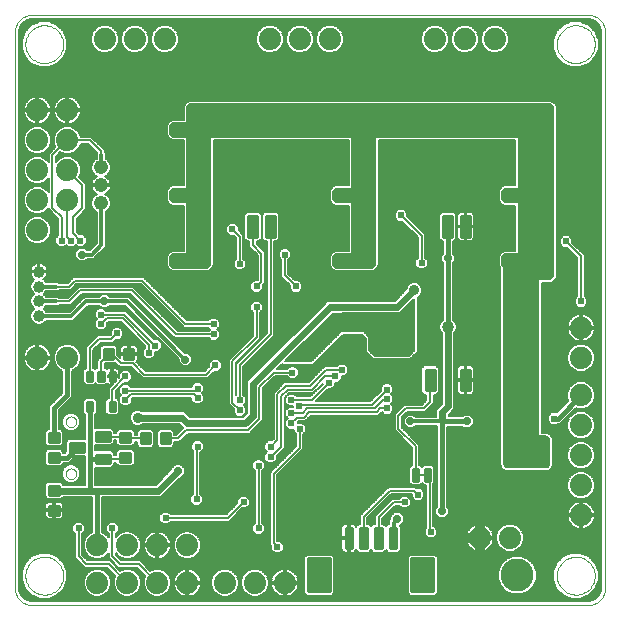
<source format=gbl>
G75*
%MOIN*%
%OFA0B0*%
%FSLAX24Y24*%
%IPPOS*%
%LPD*%
%AMOC8*
5,1,8,0,0,1.08239X$1,22.5*
%
%ADD10C,0.0000*%
%ADD11C,0.0740*%
%ADD12C,0.0397*%
%ADD13C,0.0098*%
%ADD14C,0.0101*%
%ADD15C,0.0124*%
%ADD16C,0.0101*%
%ADD17C,0.0476*%
%ADD18C,0.0100*%
%ADD19C,0.0080*%
%ADD20C,0.0060*%
%ADD21C,0.0277*%
%ADD22C,0.0240*%
%ADD23C,0.1102*%
%ADD24C,0.0320*%
%ADD25C,0.0356*%
%ADD26C,0.0500*%
%ADD27C,0.0400*%
%ADD28C,0.0120*%
%ADD29C,0.0070*%
%ADD30C,0.0160*%
%ADD31C,0.0317*%
%ADD32C,0.0400*%
%ADD33C,0.0240*%
D10*
X000588Y000721D02*
X000588Y019224D01*
X000587Y019224D02*
X000589Y019270D01*
X000594Y019316D01*
X000603Y019362D01*
X000616Y019407D01*
X000632Y019450D01*
X000651Y019492D01*
X000674Y019533D01*
X000700Y019571D01*
X000729Y019608D01*
X000760Y019642D01*
X000794Y019673D01*
X000831Y019702D01*
X000869Y019728D01*
X000910Y019751D01*
X000952Y019770D01*
X000995Y019786D01*
X001040Y019799D01*
X001086Y019808D01*
X001132Y019813D01*
X001178Y019815D01*
X019682Y019815D01*
X019728Y019813D01*
X019774Y019808D01*
X019820Y019799D01*
X019865Y019786D01*
X019908Y019770D01*
X019950Y019751D01*
X019991Y019728D01*
X020029Y019702D01*
X020066Y019673D01*
X020100Y019642D01*
X020131Y019608D01*
X020160Y019571D01*
X020186Y019533D01*
X020209Y019492D01*
X020228Y019450D01*
X020244Y019407D01*
X020257Y019362D01*
X020266Y019316D01*
X020271Y019270D01*
X020273Y019224D01*
X020273Y000721D01*
X020271Y000675D01*
X020266Y000629D01*
X020257Y000583D01*
X020244Y000538D01*
X020228Y000495D01*
X020209Y000453D01*
X020186Y000412D01*
X020160Y000374D01*
X020131Y000337D01*
X020100Y000303D01*
X020066Y000272D01*
X020029Y000243D01*
X019991Y000217D01*
X019950Y000194D01*
X019908Y000175D01*
X019865Y000159D01*
X019820Y000146D01*
X019774Y000137D01*
X019728Y000132D01*
X019682Y000130D01*
X001178Y000130D01*
X001132Y000132D01*
X001086Y000137D01*
X001040Y000146D01*
X000995Y000159D01*
X000952Y000175D01*
X000910Y000194D01*
X000869Y000217D01*
X000831Y000243D01*
X000794Y000272D01*
X000760Y000303D01*
X000729Y000337D01*
X000700Y000374D01*
X000674Y000412D01*
X000651Y000453D01*
X000632Y000495D01*
X000616Y000538D01*
X000603Y000583D01*
X000594Y000629D01*
X000589Y000675D01*
X000587Y000721D01*
X000942Y001114D02*
X000944Y001164D01*
X000950Y001214D01*
X000960Y001263D01*
X000974Y001311D01*
X000991Y001358D01*
X001012Y001403D01*
X001037Y001447D01*
X001065Y001488D01*
X001097Y001527D01*
X001131Y001564D01*
X001168Y001598D01*
X001208Y001628D01*
X001250Y001655D01*
X001294Y001679D01*
X001340Y001700D01*
X001387Y001716D01*
X001435Y001729D01*
X001485Y001738D01*
X001534Y001743D01*
X001585Y001744D01*
X001635Y001741D01*
X001684Y001734D01*
X001733Y001723D01*
X001781Y001708D01*
X001827Y001690D01*
X001872Y001668D01*
X001915Y001642D01*
X001956Y001613D01*
X001995Y001581D01*
X002031Y001546D01*
X002063Y001508D01*
X002093Y001468D01*
X002120Y001425D01*
X002143Y001381D01*
X002162Y001335D01*
X002178Y001287D01*
X002190Y001238D01*
X002198Y001189D01*
X002202Y001139D01*
X002202Y001089D01*
X002198Y001039D01*
X002190Y000990D01*
X002178Y000941D01*
X002162Y000893D01*
X002143Y000847D01*
X002120Y000803D01*
X002093Y000760D01*
X002063Y000720D01*
X002031Y000682D01*
X001995Y000647D01*
X001956Y000615D01*
X001915Y000586D01*
X001872Y000560D01*
X001827Y000538D01*
X001781Y000520D01*
X001733Y000505D01*
X001684Y000494D01*
X001635Y000487D01*
X001585Y000484D01*
X001534Y000485D01*
X001485Y000490D01*
X001435Y000499D01*
X001387Y000512D01*
X001340Y000528D01*
X001294Y000549D01*
X001250Y000573D01*
X001208Y000600D01*
X001168Y000630D01*
X001131Y000664D01*
X001097Y000701D01*
X001065Y000740D01*
X001037Y000781D01*
X001012Y000825D01*
X000991Y000870D01*
X000974Y000917D01*
X000960Y000965D01*
X000950Y001014D01*
X000944Y001064D01*
X000942Y001114D01*
X002286Y004514D02*
X002288Y004540D01*
X002294Y004566D01*
X002304Y004591D01*
X002317Y004614D01*
X002333Y004634D01*
X002353Y004652D01*
X002375Y004667D01*
X002398Y004679D01*
X002424Y004687D01*
X002450Y004691D01*
X002476Y004691D01*
X002502Y004687D01*
X002528Y004679D01*
X002552Y004667D01*
X002573Y004652D01*
X002593Y004634D01*
X002609Y004614D01*
X002622Y004591D01*
X002632Y004566D01*
X002638Y004540D01*
X002640Y004514D01*
X002638Y004488D01*
X002632Y004462D01*
X002622Y004437D01*
X002609Y004414D01*
X002593Y004394D01*
X002573Y004376D01*
X002551Y004361D01*
X002528Y004349D01*
X002502Y004341D01*
X002476Y004337D01*
X002450Y004337D01*
X002424Y004341D01*
X002398Y004349D01*
X002374Y004361D01*
X002353Y004376D01*
X002333Y004394D01*
X002317Y004414D01*
X002304Y004437D01*
X002294Y004462D01*
X002288Y004488D01*
X002286Y004514D01*
X002286Y006246D02*
X002288Y006272D01*
X002294Y006298D01*
X002304Y006323D01*
X002317Y006346D01*
X002333Y006366D01*
X002353Y006384D01*
X002375Y006399D01*
X002398Y006411D01*
X002424Y006419D01*
X002450Y006423D01*
X002476Y006423D01*
X002502Y006419D01*
X002528Y006411D01*
X002552Y006399D01*
X002573Y006384D01*
X002593Y006366D01*
X002609Y006346D01*
X002622Y006323D01*
X002632Y006298D01*
X002638Y006272D01*
X002640Y006246D01*
X002638Y006220D01*
X002632Y006194D01*
X002622Y006169D01*
X002609Y006146D01*
X002593Y006126D01*
X002573Y006108D01*
X002551Y006093D01*
X002528Y006081D01*
X002502Y006073D01*
X002476Y006069D01*
X002450Y006069D01*
X002424Y006073D01*
X002398Y006081D01*
X002374Y006093D01*
X002353Y006108D01*
X002333Y006126D01*
X002317Y006146D01*
X002304Y006169D01*
X002294Y006194D01*
X002288Y006220D01*
X002286Y006246D01*
X000942Y018831D02*
X000944Y018881D01*
X000950Y018931D01*
X000960Y018980D01*
X000974Y019028D01*
X000991Y019075D01*
X001012Y019120D01*
X001037Y019164D01*
X001065Y019205D01*
X001097Y019244D01*
X001131Y019281D01*
X001168Y019315D01*
X001208Y019345D01*
X001250Y019372D01*
X001294Y019396D01*
X001340Y019417D01*
X001387Y019433D01*
X001435Y019446D01*
X001485Y019455D01*
X001534Y019460D01*
X001585Y019461D01*
X001635Y019458D01*
X001684Y019451D01*
X001733Y019440D01*
X001781Y019425D01*
X001827Y019407D01*
X001872Y019385D01*
X001915Y019359D01*
X001956Y019330D01*
X001995Y019298D01*
X002031Y019263D01*
X002063Y019225D01*
X002093Y019185D01*
X002120Y019142D01*
X002143Y019098D01*
X002162Y019052D01*
X002178Y019004D01*
X002190Y018955D01*
X002198Y018906D01*
X002202Y018856D01*
X002202Y018806D01*
X002198Y018756D01*
X002190Y018707D01*
X002178Y018658D01*
X002162Y018610D01*
X002143Y018564D01*
X002120Y018520D01*
X002093Y018477D01*
X002063Y018437D01*
X002031Y018399D01*
X001995Y018364D01*
X001956Y018332D01*
X001915Y018303D01*
X001872Y018277D01*
X001827Y018255D01*
X001781Y018237D01*
X001733Y018222D01*
X001684Y018211D01*
X001635Y018204D01*
X001585Y018201D01*
X001534Y018202D01*
X001485Y018207D01*
X001435Y018216D01*
X001387Y018229D01*
X001340Y018245D01*
X001294Y018266D01*
X001250Y018290D01*
X001208Y018317D01*
X001168Y018347D01*
X001131Y018381D01*
X001097Y018418D01*
X001065Y018457D01*
X001037Y018498D01*
X001012Y018542D01*
X000991Y018587D01*
X000974Y018634D01*
X000960Y018682D01*
X000950Y018731D01*
X000944Y018781D01*
X000942Y018831D01*
X018659Y018831D02*
X018661Y018881D01*
X018667Y018931D01*
X018677Y018980D01*
X018691Y019028D01*
X018708Y019075D01*
X018729Y019120D01*
X018754Y019164D01*
X018782Y019205D01*
X018814Y019244D01*
X018848Y019281D01*
X018885Y019315D01*
X018925Y019345D01*
X018967Y019372D01*
X019011Y019396D01*
X019057Y019417D01*
X019104Y019433D01*
X019152Y019446D01*
X019202Y019455D01*
X019251Y019460D01*
X019302Y019461D01*
X019352Y019458D01*
X019401Y019451D01*
X019450Y019440D01*
X019498Y019425D01*
X019544Y019407D01*
X019589Y019385D01*
X019632Y019359D01*
X019673Y019330D01*
X019712Y019298D01*
X019748Y019263D01*
X019780Y019225D01*
X019810Y019185D01*
X019837Y019142D01*
X019860Y019098D01*
X019879Y019052D01*
X019895Y019004D01*
X019907Y018955D01*
X019915Y018906D01*
X019919Y018856D01*
X019919Y018806D01*
X019915Y018756D01*
X019907Y018707D01*
X019895Y018658D01*
X019879Y018610D01*
X019860Y018564D01*
X019837Y018520D01*
X019810Y018477D01*
X019780Y018437D01*
X019748Y018399D01*
X019712Y018364D01*
X019673Y018332D01*
X019632Y018303D01*
X019589Y018277D01*
X019544Y018255D01*
X019498Y018237D01*
X019450Y018222D01*
X019401Y018211D01*
X019352Y018204D01*
X019302Y018201D01*
X019251Y018202D01*
X019202Y018207D01*
X019152Y018216D01*
X019104Y018229D01*
X019057Y018245D01*
X019011Y018266D01*
X018967Y018290D01*
X018925Y018317D01*
X018885Y018347D01*
X018848Y018381D01*
X018814Y018418D01*
X018782Y018457D01*
X018754Y018498D01*
X018729Y018542D01*
X018708Y018587D01*
X018691Y018634D01*
X018677Y018682D01*
X018667Y018731D01*
X018661Y018781D01*
X018659Y018831D01*
X018659Y001114D02*
X018661Y001164D01*
X018667Y001214D01*
X018677Y001263D01*
X018691Y001311D01*
X018708Y001358D01*
X018729Y001403D01*
X018754Y001447D01*
X018782Y001488D01*
X018814Y001527D01*
X018848Y001564D01*
X018885Y001598D01*
X018925Y001628D01*
X018967Y001655D01*
X019011Y001679D01*
X019057Y001700D01*
X019104Y001716D01*
X019152Y001729D01*
X019202Y001738D01*
X019251Y001743D01*
X019302Y001744D01*
X019352Y001741D01*
X019401Y001734D01*
X019450Y001723D01*
X019498Y001708D01*
X019544Y001690D01*
X019589Y001668D01*
X019632Y001642D01*
X019673Y001613D01*
X019712Y001581D01*
X019748Y001546D01*
X019780Y001508D01*
X019810Y001468D01*
X019837Y001425D01*
X019860Y001381D01*
X019879Y001335D01*
X019895Y001287D01*
X019907Y001238D01*
X019915Y001189D01*
X019919Y001139D01*
X019919Y001089D01*
X019915Y001039D01*
X019907Y000990D01*
X019895Y000941D01*
X019879Y000893D01*
X019860Y000847D01*
X019837Y000803D01*
X019810Y000760D01*
X019780Y000720D01*
X019748Y000682D01*
X019712Y000647D01*
X019673Y000615D01*
X019632Y000586D01*
X019589Y000560D01*
X019544Y000538D01*
X019498Y000520D01*
X019450Y000505D01*
X019401Y000494D01*
X019352Y000487D01*
X019302Y000484D01*
X019251Y000485D01*
X019202Y000490D01*
X019152Y000499D01*
X019104Y000512D01*
X019057Y000528D01*
X019011Y000549D01*
X018967Y000573D01*
X018925Y000600D01*
X018885Y000630D01*
X018848Y000664D01*
X018814Y000701D01*
X018782Y000740D01*
X018754Y000781D01*
X018729Y000825D01*
X018708Y000870D01*
X018691Y000917D01*
X018677Y000965D01*
X018667Y001014D01*
X018661Y001064D01*
X018659Y001114D01*
D11*
X017088Y002380D03*
X016088Y002380D03*
X019463Y003130D03*
X019463Y004130D03*
X019463Y005130D03*
X019463Y006130D03*
X019463Y007130D03*
X019463Y008380D03*
X019463Y009380D03*
X016588Y019005D03*
X015588Y019005D03*
X014588Y019005D03*
X011088Y019005D03*
X010088Y019005D03*
X009088Y019005D03*
X005588Y019005D03*
X004588Y019005D03*
X003588Y019005D03*
X002338Y016630D03*
X002338Y015630D03*
X002338Y014630D03*
X002338Y013630D03*
X001338Y013630D03*
X001338Y012630D03*
X001338Y014630D03*
X001338Y015630D03*
X001338Y016630D03*
X001338Y008380D03*
X002338Y008380D03*
X003338Y002130D03*
X004338Y002130D03*
X005338Y002130D03*
X006338Y002130D03*
X006338Y000880D03*
X005338Y000880D03*
X004338Y000880D03*
X003338Y000880D03*
X007588Y000880D03*
X008588Y000880D03*
X009588Y000880D03*
D12*
X001390Y009767D03*
X001390Y010259D03*
X001390Y010751D03*
X001390Y011243D03*
D13*
X003574Y008672D02*
X003870Y008672D01*
X003870Y008338D01*
X003574Y008338D01*
X003574Y008672D01*
X003574Y008435D02*
X003870Y008435D01*
X003870Y008532D02*
X003574Y008532D01*
X003574Y008629D02*
X003870Y008629D01*
X004243Y008672D02*
X004539Y008672D01*
X004539Y008338D01*
X004243Y008338D01*
X004243Y008672D01*
X004243Y008435D02*
X004539Y008435D01*
X004539Y008532D02*
X004243Y008532D01*
X004243Y008629D02*
X004539Y008629D01*
X004108Y005863D02*
X004108Y005567D01*
X004108Y005863D02*
X004442Y005863D01*
X004442Y005567D01*
X004108Y005567D01*
X004108Y005664D02*
X004442Y005664D01*
X004442Y005761D02*
X004108Y005761D01*
X004108Y005858D02*
X004442Y005858D01*
X004793Y005860D02*
X005089Y005860D01*
X005089Y005526D01*
X004793Y005526D01*
X004793Y005860D01*
X004793Y005623D02*
X005089Y005623D01*
X005089Y005720D02*
X004793Y005720D01*
X004793Y005817D02*
X005089Y005817D01*
X005462Y005860D02*
X005758Y005860D01*
X005758Y005526D01*
X005462Y005526D01*
X005462Y005860D01*
X005462Y005623D02*
X005758Y005623D01*
X005758Y005720D02*
X005462Y005720D01*
X005462Y005817D02*
X005758Y005817D01*
X004108Y005193D02*
X004108Y004897D01*
X004108Y005193D02*
X004442Y005193D01*
X004442Y004897D01*
X004108Y004897D01*
X004108Y004994D02*
X004442Y004994D01*
X004442Y005091D02*
X004108Y005091D01*
X004108Y005188D02*
X004442Y005188D01*
X003295Y005154D02*
X003295Y004858D01*
X003295Y005154D02*
X003747Y005154D01*
X003747Y004858D01*
X003295Y004858D01*
X003295Y004955D02*
X003747Y004955D01*
X003747Y005052D02*
X003295Y005052D01*
X003295Y005149D02*
X003747Y005149D01*
X003295Y005606D02*
X003295Y005902D01*
X003747Y005902D01*
X003747Y005606D01*
X003295Y005606D01*
X003295Y005703D02*
X003747Y005703D01*
X003747Y005800D02*
X003295Y005800D01*
X003295Y005897D02*
X003747Y005897D01*
X002429Y005528D02*
X002429Y005232D01*
X002429Y005528D02*
X002881Y005528D01*
X002881Y005232D01*
X002429Y005232D01*
X002429Y005329D02*
X002881Y005329D01*
X002881Y005426D02*
X002429Y005426D01*
X002429Y005523D02*
X002881Y005523D01*
X002067Y005567D02*
X002067Y005863D01*
X002067Y005567D02*
X001733Y005567D01*
X001733Y005863D01*
X002067Y005863D01*
X002067Y005664D02*
X001733Y005664D01*
X001733Y005761D02*
X002067Y005761D01*
X002067Y005858D02*
X001733Y005858D01*
X002067Y005193D02*
X002067Y004897D01*
X001733Y004897D01*
X001733Y005193D01*
X002067Y005193D01*
X002067Y004994D02*
X001733Y004994D01*
X001733Y005091D02*
X002067Y005091D01*
X002067Y005188D02*
X001733Y005188D01*
X001733Y004113D02*
X002067Y004113D01*
X002067Y003817D01*
X001733Y003817D01*
X001733Y004113D01*
X001733Y003914D02*
X002067Y003914D01*
X002067Y004011D02*
X001733Y004011D01*
X001733Y004108D02*
X002067Y004108D01*
X002067Y003443D02*
X001733Y003443D01*
X002067Y003443D02*
X002067Y003147D01*
X001733Y003147D01*
X001733Y003443D01*
X001733Y003244D02*
X002067Y003244D01*
X002067Y003341D02*
X001733Y003341D01*
X001733Y003438D02*
X002067Y003438D01*
X008377Y012411D02*
X008377Y013099D01*
X008673Y013099D01*
X008673Y012411D01*
X008377Y012411D01*
X008377Y012508D02*
X008673Y012508D01*
X008673Y012605D02*
X008377Y012605D01*
X008377Y012702D02*
X008673Y012702D01*
X008673Y012799D02*
X008377Y012799D01*
X008377Y012896D02*
X008673Y012896D01*
X008673Y012993D02*
X008377Y012993D01*
X008377Y013090D02*
X008673Y013090D01*
X008968Y013099D02*
X008968Y012411D01*
X008968Y013099D02*
X009264Y013099D01*
X009264Y012411D01*
X008968Y012411D01*
X008968Y012508D02*
X009264Y012508D01*
X009264Y012605D02*
X008968Y012605D01*
X008968Y012702D02*
X009264Y012702D01*
X009264Y012799D02*
X008968Y012799D01*
X008968Y012896D02*
X009264Y012896D01*
X009264Y012993D02*
X008968Y012993D01*
X008968Y013090D02*
X009264Y013090D01*
X014283Y007981D02*
X014283Y007293D01*
X014283Y007981D02*
X014579Y007981D01*
X014579Y007293D01*
X014283Y007293D01*
X014283Y007390D02*
X014579Y007390D01*
X014579Y007487D02*
X014283Y007487D01*
X014283Y007584D02*
X014579Y007584D01*
X014579Y007681D02*
X014283Y007681D01*
X014283Y007778D02*
X014579Y007778D01*
X014579Y007875D02*
X014283Y007875D01*
X014283Y007972D02*
X014579Y007972D01*
X015464Y007981D02*
X015464Y007293D01*
X015464Y007981D02*
X015760Y007981D01*
X015760Y007293D01*
X015464Y007293D01*
X015464Y007390D02*
X015760Y007390D01*
X015760Y007487D02*
X015464Y007487D01*
X015464Y007584D02*
X015760Y007584D01*
X015760Y007681D02*
X015464Y007681D01*
X015464Y007778D02*
X015760Y007778D01*
X015760Y007875D02*
X015464Y007875D01*
X015464Y007972D02*
X015760Y007972D01*
X015464Y012411D02*
X015464Y013099D01*
X015760Y013099D01*
X015760Y012411D01*
X015464Y012411D01*
X015464Y012508D02*
X015760Y012508D01*
X015760Y012605D02*
X015464Y012605D01*
X015464Y012702D02*
X015760Y012702D01*
X015760Y012799D02*
X015464Y012799D01*
X015464Y012896D02*
X015760Y012896D01*
X015760Y012993D02*
X015464Y012993D01*
X015464Y013090D02*
X015760Y013090D01*
X014873Y013099D02*
X014873Y012411D01*
X014873Y013099D02*
X015169Y013099D01*
X015169Y012411D01*
X014873Y012411D01*
X014873Y012508D02*
X015169Y012508D01*
X015169Y012605D02*
X014873Y012605D01*
X014873Y012702D02*
X015169Y012702D01*
X015169Y012799D02*
X014873Y012799D01*
X014873Y012896D02*
X015169Y012896D01*
X015169Y012993D02*
X014873Y012993D01*
X014873Y013090D02*
X015169Y013090D01*
D14*
X013308Y002021D02*
X013094Y002021D01*
X013094Y002707D01*
X013308Y002707D01*
X013308Y002021D01*
X013308Y002121D02*
X013094Y002121D01*
X013094Y002221D02*
X013308Y002221D01*
X013308Y002321D02*
X013094Y002321D01*
X013094Y002421D02*
X013308Y002421D01*
X013308Y002521D02*
X013094Y002521D01*
X013094Y002621D02*
X013308Y002621D01*
X012816Y002021D02*
X012602Y002021D01*
X012602Y002707D01*
X012816Y002707D01*
X012816Y002021D01*
X012816Y002121D02*
X012602Y002121D01*
X012602Y002221D02*
X012816Y002221D01*
X012816Y002321D02*
X012602Y002321D01*
X012602Y002421D02*
X012816Y002421D01*
X012816Y002521D02*
X012602Y002521D01*
X012602Y002621D02*
X012816Y002621D01*
X012324Y002021D02*
X012110Y002021D01*
X012110Y002707D01*
X012324Y002707D01*
X012324Y002021D01*
X012324Y002121D02*
X012110Y002121D01*
X012110Y002221D02*
X012324Y002221D01*
X012324Y002321D02*
X012110Y002321D01*
X012110Y002421D02*
X012324Y002421D01*
X012324Y002521D02*
X012110Y002521D01*
X012110Y002621D02*
X012324Y002621D01*
X011832Y002021D02*
X011618Y002021D01*
X011618Y002707D01*
X011832Y002707D01*
X011832Y002021D01*
X011832Y002121D02*
X011618Y002121D01*
X011618Y002221D02*
X011832Y002221D01*
X011832Y002321D02*
X011618Y002321D01*
X011618Y002421D02*
X011832Y002421D01*
X011832Y002521D02*
X011618Y002521D01*
X011618Y002621D02*
X011832Y002621D01*
D15*
X011091Y000606D02*
X010389Y000606D01*
X010389Y001662D01*
X011091Y001662D01*
X011091Y000606D01*
X011091Y000729D02*
X010389Y000729D01*
X010389Y000852D02*
X011091Y000852D01*
X011091Y000975D02*
X010389Y000975D01*
X010389Y001098D02*
X011091Y001098D01*
X011091Y001221D02*
X010389Y001221D01*
X010389Y001344D02*
X011091Y001344D01*
X011091Y001467D02*
X010389Y001467D01*
X010389Y001590D02*
X011091Y001590D01*
X013834Y000606D02*
X014536Y000606D01*
X013834Y000606D02*
X013834Y001662D01*
X014536Y001662D01*
X014536Y000606D01*
X014536Y000729D02*
X013834Y000729D01*
X013834Y000852D02*
X014536Y000852D01*
X014536Y000975D02*
X013834Y000975D01*
X013834Y001098D02*
X014536Y001098D01*
X014536Y001221D02*
X013834Y001221D01*
X013834Y001344D02*
X014536Y001344D01*
X014536Y001467D02*
X013834Y001467D01*
X013834Y001590D02*
X014536Y001590D01*
D16*
X003923Y006598D02*
X003751Y006598D01*
X003751Y006888D01*
X003923Y006888D01*
X003923Y006598D01*
X003923Y006698D02*
X003751Y006698D01*
X003751Y006798D02*
X003923Y006798D01*
X003175Y006598D02*
X003003Y006598D01*
X003003Y006888D01*
X003175Y006888D01*
X003175Y006598D01*
X003175Y006698D02*
X003003Y006698D01*
X003003Y006798D02*
X003175Y006798D01*
X003175Y007618D02*
X003003Y007618D01*
X003003Y007908D01*
X003175Y007908D01*
X003175Y007618D01*
X003175Y007718D02*
X003003Y007718D01*
X003003Y007818D02*
X003175Y007818D01*
X003377Y007618D02*
X003549Y007618D01*
X003377Y007618D02*
X003377Y007908D01*
X003549Y007908D01*
X003549Y007618D01*
X003549Y007718D02*
X003377Y007718D01*
X003377Y007818D02*
X003549Y007818D01*
X003751Y007618D02*
X003923Y007618D01*
X003751Y007618D02*
X003751Y007908D01*
X003923Y007908D01*
X003923Y007618D01*
X003923Y007718D02*
X003751Y007718D01*
X003751Y007818D02*
X003923Y007818D01*
D17*
X003463Y013539D03*
X003463Y014130D03*
X003463Y014721D03*
D18*
X013875Y004274D02*
X014025Y004274D01*
X013875Y004274D02*
X013875Y004674D01*
X014025Y004674D01*
X014025Y004274D01*
X014025Y004373D02*
X013875Y004373D01*
X013875Y004472D02*
X014025Y004472D01*
X014025Y004571D02*
X013875Y004571D01*
X013875Y004670D02*
X014025Y004670D01*
X014275Y004274D02*
X014425Y004274D01*
X014275Y004274D02*
X014275Y004674D01*
X014425Y004674D01*
X014425Y004274D01*
X014425Y004373D02*
X014275Y004373D01*
X014275Y004472D02*
X014425Y004472D01*
X014425Y004571D02*
X014275Y004571D01*
X014275Y004670D02*
X014425Y004670D01*
D19*
X014310Y004474D02*
X013990Y004474D01*
D20*
X000795Y000465D02*
X000727Y000631D01*
X000718Y000721D01*
X000718Y019224D01*
X000727Y019314D01*
X000795Y019480D01*
X000923Y019607D01*
X001089Y019676D01*
X001178Y019685D01*
X019682Y019685D01*
X019772Y019676D01*
X019938Y019607D01*
X020065Y019480D01*
X020134Y019314D01*
X020143Y019224D01*
X020143Y000721D01*
X020134Y000631D01*
X020065Y000465D01*
X019938Y000338D01*
X019772Y000269D01*
X019682Y000260D01*
X001178Y000260D01*
X001089Y000269D01*
X000923Y000338D01*
X000795Y000465D01*
X000789Y000481D02*
X001131Y000481D01*
X001142Y000470D02*
X001421Y000354D01*
X001723Y000354D01*
X002003Y000470D01*
X002216Y000684D01*
X002332Y000963D01*
X002332Y001265D01*
X002216Y001545D01*
X002003Y001758D01*
X001723Y001874D01*
X001421Y001874D01*
X001142Y001758D01*
X000928Y001545D01*
X000812Y001265D01*
X000812Y000963D01*
X000928Y000684D01*
X001142Y000470D01*
X001072Y000540D02*
X000764Y000540D01*
X000740Y000598D02*
X001014Y000598D01*
X000955Y000657D02*
X000724Y000657D01*
X000718Y000715D02*
X000915Y000715D01*
X000891Y000774D02*
X000718Y000774D01*
X000718Y000832D02*
X000866Y000832D01*
X000842Y000891D02*
X000718Y000891D01*
X000718Y000949D02*
X000818Y000949D01*
X000812Y001008D02*
X000718Y001008D01*
X000718Y001066D02*
X000812Y001066D01*
X000812Y001125D02*
X000718Y001125D01*
X000718Y001183D02*
X000812Y001183D01*
X000812Y001242D02*
X000718Y001242D01*
X000718Y001300D02*
X000826Y001300D01*
X000851Y001359D02*
X000718Y001359D01*
X000718Y001417D02*
X000875Y001417D01*
X000899Y001476D02*
X000718Y001476D01*
X000718Y001534D02*
X000923Y001534D01*
X000976Y001593D02*
X000718Y001593D01*
X000718Y001651D02*
X001034Y001651D01*
X001093Y001710D02*
X000718Y001710D01*
X000718Y001768D02*
X001165Y001768D01*
X001306Y001827D02*
X000718Y001827D01*
X000718Y001885D02*
X002593Y001885D01*
X002593Y001827D02*
X001838Y001827D01*
X001980Y001768D02*
X002593Y001768D01*
X002593Y001710D02*
X002052Y001710D01*
X002110Y001651D02*
X002647Y001651D01*
X002663Y001635D02*
X002593Y001705D01*
X002593Y002516D01*
X002503Y002606D01*
X002503Y002779D01*
X002626Y002902D01*
X002800Y002902D01*
X002923Y002779D01*
X002923Y002606D01*
X002833Y002516D01*
X002833Y001805D01*
X003013Y001625D01*
X003763Y001625D01*
X003833Y001555D01*
X004106Y001282D01*
X004246Y001340D01*
X004429Y001340D01*
X004598Y001270D01*
X004728Y001141D01*
X004798Y000971D01*
X004798Y000788D01*
X004728Y000619D01*
X004598Y000490D01*
X004429Y000420D01*
X004246Y000420D01*
X004077Y000490D01*
X003948Y000619D01*
X003878Y000788D01*
X003878Y000971D01*
X003936Y001112D01*
X003663Y001385D01*
X002913Y001385D01*
X002663Y001635D01*
X002706Y001593D02*
X002169Y001593D01*
X002221Y001534D02*
X002764Y001534D01*
X002823Y001476D02*
X002245Y001476D01*
X002269Y001417D02*
X002881Y001417D01*
X002963Y001505D02*
X002713Y001755D01*
X002713Y002693D01*
X002923Y002704D02*
X003168Y002704D01*
X003168Y002646D02*
X002923Y002646D01*
X002904Y002587D02*
X003168Y002587D01*
X003168Y002557D02*
X003077Y002520D01*
X002948Y002391D01*
X002878Y002221D01*
X002878Y002038D01*
X002948Y001869D01*
X003077Y001740D01*
X003246Y001670D01*
X003429Y001670D01*
X003598Y001740D01*
X003718Y001859D01*
X003718Y001705D01*
X003788Y001635D01*
X004038Y001385D01*
X004663Y001385D01*
X004936Y001112D01*
X004878Y000971D01*
X004878Y000788D01*
X004948Y000619D01*
X005077Y000490D01*
X005246Y000420D01*
X005429Y000420D01*
X005598Y000490D01*
X005728Y000619D01*
X005798Y000788D01*
X005798Y000971D01*
X005728Y001141D01*
X005598Y001270D01*
X005429Y001340D01*
X005246Y001340D01*
X005106Y001282D01*
X004833Y001555D01*
X004763Y001625D01*
X004138Y001625D01*
X003958Y001805D01*
X003958Y001859D01*
X004077Y001740D01*
X004246Y001670D01*
X004429Y001670D01*
X004598Y001740D01*
X004728Y001869D01*
X004798Y002038D01*
X004798Y002221D01*
X004728Y002391D01*
X004598Y002520D01*
X004429Y002590D01*
X004246Y002590D01*
X004077Y002520D01*
X003958Y002401D01*
X003958Y002516D01*
X004048Y002606D01*
X004048Y002779D01*
X003925Y002902D01*
X003751Y002902D01*
X003628Y002779D01*
X003628Y002606D01*
X003718Y002516D01*
X003718Y002401D01*
X003598Y002520D01*
X003508Y002557D01*
X003508Y003733D01*
X005456Y003733D01*
X006094Y004370D01*
X006120Y004370D01*
X006254Y004504D01*
X006254Y004693D01*
X006530Y004693D01*
X006530Y004635D02*
X006254Y004635D01*
X006254Y004693D02*
X006120Y004827D01*
X005931Y004827D01*
X005797Y004693D01*
X003259Y004693D01*
X003259Y004719D02*
X003805Y004719D01*
X003886Y004801D01*
X003886Y004886D01*
X003969Y004886D01*
X003969Y004840D01*
X004050Y004759D01*
X004500Y004759D01*
X004582Y004840D01*
X004582Y005251D01*
X004500Y005332D01*
X004050Y005332D01*
X003969Y005251D01*
X003969Y005126D01*
X003886Y005126D01*
X003886Y005211D01*
X003805Y005293D01*
X003259Y005293D01*
X003259Y005467D01*
X003805Y005467D01*
X003886Y005549D01*
X003886Y005634D01*
X003969Y005634D01*
X003969Y005509D01*
X004050Y005428D01*
X004500Y005428D01*
X004582Y005509D01*
X004582Y005573D01*
X004654Y005573D01*
X004654Y005468D01*
X004735Y005386D01*
X005146Y005386D01*
X005228Y005468D01*
X005228Y005917D01*
X005146Y005999D01*
X004735Y005999D01*
X004654Y005917D01*
X004654Y005812D01*
X004582Y005812D01*
X004582Y005920D01*
X004500Y006001D01*
X004050Y006001D01*
X003969Y005920D01*
X003969Y005874D01*
X003886Y005874D01*
X003886Y005959D01*
X003805Y006041D01*
X003259Y006041D01*
X003259Y006485D01*
X003315Y006540D01*
X003315Y006946D01*
X003232Y007028D01*
X002945Y007028D01*
X002863Y006946D01*
X002863Y006540D01*
X002919Y006485D01*
X002919Y005667D01*
X002371Y005667D01*
X002289Y005585D01*
X002289Y005255D01*
X002250Y005215D01*
X002207Y005215D01*
X002207Y005251D01*
X002125Y005332D01*
X001675Y005332D01*
X001594Y005251D01*
X001594Y004840D01*
X001675Y004759D01*
X002125Y004759D01*
X002207Y004840D01*
X002207Y004875D01*
X002391Y004875D01*
X002608Y005093D01*
X002919Y005093D01*
X002919Y004152D01*
X002207Y004152D01*
X002207Y004170D01*
X002125Y004251D01*
X001675Y004251D01*
X001594Y004170D01*
X001594Y003759D01*
X001675Y003678D01*
X002125Y003678D01*
X002179Y003732D01*
X003002Y003732D01*
X003003Y003731D01*
X003089Y003732D01*
X003168Y003732D01*
X003168Y002557D01*
X003098Y002529D02*
X002846Y002529D01*
X002833Y002470D02*
X003027Y002470D01*
X002969Y002412D02*
X002833Y002412D01*
X002833Y002353D02*
X002932Y002353D01*
X002908Y002295D02*
X002833Y002295D01*
X002833Y002236D02*
X002884Y002236D01*
X002878Y002178D02*
X002833Y002178D01*
X002833Y002119D02*
X002878Y002119D01*
X002878Y002061D02*
X002833Y002061D01*
X002833Y002002D02*
X002893Y002002D01*
X002917Y001944D02*
X002833Y001944D01*
X002833Y001885D02*
X002941Y001885D01*
X002991Y001827D02*
X002833Y001827D01*
X002870Y001768D02*
X003049Y001768D01*
X003151Y001710D02*
X002928Y001710D01*
X002987Y001651D02*
X003772Y001651D01*
X003795Y001593D02*
X003831Y001593D01*
X003854Y001534D02*
X003889Y001534D01*
X003912Y001476D02*
X003948Y001476D01*
X003971Y001417D02*
X004006Y001417D01*
X004029Y001359D02*
X004690Y001359D01*
X004748Y001300D02*
X004526Y001300D01*
X004627Y001242D02*
X004807Y001242D01*
X004865Y001183D02*
X004685Y001183D01*
X004734Y001125D02*
X004924Y001125D01*
X004917Y001066D02*
X004759Y001066D01*
X004783Y001008D02*
X004893Y001008D01*
X004878Y000949D02*
X004798Y000949D01*
X004798Y000891D02*
X004878Y000891D01*
X004878Y000832D02*
X004798Y000832D01*
X004792Y000774D02*
X004884Y000774D01*
X004908Y000715D02*
X004767Y000715D01*
X004743Y000657D02*
X004933Y000657D01*
X004969Y000598D02*
X004706Y000598D01*
X004648Y000540D02*
X005028Y000540D01*
X005099Y000481D02*
X004577Y000481D01*
X004435Y000423D02*
X005240Y000423D01*
X005435Y000423D02*
X006286Y000423D01*
X006302Y000420D02*
X006230Y000431D01*
X006161Y000454D01*
X006097Y000487D01*
X006038Y000529D01*
X005987Y000580D01*
X005944Y000639D01*
X005912Y000703D01*
X005889Y000772D01*
X005878Y000844D01*
X005878Y000850D01*
X006308Y000850D01*
X006368Y000850D01*
X006368Y000910D01*
X006798Y000910D01*
X006798Y000916D01*
X006787Y000988D01*
X006764Y001057D01*
X006731Y001121D01*
X006689Y001180D01*
X006638Y001231D01*
X006579Y001273D01*
X006514Y001306D01*
X006446Y001329D01*
X006374Y001340D01*
X006368Y001340D01*
X006368Y000910D01*
X006308Y000910D01*
X006308Y001340D01*
X006302Y001340D01*
X006230Y001329D01*
X006161Y001306D01*
X006097Y001273D01*
X006038Y001231D01*
X005987Y001180D01*
X005944Y001121D01*
X005912Y001057D01*
X005889Y000988D01*
X005878Y000916D01*
X005878Y000910D01*
X006308Y000910D01*
X006308Y000850D01*
X006308Y000420D01*
X006302Y000420D01*
X006308Y000423D02*
X006368Y000423D01*
X006368Y000420D02*
X006374Y000420D01*
X006446Y000431D01*
X006514Y000454D01*
X006579Y000487D01*
X006638Y000529D01*
X006689Y000580D01*
X006731Y000639D01*
X006764Y000703D01*
X006787Y000772D01*
X006798Y000844D01*
X006798Y000850D01*
X006368Y000850D01*
X006368Y000420D01*
X006390Y000423D02*
X007490Y000423D01*
X007496Y000420D02*
X007679Y000420D01*
X007848Y000490D01*
X007978Y000619D01*
X008048Y000788D01*
X008048Y000971D01*
X007978Y001141D01*
X007848Y001270D01*
X007679Y001340D01*
X007496Y001340D01*
X007327Y001270D01*
X007198Y001141D01*
X007128Y000971D01*
X007128Y000788D01*
X007198Y000619D01*
X007327Y000490D01*
X007496Y000420D01*
X007349Y000481D02*
X006568Y000481D01*
X006648Y000540D02*
X007278Y000540D01*
X007219Y000598D02*
X006702Y000598D01*
X006740Y000657D02*
X007183Y000657D01*
X007158Y000715D02*
X006768Y000715D01*
X006787Y000774D02*
X007134Y000774D01*
X007128Y000832D02*
X006796Y000832D01*
X006793Y000949D02*
X007128Y000949D01*
X007128Y000891D02*
X006368Y000891D01*
X006368Y000949D02*
X006308Y000949D01*
X006308Y000891D02*
X005798Y000891D01*
X005798Y000949D02*
X005883Y000949D01*
X005896Y001008D02*
X005783Y001008D01*
X005759Y001066D02*
X005916Y001066D01*
X005947Y001125D02*
X005734Y001125D01*
X005685Y001183D02*
X005990Y001183D01*
X006053Y001242D02*
X005627Y001242D01*
X005526Y001300D02*
X006149Y001300D01*
X006308Y001300D02*
X006368Y001300D01*
X006368Y001242D02*
X006308Y001242D01*
X006308Y001183D02*
X006368Y001183D01*
X006368Y001125D02*
X006308Y001125D01*
X006308Y001066D02*
X006368Y001066D01*
X006368Y001008D02*
X006308Y001008D01*
X006308Y000832D02*
X006368Y000832D01*
X006368Y000774D02*
X006308Y000774D01*
X006308Y000715D02*
X006368Y000715D01*
X006368Y000657D02*
X006308Y000657D01*
X006308Y000598D02*
X006368Y000598D01*
X006368Y000540D02*
X006308Y000540D01*
X006308Y000481D02*
X006368Y000481D01*
X006108Y000481D02*
X005577Y000481D01*
X005648Y000540D02*
X006028Y000540D01*
X005974Y000598D02*
X005706Y000598D01*
X005743Y000657D02*
X005935Y000657D01*
X005908Y000715D02*
X005767Y000715D01*
X005792Y000774D02*
X005889Y000774D01*
X005880Y000832D02*
X005798Y000832D01*
X005338Y000880D02*
X004713Y001505D01*
X004088Y001505D01*
X003838Y001755D01*
X003838Y002693D01*
X004048Y002704D02*
X008505Y002704D01*
X008505Y002646D02*
X004048Y002646D01*
X004029Y002587D02*
X004239Y002587D01*
X004098Y002529D02*
X003971Y002529D01*
X003958Y002470D02*
X004027Y002470D01*
X003969Y002412D02*
X003958Y002412D01*
X003718Y002412D02*
X003707Y002412D01*
X003718Y002470D02*
X003648Y002470D01*
X003705Y002529D02*
X003578Y002529D01*
X003646Y002587D02*
X003508Y002587D01*
X003508Y002646D02*
X003628Y002646D01*
X003628Y002704D02*
X003508Y002704D01*
X003508Y002763D02*
X003628Y002763D01*
X003669Y002821D02*
X003508Y002821D01*
X003508Y002880D02*
X003728Y002880D01*
X003948Y002880D02*
X005479Y002880D01*
X005532Y002826D02*
X005409Y002949D01*
X005409Y003123D01*
X005532Y003246D01*
X005706Y003246D01*
X005796Y003156D01*
X007632Y003156D01*
X008003Y003527D01*
X008003Y003654D01*
X008126Y003777D01*
X008300Y003777D01*
X008423Y003654D01*
X008423Y003481D01*
X008300Y003358D01*
X008173Y003358D01*
X007731Y002916D01*
X005796Y002916D01*
X005706Y002826D01*
X005532Y002826D01*
X005420Y002938D02*
X003508Y002938D01*
X003508Y002997D02*
X005409Y002997D01*
X005409Y003055D02*
X003508Y003055D01*
X003508Y003114D02*
X005409Y003114D01*
X005458Y003172D02*
X003508Y003172D01*
X003508Y003231D02*
X005516Y003231D01*
X005722Y003231D02*
X007706Y003231D01*
X007765Y003289D02*
X003508Y003289D01*
X003508Y003348D02*
X007823Y003348D01*
X007882Y003406D02*
X003508Y003406D01*
X003508Y003465D02*
X006550Y003465D01*
X006563Y003451D02*
X006737Y003451D01*
X006860Y003574D01*
X006860Y003748D01*
X006770Y003838D01*
X006770Y005203D01*
X006892Y005324D01*
X006892Y005498D01*
X006769Y005621D01*
X006595Y005621D01*
X006472Y005498D01*
X006472Y005324D01*
X006530Y005266D01*
X006530Y003838D01*
X006440Y003748D01*
X006440Y003574D01*
X006563Y003451D01*
X006492Y003523D02*
X003508Y003523D01*
X003508Y003582D02*
X006440Y003582D01*
X006440Y003640D02*
X003508Y003640D01*
X003508Y003699D02*
X006440Y003699D01*
X006449Y003757D02*
X005481Y003757D01*
X005539Y003816D02*
X006508Y003816D01*
X006530Y003874D02*
X005598Y003874D01*
X005656Y003933D02*
X006530Y003933D01*
X006530Y003991D02*
X005715Y003991D01*
X005773Y004050D02*
X006530Y004050D01*
X006530Y004108D02*
X005832Y004108D01*
X005890Y004167D02*
X006530Y004167D01*
X006530Y004225D02*
X005949Y004225D01*
X006007Y004284D02*
X006530Y004284D01*
X006530Y004342D02*
X006066Y004342D01*
X006151Y004401D02*
X006530Y004401D01*
X006530Y004459D02*
X006209Y004459D01*
X006254Y004518D02*
X006530Y004518D01*
X006530Y004576D02*
X006254Y004576D01*
X006196Y004752D02*
X006530Y004752D01*
X006530Y004810D02*
X006138Y004810D01*
X006530Y004869D02*
X004582Y004869D01*
X004582Y004927D02*
X006530Y004927D01*
X006530Y004986D02*
X004582Y004986D01*
X004582Y005044D02*
X006530Y005044D01*
X006530Y005103D02*
X004582Y005103D01*
X004582Y005161D02*
X006530Y005161D01*
X006530Y005220D02*
X004582Y005220D01*
X004555Y005278D02*
X006518Y005278D01*
X006472Y005337D02*
X003259Y005337D01*
X003259Y005395D02*
X004726Y005395D01*
X004668Y005454D02*
X004526Y005454D01*
X004582Y005512D02*
X004654Y005512D01*
X004654Y005571D02*
X004582Y005571D01*
X004297Y005693D02*
X004275Y005715D01*
X004236Y005754D01*
X003521Y005754D01*
X003850Y005512D02*
X003969Y005512D01*
X003969Y005571D02*
X003886Y005571D01*
X003886Y005629D02*
X003969Y005629D01*
X004025Y005454D02*
X003259Y005454D01*
X002919Y005688D02*
X002207Y005688D01*
X002207Y005746D02*
X002919Y005746D01*
X002919Y005805D02*
X002207Y005805D01*
X002207Y005863D02*
X002919Y005863D01*
X002919Y005922D02*
X002205Y005922D01*
X002207Y005920D02*
X002125Y006001D01*
X002070Y006001D01*
X002070Y006622D01*
X002408Y006960D01*
X002508Y007060D01*
X002508Y007953D01*
X002598Y007990D01*
X002728Y008119D01*
X002798Y008288D01*
X002798Y008471D01*
X002728Y008641D01*
X002598Y008770D01*
X002429Y008840D01*
X002246Y008840D01*
X002077Y008770D01*
X001948Y008641D01*
X001878Y008471D01*
X001878Y008288D01*
X001948Y008119D01*
X002077Y007990D01*
X002168Y007953D01*
X002168Y007200D01*
X001730Y006763D01*
X001730Y006001D01*
X001675Y006001D01*
X001594Y005920D01*
X001594Y005509D01*
X001675Y005428D01*
X002125Y005428D01*
X002207Y005509D01*
X002207Y005920D01*
X002147Y005980D02*
X002303Y005980D01*
X002289Y005986D02*
X002402Y005939D01*
X002524Y005939D01*
X002637Y005986D01*
X002723Y006072D01*
X002770Y006185D01*
X002770Y006307D01*
X002723Y006420D01*
X002637Y006507D01*
X002524Y006553D01*
X002402Y006553D01*
X002289Y006507D01*
X002202Y006420D01*
X002156Y006307D01*
X002156Y006185D01*
X002202Y006072D01*
X002289Y005986D01*
X002236Y006039D02*
X002070Y006039D01*
X002070Y006097D02*
X002192Y006097D01*
X002168Y006156D02*
X002070Y006156D01*
X002070Y006214D02*
X002156Y006214D01*
X002156Y006273D02*
X002070Y006273D01*
X002070Y006331D02*
X002166Y006331D01*
X002190Y006390D02*
X002070Y006390D01*
X002070Y006448D02*
X002230Y006448D01*
X002289Y006507D02*
X002070Y006507D01*
X002070Y006565D02*
X002863Y006565D01*
X002863Y006624D02*
X002072Y006624D01*
X002130Y006682D02*
X002863Y006682D01*
X002863Y006741D02*
X002189Y006741D01*
X002247Y006799D02*
X002863Y006799D01*
X002863Y006858D02*
X002306Y006858D01*
X002364Y006916D02*
X002863Y006916D01*
X002892Y006975D02*
X002423Y006975D01*
X002481Y007033D02*
X003717Y007033D01*
X003717Y007028D02*
X003693Y007028D01*
X003611Y006946D01*
X003611Y006540D01*
X003693Y006458D01*
X003981Y006458D01*
X004063Y006540D01*
X004063Y006946D01*
X003981Y007028D01*
X003957Y007028D01*
X003957Y007267D01*
X004065Y007267D01*
X004065Y007209D02*
X003957Y007209D01*
X003957Y007267D02*
X004235Y007545D01*
X004362Y007545D01*
X004485Y007668D01*
X004485Y007842D01*
X004362Y007965D01*
X004188Y007965D01*
X004065Y007842D01*
X004065Y007715D01*
X004063Y007712D01*
X004063Y007733D01*
X003867Y007733D01*
X003867Y007793D01*
X004063Y007793D01*
X004063Y007926D01*
X004053Y007962D01*
X004035Y007994D01*
X004009Y008020D01*
X003977Y008038D01*
X003941Y008048D01*
X003867Y008048D01*
X003867Y007793D01*
X003807Y007793D01*
X003807Y008048D01*
X003733Y008048D01*
X003697Y008038D01*
X003665Y008020D01*
X003650Y008004D01*
X003607Y008048D01*
X003583Y008048D01*
X003583Y008196D01*
X003585Y008198D01*
X003927Y008198D01*
X003940Y008211D01*
X004078Y008073D01*
X004476Y008073D01*
X004851Y007698D01*
X007013Y007698D01*
X007083Y007768D01*
X007235Y007920D01*
X007362Y007920D01*
X007485Y008043D01*
X007485Y008217D01*
X007362Y008340D01*
X007188Y008340D01*
X007065Y008217D01*
X007065Y008090D01*
X006913Y007937D01*
X004950Y007937D01*
X004645Y008242D01*
X004643Y008245D01*
X004650Y008252D01*
X004669Y008284D01*
X004678Y008319D01*
X004678Y008475D01*
X004421Y008475D01*
X004421Y008535D01*
X004361Y008535D01*
X004361Y008475D01*
X004104Y008475D01*
X004104Y008386D01*
X004009Y008482D01*
X004009Y008730D01*
X003927Y008812D01*
X003517Y008812D01*
X003435Y008730D01*
X003435Y008388D01*
X003343Y008296D01*
X003343Y008048D01*
X003319Y008048D01*
X003276Y008004D01*
X003232Y008048D01*
X003209Y008048D01*
X003209Y008644D01*
X003450Y008885D01*
X003856Y008885D01*
X003954Y008983D01*
X004081Y008983D01*
X004204Y009106D01*
X004204Y009279D01*
X004081Y009402D01*
X003907Y009402D01*
X003784Y009279D01*
X003784Y009152D01*
X003757Y009125D01*
X003351Y009125D01*
X003280Y009055D01*
X002969Y008743D01*
X002969Y008048D01*
X002945Y008048D01*
X002863Y007966D01*
X002863Y007560D01*
X002945Y007478D01*
X003232Y007478D01*
X003276Y007521D01*
X003319Y007478D01*
X003607Y007478D01*
X003650Y007521D01*
X003665Y007506D01*
X003697Y007488D01*
X003733Y007478D01*
X003807Y007478D01*
X003807Y007733D01*
X003867Y007733D01*
X003867Y007516D01*
X003717Y007366D01*
X003717Y007028D01*
X003717Y007092D02*
X002508Y007092D01*
X002508Y007150D02*
X003717Y007150D01*
X003717Y007209D02*
X002508Y007209D01*
X002508Y007267D02*
X003717Y007267D01*
X003717Y007326D02*
X002508Y007326D01*
X002508Y007384D02*
X003735Y007384D01*
X003793Y007443D02*
X002508Y007443D01*
X002508Y007501D02*
X002922Y007501D01*
X002864Y007560D02*
X002508Y007560D01*
X002508Y007618D02*
X002863Y007618D01*
X002863Y007677D02*
X002508Y007677D01*
X002508Y007735D02*
X002863Y007735D01*
X002863Y007794D02*
X002508Y007794D01*
X002508Y007852D02*
X002863Y007852D01*
X002863Y007911D02*
X002508Y007911D01*
X002548Y007969D02*
X002866Y007969D01*
X002925Y008028D02*
X002636Y008028D01*
X002694Y008086D02*
X002969Y008086D01*
X002969Y008145D02*
X002738Y008145D01*
X002762Y008203D02*
X002969Y008203D01*
X002969Y008262D02*
X002787Y008262D01*
X002798Y008320D02*
X002969Y008320D01*
X002969Y008379D02*
X002798Y008379D01*
X002798Y008437D02*
X002969Y008437D01*
X002969Y008496D02*
X002788Y008496D01*
X002764Y008554D02*
X002969Y008554D01*
X002969Y008613D02*
X002739Y008613D01*
X002697Y008671D02*
X002969Y008671D01*
X002969Y008730D02*
X002639Y008730D01*
X002555Y008788D02*
X003014Y008788D01*
X003072Y008847D02*
X000718Y008847D01*
X000718Y008905D02*
X003131Y008905D01*
X003189Y008964D02*
X000718Y008964D01*
X000718Y009022D02*
X003248Y009022D01*
X003306Y009081D02*
X000718Y009081D01*
X000718Y009139D02*
X003771Y009139D01*
X003784Y009198D02*
X000718Y009198D01*
X000718Y009256D02*
X003784Y009256D01*
X003819Y009315D02*
X003569Y009315D01*
X003550Y009295D02*
X003673Y009418D01*
X003673Y009545D01*
X003700Y009573D01*
X004132Y009573D01*
X004937Y008768D01*
X004937Y008713D01*
X004847Y008623D01*
X004847Y008449D01*
X004970Y008326D01*
X005144Y008326D01*
X005267Y008449D01*
X005267Y008576D01*
X005362Y008576D01*
X005485Y008699D01*
X005485Y008873D01*
X005362Y008996D01*
X005235Y008996D01*
X004294Y009937D01*
X003640Y009937D01*
X003550Y010027D01*
X003376Y010027D01*
X003253Y009904D01*
X003253Y009731D01*
X003322Y009661D01*
X003253Y009592D01*
X003253Y009418D01*
X003376Y009295D01*
X003550Y009295D01*
X003628Y009373D02*
X003878Y009373D01*
X003673Y009432D02*
X004273Y009432D01*
X004214Y009490D02*
X003673Y009490D01*
X003676Y009549D02*
X004156Y009549D01*
X004182Y009693D02*
X003650Y009693D01*
X003463Y009505D01*
X003253Y009490D02*
X001476Y009490D01*
X001447Y009478D02*
X001553Y009522D01*
X001635Y009603D01*
X001640Y009617D01*
X002537Y009617D01*
X003037Y010117D01*
X003399Y010117D01*
X003478Y010038D01*
X003667Y010038D01*
X003746Y010117D01*
X004264Y010117D01*
X006047Y008334D01*
X006047Y008223D01*
X006181Y008089D01*
X006370Y008089D01*
X006504Y008223D01*
X006504Y008412D01*
X006370Y008546D01*
X006259Y008546D01*
X004476Y010329D01*
X004388Y010417D01*
X003746Y010417D01*
X003667Y010496D01*
X003478Y010496D01*
X003399Y010417D01*
X002913Y010417D01*
X002825Y010329D01*
X002413Y009917D01*
X001640Y009917D01*
X001635Y009930D01*
X001553Y010011D01*
X001550Y010013D01*
X001553Y010014D01*
X001635Y010096D01*
X001640Y010109D01*
X002025Y010109D01*
X002055Y010139D01*
X002454Y010139D01*
X002524Y010209D01*
X002825Y010510D01*
X004444Y010510D01*
X005843Y009112D01*
X005913Y009041D01*
X007047Y009041D01*
X007137Y008951D01*
X007311Y008951D01*
X007434Y009074D01*
X007434Y009248D01*
X007343Y009339D01*
X007423Y009418D01*
X007423Y009592D01*
X007300Y009715D01*
X007126Y009715D01*
X007036Y009625D01*
X006325Y009625D01*
X004888Y011062D01*
X002538Y011062D01*
X002468Y010992D01*
X002347Y010871D01*
X002055Y010871D01*
X002025Y010901D01*
X001640Y010901D01*
X001635Y010914D01*
X001553Y010996D01*
X001544Y010999D01*
X001574Y011019D01*
X001614Y011059D01*
X001646Y011107D01*
X001667Y011159D01*
X001678Y011215D01*
X001678Y011224D01*
X001409Y011224D01*
X001409Y011262D01*
X001678Y011262D01*
X001678Y011272D01*
X001667Y011327D01*
X001646Y011380D01*
X001614Y011427D01*
X001574Y011467D01*
X001527Y011499D01*
X001474Y011521D01*
X001418Y011532D01*
X001409Y011532D01*
X001409Y011262D01*
X001371Y011262D01*
X001371Y011224D01*
X001102Y011224D01*
X001102Y011215D01*
X001113Y011159D01*
X001134Y011107D01*
X001166Y011059D01*
X001206Y011019D01*
X001236Y010999D01*
X001227Y010996D01*
X001145Y010914D01*
X001102Y010808D01*
X001102Y010694D01*
X001145Y010588D01*
X001227Y010507D01*
X001230Y010505D01*
X001227Y010503D01*
X001145Y010422D01*
X001102Y010316D01*
X001102Y010202D01*
X001145Y010096D01*
X001227Y010014D01*
X001230Y010013D01*
X001227Y010011D01*
X001145Y009930D01*
X001102Y009824D01*
X001102Y009709D01*
X001145Y009603D01*
X001227Y009522D01*
X001333Y009478D01*
X001447Y009478D01*
X001304Y009490D02*
X000718Y009490D01*
X000718Y009432D02*
X003253Y009432D01*
X003298Y009373D02*
X000718Y009373D01*
X000718Y009315D02*
X003356Y009315D01*
X003253Y009549D02*
X001580Y009549D01*
X001636Y009607D02*
X003268Y009607D01*
X003318Y009666D02*
X002586Y009666D01*
X002644Y009724D02*
X003259Y009724D01*
X003253Y009783D02*
X002703Y009783D01*
X002761Y009841D02*
X003253Y009841D01*
X003253Y009900D02*
X002820Y009900D01*
X002878Y009958D02*
X003306Y009958D01*
X003365Y010017D02*
X002937Y010017D01*
X002995Y010075D02*
X003441Y010075D01*
X003561Y010017D02*
X004364Y010017D01*
X004306Y010075D02*
X003704Y010075D01*
X003619Y009958D02*
X004423Y009958D01*
X004481Y009900D02*
X004332Y009900D01*
X004390Y009841D02*
X004540Y009841D01*
X004598Y009783D02*
X004449Y009783D01*
X004507Y009724D02*
X004657Y009724D01*
X004715Y009666D02*
X004566Y009666D01*
X004624Y009607D02*
X004774Y009607D01*
X004832Y009549D02*
X004683Y009549D01*
X004741Y009490D02*
X004891Y009490D01*
X004949Y009432D02*
X004800Y009432D01*
X004858Y009373D02*
X005008Y009373D01*
X005066Y009315D02*
X004917Y009315D01*
X004975Y009256D02*
X005125Y009256D01*
X005183Y009198D02*
X005034Y009198D01*
X005092Y009139D02*
X005242Y009139D01*
X005300Y009081D02*
X005151Y009081D01*
X005209Y009022D02*
X005359Y009022D01*
X005395Y008964D02*
X005417Y008964D01*
X005454Y008905D02*
X005476Y008905D01*
X005485Y008847D02*
X005534Y008847D01*
X005485Y008788D02*
X005593Y008788D01*
X005651Y008730D02*
X005485Y008730D01*
X005457Y008671D02*
X005710Y008671D01*
X005768Y008613D02*
X005399Y008613D01*
X005267Y008554D02*
X005827Y008554D01*
X005885Y008496D02*
X005267Y008496D01*
X005254Y008437D02*
X005944Y008437D01*
X006002Y008379D02*
X005196Y008379D01*
X005057Y008536D02*
X005057Y008818D01*
X004182Y009693D01*
X004244Y009818D02*
X005275Y008786D01*
X004937Y008730D02*
X004667Y008730D01*
X004669Y008726D02*
X004650Y008758D01*
X004624Y008784D01*
X004593Y008802D01*
X004557Y008812D01*
X004421Y008812D01*
X004421Y008535D01*
X004678Y008535D01*
X004678Y008691D01*
X004669Y008726D01*
X004678Y008671D02*
X004894Y008671D01*
X004847Y008613D02*
X004678Y008613D01*
X004678Y008554D02*
X004847Y008554D01*
X004847Y008496D02*
X004421Y008496D01*
X004421Y008554D02*
X004361Y008554D01*
X004361Y008535D02*
X004361Y008812D01*
X004225Y008812D01*
X004190Y008802D01*
X004158Y008784D01*
X004132Y008758D01*
X004114Y008726D01*
X004104Y008691D01*
X004104Y008535D01*
X004361Y008535D01*
X004361Y008496D02*
X004009Y008496D01*
X004009Y008554D02*
X004104Y008554D01*
X004104Y008613D02*
X004009Y008613D01*
X004009Y008671D02*
X004104Y008671D01*
X004116Y008730D02*
X004009Y008730D01*
X003951Y008788D02*
X004166Y008788D01*
X004361Y008788D02*
X004421Y008788D01*
X004421Y008730D02*
X004361Y008730D01*
X004361Y008671D02*
X004421Y008671D01*
X004421Y008613D02*
X004361Y008613D01*
X004617Y008788D02*
X004916Y008788D01*
X004858Y008847D02*
X003412Y008847D01*
X003353Y008788D02*
X003493Y008788D01*
X003435Y008730D02*
X003295Y008730D01*
X003236Y008671D02*
X003435Y008671D01*
X003435Y008613D02*
X003209Y008613D01*
X003209Y008554D02*
X003435Y008554D01*
X003435Y008496D02*
X003209Y008496D01*
X003209Y008437D02*
X003435Y008437D01*
X003426Y008379D02*
X003209Y008379D01*
X003209Y008320D02*
X003367Y008320D01*
X003343Y008262D02*
X003209Y008262D01*
X003209Y008203D02*
X003343Y008203D01*
X003343Y008145D02*
X003209Y008145D01*
X003209Y008086D02*
X003343Y008086D01*
X003299Y008028D02*
X003253Y008028D01*
X003463Y008246D02*
X003722Y008505D01*
X003816Y008505D01*
X004128Y008193D01*
X004525Y008193D01*
X004900Y007818D01*
X006963Y007818D01*
X007275Y008130D01*
X007065Y008145D02*
X006426Y008145D01*
X006484Y008203D02*
X007065Y008203D01*
X007110Y008262D02*
X006504Y008262D01*
X006504Y008320D02*
X007168Y008320D01*
X007382Y008320D02*
X007733Y008320D01*
X007718Y008305D02*
X007718Y006830D01*
X007878Y006670D01*
X007878Y006543D01*
X008001Y006420D01*
X008175Y006420D01*
X008298Y006543D01*
X008298Y006717D01*
X008213Y006802D01*
X008298Y006887D01*
X008298Y007061D01*
X008208Y007151D01*
X008208Y008080D01*
X009239Y009112D01*
X009239Y012271D01*
X009321Y012271D01*
X009403Y012353D01*
X009403Y013157D01*
X009321Y013239D01*
X008911Y013239D01*
X008829Y013157D01*
X008829Y012353D01*
X008911Y012271D01*
X008999Y012271D01*
X008999Y009211D01*
X008038Y008250D01*
X007968Y008180D01*
X007968Y007151D01*
X007958Y007141D01*
X007958Y008205D01*
X008700Y008948D01*
X008770Y009018D01*
X008770Y009891D01*
X008860Y009981D01*
X008860Y010154D01*
X008737Y010277D01*
X008563Y010277D01*
X008440Y010154D01*
X008440Y009981D01*
X008530Y009891D01*
X008530Y009117D01*
X007788Y008375D01*
X007718Y008305D01*
X007718Y008262D02*
X007441Y008262D01*
X007485Y008203D02*
X007718Y008203D01*
X007718Y008145D02*
X007485Y008145D01*
X007485Y008086D02*
X007718Y008086D01*
X007718Y008028D02*
X007470Y008028D01*
X007411Y007969D02*
X007718Y007969D01*
X007718Y007911D02*
X007226Y007911D01*
X007167Y007852D02*
X007718Y007852D01*
X007718Y007794D02*
X007109Y007794D01*
X007050Y007735D02*
X007718Y007735D01*
X007718Y007677D02*
X004485Y007677D01*
X004485Y007735D02*
X004813Y007735D01*
X004755Y007794D02*
X004485Y007794D01*
X004475Y007852D02*
X004696Y007852D01*
X004638Y007911D02*
X004417Y007911D01*
X004521Y008028D02*
X003995Y008028D01*
X004049Y007969D02*
X004579Y007969D01*
X004743Y008145D02*
X006125Y008145D01*
X006066Y008203D02*
X004685Y008203D01*
X004656Y008262D02*
X006047Y008262D01*
X006047Y008320D02*
X004678Y008320D01*
X004678Y008379D02*
X004917Y008379D01*
X004859Y008437D02*
X004678Y008437D01*
X004802Y008086D02*
X007062Y008086D01*
X007003Y008028D02*
X004860Y008028D01*
X004919Y007969D02*
X006945Y007969D01*
X006769Y007559D02*
X006595Y007559D01*
X006472Y007436D01*
X006472Y007406D01*
X004452Y007406D01*
X004362Y007496D01*
X004188Y007496D01*
X004065Y007373D01*
X004065Y007199D01*
X004135Y007130D01*
X004065Y007061D01*
X004065Y006887D01*
X004188Y006764D01*
X004362Y006764D01*
X004485Y006887D01*
X004485Y007014D01*
X004513Y007041D01*
X006472Y007041D01*
X006472Y006949D01*
X006595Y006826D01*
X006769Y006826D01*
X006892Y006949D01*
X006892Y007123D01*
X006822Y007193D01*
X006892Y007262D01*
X006892Y007436D01*
X006769Y007559D01*
X006826Y007501D02*
X007718Y007501D01*
X007718Y007443D02*
X006885Y007443D01*
X006892Y007384D02*
X007718Y007384D01*
X007718Y007326D02*
X006892Y007326D01*
X006892Y007267D02*
X007718Y007267D01*
X007718Y007209D02*
X006838Y007209D01*
X006865Y007150D02*
X007718Y007150D01*
X007718Y007092D02*
X006892Y007092D01*
X006892Y007033D02*
X007718Y007033D01*
X007718Y006975D02*
X006892Y006975D01*
X006858Y006916D02*
X007718Y006916D01*
X007718Y006858D02*
X006800Y006858D01*
X006682Y007036D02*
X006557Y007161D01*
X004463Y007161D01*
X004275Y006974D01*
X004065Y006975D02*
X004034Y006975D01*
X004063Y006916D02*
X004065Y006916D01*
X004063Y006858D02*
X004095Y006858D01*
X004063Y006799D02*
X004153Y006799D01*
X004063Y006741D02*
X007808Y006741D01*
X007749Y006799D02*
X004398Y006799D01*
X004456Y006858D02*
X006563Y006858D01*
X006505Y006916D02*
X004485Y006916D01*
X004485Y006975D02*
X006472Y006975D01*
X006472Y007033D02*
X004504Y007033D01*
X004275Y007286D02*
X006619Y007286D01*
X006682Y007349D01*
X006537Y007501D02*
X004191Y007501D01*
X004135Y007443D02*
X004133Y007443D01*
X004076Y007384D02*
X004074Y007384D01*
X004065Y007326D02*
X004016Y007326D01*
X003837Y007317D02*
X004275Y007755D01*
X004134Y007911D02*
X004063Y007911D01*
X004063Y007852D02*
X004075Y007852D01*
X004065Y007794D02*
X004063Y007794D01*
X004065Y007735D02*
X003867Y007735D01*
X003867Y007677D02*
X003807Y007677D01*
X003807Y007733D02*
X003689Y007733D01*
X003689Y007793D01*
X003807Y007793D01*
X003807Y007733D01*
X003807Y007735D02*
X003689Y007735D01*
X003807Y007794D02*
X003867Y007794D01*
X003867Y007852D02*
X003807Y007852D01*
X003807Y007911D02*
X003867Y007911D01*
X003867Y007969D02*
X003807Y007969D01*
X003807Y008028D02*
X003867Y008028D01*
X004006Y008145D02*
X003583Y008145D01*
X003583Y008086D02*
X004065Y008086D01*
X003948Y008203D02*
X003932Y008203D01*
X004053Y008437D02*
X004104Y008437D01*
X003876Y008905D02*
X004799Y008905D01*
X004741Y008964D02*
X003935Y008964D01*
X003807Y009005D02*
X003994Y009193D01*
X004204Y009198D02*
X004507Y009198D01*
X004448Y009256D02*
X004204Y009256D01*
X004169Y009315D02*
X004390Y009315D01*
X004331Y009373D02*
X004111Y009373D01*
X004204Y009139D02*
X004565Y009139D01*
X004624Y009081D02*
X004179Y009081D01*
X004121Y009022D02*
X004682Y009022D01*
X005256Y009549D02*
X005406Y009549D01*
X005347Y009607D02*
X005198Y009607D01*
X005139Y009666D02*
X005289Y009666D01*
X005230Y009724D02*
X005081Y009724D01*
X005022Y009783D02*
X005172Y009783D01*
X005113Y009841D02*
X004964Y009841D01*
X004905Y009900D02*
X005055Y009900D01*
X004996Y009958D02*
X004847Y009958D01*
X004788Y010017D02*
X004938Y010017D01*
X004879Y010075D02*
X004730Y010075D01*
X004671Y010134D02*
X004821Y010134D01*
X004762Y010192D02*
X004613Y010192D01*
X004554Y010251D02*
X004704Y010251D01*
X004645Y010309D02*
X004496Y010309D01*
X004437Y010368D02*
X004587Y010368D01*
X004528Y010426D02*
X003737Y010426D01*
X003678Y010485D02*
X004470Y010485D01*
X004494Y010630D02*
X005963Y009161D01*
X007224Y009161D01*
X007382Y009022D02*
X008435Y009022D01*
X008377Y008964D02*
X007323Y008964D01*
X007434Y009081D02*
X008494Y009081D01*
X008530Y009139D02*
X007434Y009139D01*
X007434Y009198D02*
X008530Y009198D01*
X008530Y009256D02*
X007426Y009256D01*
X007368Y009315D02*
X008530Y009315D01*
X008530Y009373D02*
X007378Y009373D01*
X007423Y009432D02*
X008530Y009432D01*
X008530Y009490D02*
X007423Y009490D01*
X007423Y009549D02*
X008530Y009549D01*
X008530Y009607D02*
X007408Y009607D01*
X007349Y009666D02*
X008530Y009666D01*
X008530Y009724D02*
X006226Y009724D01*
X006284Y009666D02*
X007076Y009666D01*
X007213Y009505D02*
X006275Y009505D01*
X004838Y010943D01*
X002588Y010943D01*
X002396Y010751D01*
X001963Y010751D01*
X002055Y010631D02*
X002025Y010601D01*
X001640Y010601D01*
X001635Y010588D01*
X001553Y010507D01*
X001550Y010505D01*
X001553Y010503D01*
X001635Y010422D01*
X001640Y010409D01*
X002025Y010409D01*
X002055Y010379D01*
X002355Y010379D01*
X002655Y010680D01*
X002726Y010750D01*
X004544Y010750D01*
X006013Y009281D01*
X007047Y009281D01*
X007093Y009328D01*
X007036Y009385D01*
X006226Y009385D01*
X006155Y009455D01*
X004788Y010823D01*
X002638Y010823D01*
X002516Y010701D01*
X002446Y010631D01*
X002055Y010631D01*
X002025Y010602D02*
X002577Y010602D01*
X002636Y010660D02*
X002475Y010660D01*
X002534Y010719D02*
X002694Y010719D01*
X002592Y010777D02*
X004834Y010777D01*
X004892Y010719D02*
X004575Y010719D01*
X004634Y010660D02*
X004951Y010660D01*
X005009Y010602D02*
X004692Y010602D01*
X004751Y010543D02*
X005068Y010543D01*
X005126Y010485D02*
X004809Y010485D01*
X004868Y010426D02*
X005185Y010426D01*
X005243Y010368D02*
X004926Y010368D01*
X004985Y010309D02*
X005302Y010309D01*
X005360Y010251D02*
X005043Y010251D01*
X005102Y010192D02*
X005419Y010192D01*
X005477Y010134D02*
X005160Y010134D01*
X005219Y010075D02*
X005536Y010075D01*
X005594Y010017D02*
X005277Y010017D01*
X005336Y009958D02*
X005653Y009958D01*
X005711Y009900D02*
X005394Y009900D01*
X005453Y009841D02*
X005770Y009841D01*
X005828Y009783D02*
X005511Y009783D01*
X005570Y009724D02*
X005887Y009724D01*
X005945Y009666D02*
X005628Y009666D01*
X005687Y009607D02*
X006004Y009607D01*
X006062Y009549D02*
X005745Y009549D01*
X005804Y009490D02*
X006121Y009490D01*
X006179Y009432D02*
X005862Y009432D01*
X005921Y009373D02*
X007048Y009373D01*
X007080Y009315D02*
X005979Y009315D01*
X005815Y009139D02*
X005666Y009139D01*
X005724Y009081D02*
X005874Y009081D01*
X005783Y009022D02*
X007066Y009022D01*
X007125Y008964D02*
X005841Y008964D01*
X005900Y008905D02*
X008318Y008905D01*
X008260Y008847D02*
X005958Y008847D01*
X006017Y008788D02*
X008201Y008788D01*
X008143Y008730D02*
X006075Y008730D01*
X006134Y008671D02*
X008084Y008671D01*
X008026Y008613D02*
X006192Y008613D01*
X006251Y008554D02*
X007967Y008554D01*
X007909Y008496D02*
X006421Y008496D01*
X006479Y008437D02*
X007850Y008437D01*
X007792Y008379D02*
X006504Y008379D01*
X005757Y009198D02*
X005607Y009198D01*
X005549Y009256D02*
X005698Y009256D01*
X005640Y009315D02*
X005490Y009315D01*
X005432Y009373D02*
X005581Y009373D01*
X005523Y009432D02*
X005373Y009432D01*
X005315Y009490D02*
X005464Y009490D01*
X005933Y010017D02*
X008440Y010017D01*
X008440Y010075D02*
X005875Y010075D01*
X005816Y010134D02*
X008440Y010134D01*
X008478Y010192D02*
X005758Y010192D01*
X005699Y010251D02*
X008536Y010251D01*
X008650Y010068D02*
X008650Y009068D01*
X007838Y008255D01*
X007838Y006880D01*
X008088Y006630D01*
X008298Y006624D02*
X008315Y006624D01*
X008315Y006682D02*
X008298Y006682D01*
X008315Y006741D02*
X008274Y006741D01*
X008315Y006799D02*
X008216Y006799D01*
X008269Y006858D02*
X008315Y006858D01*
X008315Y006916D02*
X008298Y006916D01*
X008298Y006975D02*
X008315Y006975D01*
X008315Y007033D02*
X008298Y007033D01*
X008315Y007092D02*
X008267Y007092D01*
X008315Y007150D02*
X008209Y007150D01*
X008208Y007209D02*
X008315Y007209D01*
X008315Y007267D02*
X008208Y007267D01*
X008208Y007326D02*
X008315Y007326D01*
X008315Y007384D02*
X008208Y007384D01*
X008208Y007443D02*
X008315Y007443D01*
X008315Y007501D02*
X008208Y007501D01*
X008208Y007560D02*
X008315Y007560D01*
X008315Y007592D02*
X008315Y006529D01*
X008188Y006402D01*
X006425Y006402D01*
X006360Y006467D01*
X006237Y006590D01*
X004851Y006590D01*
X004833Y006607D01*
X004735Y006648D01*
X004628Y006648D01*
X004530Y006607D01*
X004454Y006532D01*
X004413Y006433D01*
X004413Y006327D01*
X004454Y006228D01*
X004530Y006153D01*
X004628Y006112D01*
X004735Y006112D01*
X004833Y006153D01*
X004851Y006170D01*
X006063Y006170D01*
X006198Y006035D01*
X005976Y005812D01*
X005897Y005812D01*
X005897Y005917D01*
X005815Y005999D01*
X005405Y005999D01*
X005323Y005917D01*
X005323Y005468D01*
X005405Y005386D01*
X005815Y005386D01*
X005897Y005468D01*
X005897Y005573D01*
X006075Y005573D01*
X006145Y005643D01*
X006356Y005854D01*
X008419Y005854D01*
X008489Y005924D01*
X008864Y006299D01*
X008864Y007362D01*
X009263Y007760D01*
X009661Y007760D01*
X009751Y007670D01*
X009925Y007670D01*
X010048Y007793D01*
X010048Y007967D01*
X009925Y008090D01*
X009751Y008090D01*
X009661Y008000D01*
X009317Y008000D01*
X009495Y008178D01*
X009538Y008135D01*
X010513Y008135D01*
X010583Y008205D01*
X011513Y009135D01*
X012163Y009135D01*
X012280Y009018D01*
X012280Y008580D01*
X012351Y008510D01*
X012538Y008323D01*
X013763Y008323D01*
X013833Y008393D01*
X014020Y008580D01*
X014020Y010390D01*
X014052Y010403D01*
X014128Y010478D01*
X014168Y010577D01*
X014168Y010683D01*
X014128Y010782D01*
X014052Y010857D01*
X013954Y010898D01*
X013847Y010898D01*
X013748Y010857D01*
X013673Y010782D01*
X013632Y010683D01*
X013632Y010659D01*
X013251Y010277D01*
X011001Y010277D01*
X010878Y010154D01*
X008438Y007715D01*
X008315Y007592D01*
X008341Y007618D02*
X008208Y007618D01*
X008208Y007677D02*
X008400Y007677D01*
X008458Y007735D02*
X008208Y007735D01*
X008208Y007794D02*
X008517Y007794D01*
X008575Y007852D02*
X008208Y007852D01*
X008208Y007911D02*
X008634Y007911D01*
X008692Y007969D02*
X008208Y007969D01*
X008208Y008028D02*
X008751Y008028D01*
X008809Y008086D02*
X008214Y008086D01*
X008272Y008145D02*
X008868Y008145D01*
X008926Y008203D02*
X008331Y008203D01*
X008389Y008262D02*
X008985Y008262D01*
X009043Y008320D02*
X008448Y008320D01*
X008506Y008379D02*
X009102Y008379D01*
X009160Y008437D02*
X008565Y008437D01*
X008623Y008496D02*
X009219Y008496D01*
X009277Y008554D02*
X008682Y008554D01*
X008740Y008613D02*
X009336Y008613D01*
X009394Y008671D02*
X008799Y008671D01*
X008857Y008730D02*
X009453Y008730D01*
X009511Y008788D02*
X008916Y008788D01*
X008974Y008847D02*
X009570Y008847D01*
X009628Y008905D02*
X009033Y008905D01*
X009091Y008964D02*
X009687Y008964D01*
X009745Y009022D02*
X009150Y009022D01*
X009208Y009081D02*
X009804Y009081D01*
X009862Y009139D02*
X009239Y009139D01*
X009239Y009198D02*
X009921Y009198D01*
X009979Y009256D02*
X009239Y009256D01*
X009239Y009315D02*
X010038Y009315D01*
X010096Y009373D02*
X009239Y009373D01*
X009239Y009432D02*
X010155Y009432D01*
X010213Y009490D02*
X009239Y009490D01*
X009239Y009549D02*
X010272Y009549D01*
X010330Y009607D02*
X009239Y009607D01*
X009239Y009666D02*
X010389Y009666D01*
X010447Y009724D02*
X009239Y009724D01*
X009239Y009783D02*
X010506Y009783D01*
X010564Y009841D02*
X009239Y009841D01*
X009239Y009900D02*
X010623Y009900D01*
X010681Y009958D02*
X009239Y009958D01*
X009239Y010017D02*
X010740Y010017D01*
X010798Y010075D02*
X009239Y010075D01*
X009239Y010134D02*
X010857Y010134D01*
X010915Y010192D02*
X009239Y010192D01*
X009239Y010251D02*
X010974Y010251D01*
X011182Y009849D02*
X011750Y009858D01*
X013425Y009858D01*
X013900Y010333D01*
X013900Y008630D01*
X013713Y008443D01*
X012588Y008443D01*
X012400Y008630D01*
X012400Y009068D01*
X012213Y009255D01*
X011463Y009255D01*
X010463Y008255D01*
X009588Y008255D01*
X011182Y009849D01*
X011174Y009841D02*
X013900Y009841D01*
X013900Y009783D02*
X011115Y009783D01*
X011057Y009724D02*
X013900Y009724D01*
X013900Y009666D02*
X010998Y009666D01*
X010940Y009607D02*
X013900Y009607D01*
X013900Y009549D02*
X010881Y009549D01*
X010823Y009490D02*
X013900Y009490D01*
X013900Y009432D02*
X010764Y009432D01*
X010706Y009373D02*
X013900Y009373D01*
X013900Y009315D02*
X010647Y009315D01*
X010589Y009256D02*
X013900Y009256D01*
X013900Y009198D02*
X012270Y009198D01*
X012329Y009139D02*
X013900Y009139D01*
X013900Y009081D02*
X012387Y009081D01*
X012400Y009022D02*
X013900Y009022D01*
X013900Y008964D02*
X012400Y008964D01*
X012400Y008905D02*
X013900Y008905D01*
X013900Y008847D02*
X012400Y008847D01*
X012400Y008788D02*
X013900Y008788D01*
X013900Y008730D02*
X012400Y008730D01*
X012400Y008671D02*
X013900Y008671D01*
X013883Y008613D02*
X012418Y008613D01*
X012476Y008554D02*
X013824Y008554D01*
X013766Y008496D02*
X012535Y008496D01*
X012424Y008437D02*
X010815Y008437D01*
X010873Y008496D02*
X012365Y008496D01*
X012307Y008554D02*
X010932Y008554D01*
X010990Y008613D02*
X012280Y008613D01*
X012280Y008671D02*
X011049Y008671D01*
X011107Y008730D02*
X012280Y008730D01*
X012280Y008788D02*
X011166Y008788D01*
X011224Y008847D02*
X012280Y008847D01*
X012280Y008905D02*
X011283Y008905D01*
X011341Y008964D02*
X012280Y008964D01*
X012276Y009022D02*
X011400Y009022D01*
X011458Y009081D02*
X012218Y009081D01*
X012482Y008379D02*
X010756Y008379D01*
X010698Y008320D02*
X014815Y008320D01*
X014815Y008262D02*
X010639Y008262D01*
X010581Y008203D02*
X014815Y008203D01*
X014815Y008145D02*
X011620Y008145D01*
X011581Y008184D02*
X011407Y008184D01*
X011317Y008094D01*
X010913Y008094D01*
X010843Y008023D01*
X010382Y007562D01*
X009569Y007562D01*
X009499Y007492D01*
X009288Y007281D01*
X009218Y007211D01*
X009218Y005680D01*
X009159Y005621D01*
X009032Y005621D01*
X008909Y005498D01*
X008909Y005324D01*
X008994Y005239D01*
X008909Y005154D01*
X008909Y004981D01*
X009032Y004858D01*
X009206Y004858D01*
X009329Y004981D01*
X009329Y005108D01*
X009513Y005291D01*
X009583Y005362D01*
X009583Y007049D01*
X009731Y007198D01*
X010544Y007198D01*
X010847Y007500D01*
X010847Y007496D01*
X010444Y007094D01*
X009984Y007094D01*
X009894Y007184D01*
X009720Y007184D01*
X009597Y007061D01*
X009597Y006887D01*
X009720Y006764D01*
X009847Y006764D01*
X009847Y006746D01*
X009720Y006746D01*
X009597Y006623D01*
X009597Y006449D01*
X009681Y006364D01*
X009597Y006279D01*
X009597Y006106D01*
X009720Y005983D01*
X009878Y005983D01*
X009878Y005918D01*
X009968Y005828D01*
X009968Y005430D01*
X009163Y004625D01*
X009093Y004555D01*
X009093Y002143D01*
X009128Y002108D01*
X009128Y001981D01*
X009251Y001858D01*
X009425Y001858D01*
X009548Y001981D01*
X009548Y002154D01*
X009425Y002277D01*
X009333Y002277D01*
X009333Y004455D01*
X010208Y005330D01*
X010208Y005828D01*
X010298Y005918D01*
X010298Y006092D01*
X010175Y006215D01*
X010017Y006215D01*
X010017Y006233D01*
X010044Y006260D01*
X010263Y006260D01*
X010333Y006330D01*
X010450Y006448D01*
X012700Y006448D01*
X012821Y006569D01*
X012907Y006483D01*
X013081Y006483D01*
X013204Y006606D01*
X013204Y006779D01*
X013135Y006849D01*
X013204Y006918D01*
X013204Y007092D01*
X013135Y007161D01*
X013204Y007231D01*
X013204Y007404D01*
X013081Y007527D01*
X012907Y007527D01*
X012784Y007404D01*
X012784Y007277D01*
X012444Y006937D01*
X010628Y006937D01*
X011016Y007326D01*
X011144Y007326D01*
X011267Y007449D01*
X011267Y007545D01*
X011362Y007545D01*
X011485Y007668D01*
X011485Y007764D01*
X011581Y007764D01*
X011704Y007887D01*
X011704Y008061D01*
X011581Y008184D01*
X011679Y008086D02*
X014191Y008086D01*
X014226Y008121D02*
X014144Y008039D01*
X014144Y007235D01*
X014226Y007153D01*
X014311Y007153D01*
X014311Y006960D01*
X014163Y006812D01*
X013569Y006812D01*
X013319Y006562D01*
X013249Y006492D01*
X013249Y005955D01*
X013830Y005374D01*
X013830Y004814D01*
X013817Y004814D01*
X013735Y004732D01*
X013735Y004216D01*
X013817Y004134D01*
X014083Y004134D01*
X014150Y004201D01*
X014217Y004134D01*
X014293Y004134D01*
X014293Y002694D01*
X014253Y002654D01*
X014253Y002481D01*
X014376Y002358D01*
X014550Y002358D01*
X014673Y002481D01*
X014673Y002654D01*
X014550Y002777D01*
X014533Y002777D01*
X014533Y004183D01*
X014565Y004216D01*
X014565Y004732D01*
X014483Y004814D01*
X014217Y004814D01*
X014150Y004747D01*
X014083Y004814D01*
X014070Y004814D01*
X014070Y005473D01*
X014000Y005544D01*
X013489Y006055D01*
X013489Y006393D01*
X013669Y006573D01*
X014263Y006573D01*
X014333Y006643D01*
X014551Y006861D01*
X014551Y007153D01*
X014636Y007153D01*
X014718Y007235D01*
X014718Y008039D01*
X014636Y008121D01*
X014226Y008121D01*
X014144Y008028D02*
X011704Y008028D01*
X011704Y007969D02*
X014144Y007969D01*
X014144Y007911D02*
X011704Y007911D01*
X011669Y007852D02*
X014144Y007852D01*
X014144Y007794D02*
X011611Y007794D01*
X011485Y007735D02*
X014144Y007735D01*
X014144Y007677D02*
X011485Y007677D01*
X011435Y007618D02*
X014144Y007618D01*
X014144Y007560D02*
X011377Y007560D01*
X011267Y007501D02*
X012881Y007501D01*
X012822Y007443D02*
X011260Y007443D01*
X011201Y007384D02*
X012784Y007384D01*
X012784Y007326D02*
X011016Y007326D01*
X010957Y007267D02*
X012774Y007267D01*
X012715Y007209D02*
X010899Y007209D01*
X010840Y007150D02*
X012657Y007150D01*
X012598Y007092D02*
X010782Y007092D01*
X010723Y007033D02*
X012540Y007033D01*
X012481Y006975D02*
X010665Y006975D01*
X010494Y006974D02*
X011057Y007536D01*
X010932Y007755D02*
X011275Y007755D01*
X011494Y007974D02*
X010963Y007974D01*
X010432Y007443D01*
X009619Y007443D01*
X009338Y007161D01*
X009338Y005630D01*
X009119Y005411D01*
X008909Y005395D02*
X006892Y005395D01*
X006892Y005337D02*
X008909Y005337D01*
X008955Y005278D02*
X006845Y005278D01*
X006787Y005220D02*
X008974Y005220D01*
X008916Y005161D02*
X006770Y005161D01*
X006770Y005103D02*
X008909Y005103D01*
X008909Y005044D02*
X006770Y005044D01*
X006770Y004986D02*
X008615Y004986D01*
X008626Y004996D02*
X008503Y004873D01*
X008503Y004699D01*
X008593Y004609D01*
X008593Y002867D01*
X008505Y002779D01*
X008505Y002606D01*
X008628Y002483D01*
X008802Y002483D01*
X008925Y002606D01*
X008925Y002779D01*
X008833Y002872D01*
X008833Y004609D01*
X008923Y004699D01*
X008923Y004873D01*
X008800Y004996D01*
X008626Y004996D01*
X008557Y004927D02*
X006770Y004927D01*
X006770Y004869D02*
X008503Y004869D01*
X008503Y004810D02*
X006770Y004810D01*
X006770Y004752D02*
X008503Y004752D01*
X008509Y004693D02*
X006770Y004693D01*
X006770Y004635D02*
X008568Y004635D01*
X008593Y004576D02*
X006770Y004576D01*
X006770Y004518D02*
X008593Y004518D01*
X008593Y004459D02*
X006770Y004459D01*
X006770Y004401D02*
X008593Y004401D01*
X008593Y004342D02*
X006770Y004342D01*
X006770Y004284D02*
X008593Y004284D01*
X008593Y004225D02*
X006770Y004225D01*
X006770Y004167D02*
X008593Y004167D01*
X008593Y004108D02*
X006770Y004108D01*
X006770Y004050D02*
X008593Y004050D01*
X008593Y003991D02*
X006770Y003991D01*
X006770Y003933D02*
X008593Y003933D01*
X008593Y003874D02*
X006770Y003874D01*
X006793Y003816D02*
X008593Y003816D01*
X008593Y003757D02*
X008320Y003757D01*
X008379Y003699D02*
X008593Y003699D01*
X008593Y003640D02*
X008423Y003640D01*
X008423Y003582D02*
X008593Y003582D01*
X008593Y003523D02*
X008423Y003523D01*
X008407Y003465D02*
X008593Y003465D01*
X008593Y003406D02*
X008348Y003406D01*
X008163Y003348D02*
X008593Y003348D01*
X008593Y003289D02*
X008104Y003289D01*
X008046Y003231D02*
X008593Y003231D01*
X008593Y003172D02*
X007987Y003172D01*
X007929Y003114D02*
X008593Y003114D01*
X008593Y003055D02*
X007870Y003055D01*
X007812Y002997D02*
X008593Y002997D01*
X008593Y002938D02*
X007753Y002938D01*
X007682Y003036D02*
X008213Y003568D01*
X008003Y003582D02*
X006860Y003582D01*
X006860Y003640D02*
X008003Y003640D01*
X008047Y003699D02*
X006860Y003699D01*
X006852Y003757D02*
X008105Y003757D01*
X007999Y003523D02*
X006809Y003523D01*
X006751Y003465D02*
X007940Y003465D01*
X007648Y003172D02*
X005780Y003172D01*
X005619Y003036D02*
X007682Y003036D01*
X008505Y002763D02*
X004048Y002763D01*
X004006Y002821D02*
X008547Y002821D01*
X008593Y002880D02*
X005759Y002880D01*
X005579Y002523D02*
X005514Y002556D01*
X005446Y002579D01*
X005374Y002590D01*
X005368Y002590D01*
X005368Y002160D01*
X005798Y002160D01*
X005798Y002166D01*
X005787Y002238D01*
X005764Y002307D01*
X005731Y002371D01*
X005689Y002430D01*
X005638Y002481D01*
X005579Y002523D01*
X005569Y002529D02*
X006098Y002529D01*
X006077Y002520D02*
X005948Y002391D01*
X005878Y002221D01*
X005878Y002038D01*
X005948Y001869D01*
X006077Y001740D01*
X006246Y001670D01*
X006429Y001670D01*
X006598Y001740D01*
X006728Y001869D01*
X006798Y002038D01*
X006798Y002221D01*
X006728Y002391D01*
X006598Y002520D01*
X006429Y002590D01*
X006246Y002590D01*
X006077Y002520D01*
X006027Y002470D02*
X005648Y002470D01*
X005702Y002412D02*
X005969Y002412D01*
X005932Y002353D02*
X005740Y002353D01*
X005768Y002295D02*
X005908Y002295D01*
X005884Y002236D02*
X005787Y002236D01*
X005796Y002178D02*
X005878Y002178D01*
X005878Y002119D02*
X005368Y002119D01*
X005368Y002100D02*
X005368Y002160D01*
X005308Y002160D01*
X005308Y002590D01*
X005302Y002590D01*
X005230Y002579D01*
X005161Y002556D01*
X005097Y002523D01*
X005038Y002481D01*
X004987Y002430D01*
X004944Y002371D01*
X004912Y002307D01*
X004889Y002238D01*
X004878Y002166D01*
X004878Y002160D01*
X005308Y002160D01*
X005308Y002100D01*
X005368Y002100D01*
X005798Y002100D01*
X005798Y002094D01*
X005787Y002022D01*
X005764Y001953D01*
X005731Y001889D01*
X005689Y001830D01*
X005638Y001779D01*
X005579Y001737D01*
X005514Y001704D01*
X005446Y001681D01*
X005374Y001670D01*
X005368Y001670D01*
X005368Y002100D01*
X005368Y002061D02*
X005308Y002061D01*
X005308Y002100D02*
X005308Y001670D01*
X005302Y001670D01*
X005230Y001681D01*
X005161Y001704D01*
X005097Y001737D01*
X005038Y001779D01*
X004987Y001830D01*
X004944Y001889D01*
X004912Y001953D01*
X004889Y002022D01*
X004878Y002094D01*
X004878Y002100D01*
X005308Y002100D01*
X005308Y002119D02*
X004798Y002119D01*
X004798Y002061D02*
X004883Y002061D01*
X004896Y002002D02*
X004783Y002002D01*
X004758Y001944D02*
X004917Y001944D01*
X004947Y001885D02*
X004734Y001885D01*
X004685Y001827D02*
X004991Y001827D01*
X005053Y001768D02*
X004626Y001768D01*
X004525Y001710D02*
X005150Y001710D01*
X005308Y001710D02*
X005368Y001710D01*
X005368Y001768D02*
X005308Y001768D01*
X005308Y001827D02*
X005368Y001827D01*
X005368Y001885D02*
X005308Y001885D01*
X005308Y001944D02*
X005368Y001944D01*
X005368Y002002D02*
X005308Y002002D01*
X005308Y002178D02*
X005368Y002178D01*
X005368Y002236D02*
X005308Y002236D01*
X005308Y002295D02*
X005368Y002295D01*
X005368Y002353D02*
X005308Y002353D01*
X005308Y002412D02*
X005368Y002412D01*
X005368Y002470D02*
X005308Y002470D01*
X005308Y002529D02*
X005368Y002529D01*
X005368Y002587D02*
X005308Y002587D01*
X005283Y002587D02*
X004437Y002587D01*
X004578Y002529D02*
X005107Y002529D01*
X005027Y002470D02*
X004648Y002470D01*
X004707Y002412D02*
X004974Y002412D01*
X004935Y002353D02*
X004743Y002353D01*
X004768Y002295D02*
X004908Y002295D01*
X004889Y002236D02*
X004792Y002236D01*
X004798Y002178D02*
X004880Y002178D01*
X004795Y001593D02*
X010237Y001593D01*
X010237Y001651D02*
X004112Y001651D01*
X004151Y001710D02*
X004053Y001710D01*
X004049Y001768D02*
X003995Y001768D01*
X003991Y001827D02*
X003958Y001827D01*
X003718Y001827D02*
X003685Y001827D01*
X003718Y001768D02*
X003626Y001768D01*
X003718Y001710D02*
X003525Y001710D01*
X003713Y001505D02*
X002963Y001505D01*
X003077Y001270D02*
X002948Y001141D01*
X002878Y000971D01*
X002878Y000788D01*
X002948Y000619D01*
X003077Y000490D01*
X003246Y000420D01*
X003429Y000420D01*
X003598Y000490D01*
X003728Y000619D01*
X003798Y000788D01*
X003798Y000971D01*
X003728Y001141D01*
X003598Y001270D01*
X003429Y001340D01*
X003246Y001340D01*
X003077Y001270D01*
X003049Y001242D02*
X002332Y001242D01*
X002332Y001183D02*
X002990Y001183D01*
X002941Y001125D02*
X002332Y001125D01*
X002332Y001066D02*
X002917Y001066D01*
X002893Y001008D02*
X002332Y001008D01*
X002326Y000949D02*
X002878Y000949D01*
X002878Y000891D02*
X002302Y000891D01*
X002278Y000832D02*
X002878Y000832D01*
X002884Y000774D02*
X002253Y000774D01*
X002229Y000715D02*
X002908Y000715D01*
X002933Y000657D02*
X002189Y000657D01*
X002131Y000598D02*
X002969Y000598D01*
X003028Y000540D02*
X002072Y000540D01*
X002014Y000481D02*
X003099Y000481D01*
X003240Y000423D02*
X001888Y000423D01*
X001747Y000364D02*
X019114Y000364D01*
X019137Y000354D02*
X019440Y000354D01*
X019719Y000470D01*
X019933Y000684D01*
X020049Y000963D01*
X020049Y001265D01*
X019933Y001545D01*
X019719Y001758D01*
X019440Y001874D01*
X019137Y001874D01*
X018858Y001758D01*
X018644Y001545D01*
X018529Y001265D01*
X018529Y000963D01*
X018644Y000684D01*
X018858Y000470D01*
X019137Y000354D01*
X018973Y000423D02*
X009640Y000423D01*
X009624Y000420D02*
X009696Y000431D01*
X009764Y000454D01*
X009829Y000487D01*
X009888Y000529D01*
X009939Y000580D01*
X009981Y000639D01*
X010014Y000703D01*
X010037Y000772D01*
X010048Y000844D01*
X010048Y000850D01*
X009618Y000850D01*
X009618Y000910D01*
X010048Y000910D01*
X010048Y000916D01*
X010037Y000988D01*
X010014Y001057D01*
X009981Y001121D01*
X009939Y001180D01*
X009888Y001231D01*
X009829Y001273D01*
X009764Y001306D01*
X009696Y001329D01*
X009624Y001340D01*
X009618Y001340D01*
X009618Y000910D01*
X009558Y000910D01*
X009558Y001340D01*
X009552Y001340D01*
X009480Y001329D01*
X009411Y001306D01*
X009347Y001273D01*
X009288Y001231D01*
X009237Y001180D01*
X009194Y001121D01*
X009162Y001057D01*
X009139Y000988D01*
X009128Y000916D01*
X009128Y000910D01*
X009558Y000910D01*
X009558Y000850D01*
X009618Y000850D01*
X009618Y000420D01*
X009624Y000420D01*
X009618Y000423D02*
X009558Y000423D01*
X009558Y000420D02*
X009558Y000850D01*
X009128Y000850D01*
X009128Y000844D01*
X009139Y000772D01*
X009162Y000703D01*
X009194Y000639D01*
X009237Y000580D01*
X009288Y000529D01*
X009347Y000487D01*
X009411Y000454D01*
X009480Y000431D01*
X009552Y000420D01*
X009558Y000420D01*
X009536Y000423D02*
X008685Y000423D01*
X008679Y000420D02*
X008848Y000490D01*
X008978Y000619D01*
X009048Y000788D01*
X009048Y000971D01*
X008978Y001141D01*
X008848Y001270D01*
X008679Y001340D01*
X008496Y001340D01*
X008327Y001270D01*
X008198Y001141D01*
X008128Y000971D01*
X008128Y000788D01*
X008198Y000619D01*
X008327Y000490D01*
X008496Y000420D01*
X008679Y000420D01*
X008827Y000481D02*
X009358Y000481D01*
X009278Y000540D02*
X008898Y000540D01*
X008956Y000598D02*
X009224Y000598D01*
X009185Y000657D02*
X008993Y000657D01*
X009017Y000715D02*
X009158Y000715D01*
X009139Y000774D02*
X009042Y000774D01*
X009048Y000832D02*
X009130Y000832D01*
X009048Y000891D02*
X009558Y000891D01*
X009558Y000949D02*
X009618Y000949D01*
X009618Y000891D02*
X010237Y000891D01*
X010237Y000949D02*
X010043Y000949D01*
X010030Y001008D02*
X010237Y001008D01*
X010237Y001066D02*
X010009Y001066D01*
X009979Y001125D02*
X010237Y001125D01*
X010237Y001183D02*
X009935Y001183D01*
X009873Y001242D02*
X010237Y001242D01*
X010237Y001300D02*
X009777Y001300D01*
X009618Y001300D02*
X009558Y001300D01*
X009558Y001242D02*
X009618Y001242D01*
X009618Y001183D02*
X009558Y001183D01*
X009558Y001125D02*
X009618Y001125D01*
X009618Y001066D02*
X009558Y001066D01*
X009558Y001008D02*
X009618Y001008D01*
X009618Y000832D02*
X009558Y000832D01*
X009558Y000774D02*
X009618Y000774D01*
X009618Y000715D02*
X009558Y000715D01*
X009558Y000657D02*
X009618Y000657D01*
X009618Y000598D02*
X009558Y000598D01*
X009558Y000540D02*
X009618Y000540D01*
X009618Y000481D02*
X009558Y000481D01*
X009818Y000481D02*
X010298Y000481D01*
X010326Y000453D02*
X011155Y000453D01*
X011244Y000542D01*
X011244Y001725D01*
X011155Y001814D01*
X010326Y001814D01*
X010237Y001725D01*
X010237Y000542D01*
X010326Y000453D01*
X010240Y000540D02*
X009898Y000540D01*
X009952Y000598D02*
X010237Y000598D01*
X010237Y000657D02*
X009990Y000657D01*
X010018Y000715D02*
X010237Y000715D01*
X010237Y000774D02*
X010037Y000774D01*
X010046Y000832D02*
X010237Y000832D01*
X010237Y001359D02*
X005029Y001359D01*
X004971Y001417D02*
X010237Y001417D01*
X010237Y001476D02*
X004912Y001476D01*
X004854Y001534D02*
X010237Y001534D01*
X010237Y001710D02*
X006525Y001710D01*
X006626Y001768D02*
X010280Y001768D01*
X009548Y002002D02*
X011477Y002002D01*
X011487Y001967D01*
X011505Y001935D01*
X011531Y001909D01*
X011563Y001890D01*
X011599Y001881D01*
X011695Y001881D01*
X011695Y002334D01*
X011755Y002334D01*
X011755Y001881D01*
X011850Y001881D01*
X011886Y001890D01*
X011918Y001909D01*
X011944Y001935D01*
X011963Y001967D01*
X011969Y001992D01*
X011969Y001963D01*
X012052Y001881D01*
X012382Y001881D01*
X012463Y001961D01*
X012544Y001881D01*
X012874Y001881D01*
X012955Y001961D01*
X013036Y001881D01*
X013366Y001881D01*
X013449Y001963D01*
X013449Y002766D01*
X013435Y002779D01*
X013567Y002910D01*
X013567Y003100D01*
X013433Y003234D01*
X013243Y003234D01*
X013109Y003100D01*
X013109Y002988D01*
X013063Y002942D01*
X013063Y002848D01*
X013036Y002848D01*
X012955Y002767D01*
X012874Y002848D01*
X012833Y002848D01*
X012833Y003018D01*
X013263Y003448D01*
X013411Y003448D01*
X013501Y003358D01*
X013675Y003358D01*
X013798Y003481D01*
X013798Y003654D01*
X013675Y003777D01*
X013501Y003777D01*
X013411Y003687D01*
X013163Y003687D01*
X012663Y003187D01*
X012593Y003117D01*
X012593Y002848D01*
X012544Y002848D01*
X012463Y002767D01*
X012382Y002848D01*
X012337Y002848D01*
X012337Y003022D01*
X013138Y003823D01*
X013815Y003823D01*
X013815Y003731D01*
X013938Y003608D01*
X014112Y003608D01*
X014235Y003731D01*
X014235Y003904D01*
X014112Y004027D01*
X013985Y004027D01*
X013950Y004062D01*
X013038Y004062D01*
X012167Y003191D01*
X012097Y003121D01*
X012097Y002848D01*
X012052Y002848D01*
X011969Y002766D01*
X011969Y002737D01*
X011963Y002762D01*
X011944Y002794D01*
X011918Y002820D01*
X011886Y002838D01*
X011850Y002848D01*
X011755Y002848D01*
X011755Y002394D01*
X011695Y002394D01*
X011695Y002848D01*
X011599Y002848D01*
X011563Y002838D01*
X011531Y002820D01*
X011505Y002794D01*
X011487Y002762D01*
X011477Y002726D01*
X011477Y002394D01*
X011695Y002394D01*
X011695Y002334D01*
X011477Y002334D01*
X011477Y002002D01*
X011477Y002061D02*
X009548Y002061D01*
X009548Y002119D02*
X011477Y002119D01*
X011477Y002178D02*
X009525Y002178D01*
X009466Y002236D02*
X011477Y002236D01*
X011477Y002295D02*
X009333Y002295D01*
X009333Y002353D02*
X011695Y002353D01*
X011695Y002295D02*
X011755Y002295D01*
X011755Y002236D02*
X011695Y002236D01*
X011695Y002178D02*
X011755Y002178D01*
X011755Y002119D02*
X011695Y002119D01*
X011695Y002061D02*
X011755Y002061D01*
X011755Y002002D02*
X011695Y002002D01*
X011695Y001944D02*
X011755Y001944D01*
X011755Y001885D02*
X011695Y001885D01*
X011582Y001885D02*
X009452Y001885D01*
X009511Y001944D02*
X011500Y001944D01*
X011201Y001768D02*
X013724Y001768D01*
X013682Y001725D02*
X013771Y001814D01*
X014600Y001814D01*
X014689Y001725D01*
X014689Y000542D01*
X014600Y000453D01*
X013771Y000453D01*
X013682Y000542D01*
X013682Y001725D01*
X013682Y001710D02*
X011244Y001710D01*
X011244Y001651D02*
X013682Y001651D01*
X013682Y001593D02*
X011244Y001593D01*
X011244Y001534D02*
X013682Y001534D01*
X013682Y001476D02*
X011244Y001476D01*
X011244Y001417D02*
X013682Y001417D01*
X013682Y001359D02*
X011244Y001359D01*
X011244Y001300D02*
X013682Y001300D01*
X013682Y001242D02*
X011244Y001242D01*
X011244Y001183D02*
X013682Y001183D01*
X013682Y001125D02*
X011244Y001125D01*
X011244Y001066D02*
X013682Y001066D01*
X013682Y001008D02*
X011244Y001008D01*
X011244Y000949D02*
X013682Y000949D01*
X013682Y000891D02*
X011244Y000891D01*
X011244Y000832D02*
X013682Y000832D01*
X013682Y000774D02*
X011244Y000774D01*
X011244Y000715D02*
X013682Y000715D01*
X013682Y000657D02*
X011244Y000657D01*
X011244Y000598D02*
X013682Y000598D01*
X013685Y000540D02*
X011241Y000540D01*
X011182Y000481D02*
X013743Y000481D01*
X014627Y000481D02*
X018847Y000481D01*
X018789Y000540D02*
X017588Y000540D01*
X017701Y000586D02*
X017881Y000767D01*
X017979Y001002D01*
X017979Y001258D01*
X017881Y001493D01*
X017701Y001674D01*
X017465Y001771D01*
X017210Y001771D01*
X016975Y001674D01*
X016794Y001493D01*
X016697Y001258D01*
X016697Y001002D01*
X016794Y000767D01*
X016975Y000586D01*
X017210Y000489D01*
X017465Y000489D01*
X017701Y000586D01*
X017713Y000598D02*
X018730Y000598D01*
X018672Y000657D02*
X017771Y000657D01*
X017830Y000715D02*
X018631Y000715D01*
X018607Y000774D02*
X017884Y000774D01*
X017908Y000832D02*
X018583Y000832D01*
X018559Y000891D02*
X017933Y000891D01*
X017957Y000949D02*
X018535Y000949D01*
X018529Y001008D02*
X017979Y001008D01*
X017979Y001066D02*
X018529Y001066D01*
X018529Y001125D02*
X017979Y001125D01*
X017979Y001183D02*
X018529Y001183D01*
X018529Y001242D02*
X017979Y001242D01*
X017961Y001300D02*
X018543Y001300D01*
X018567Y001359D02*
X017937Y001359D01*
X017913Y001417D02*
X018591Y001417D01*
X018616Y001476D02*
X017889Y001476D01*
X017841Y001534D02*
X018640Y001534D01*
X018692Y001593D02*
X017782Y001593D01*
X017724Y001651D02*
X018751Y001651D01*
X018809Y001710D02*
X017614Y001710D01*
X017473Y001768D02*
X018881Y001768D01*
X019022Y001827D02*
X006685Y001827D01*
X006734Y001885D02*
X009223Y001885D01*
X009165Y001944D02*
X006758Y001944D01*
X006783Y002002D02*
X009128Y002002D01*
X009128Y002061D02*
X006798Y002061D01*
X006798Y002119D02*
X009117Y002119D01*
X009093Y002178D02*
X006798Y002178D01*
X006792Y002236D02*
X009093Y002236D01*
X009093Y002295D02*
X006768Y002295D01*
X006743Y002353D02*
X009093Y002353D01*
X009093Y002412D02*
X006707Y002412D01*
X006648Y002470D02*
X009093Y002470D01*
X009093Y002529D02*
X008848Y002529D01*
X008907Y002587D02*
X009093Y002587D01*
X009093Y002646D02*
X008925Y002646D01*
X008925Y002704D02*
X009093Y002704D01*
X009093Y002763D02*
X008925Y002763D01*
X008884Y002821D02*
X009093Y002821D01*
X009093Y002880D02*
X008833Y002880D01*
X008833Y002938D02*
X009093Y002938D01*
X009093Y002997D02*
X008833Y002997D01*
X008833Y003055D02*
X009093Y003055D01*
X009093Y003114D02*
X008833Y003114D01*
X008833Y003172D02*
X009093Y003172D01*
X009093Y003231D02*
X008833Y003231D01*
X008833Y003289D02*
X009093Y003289D01*
X009093Y003348D02*
X008833Y003348D01*
X008833Y003406D02*
X009093Y003406D01*
X009093Y003465D02*
X008833Y003465D01*
X008833Y003523D02*
X009093Y003523D01*
X009093Y003582D02*
X008833Y003582D01*
X008833Y003640D02*
X009093Y003640D01*
X009093Y003699D02*
X008833Y003699D01*
X008833Y003757D02*
X009093Y003757D01*
X009093Y003816D02*
X008833Y003816D01*
X008833Y003874D02*
X009093Y003874D01*
X009093Y003933D02*
X008833Y003933D01*
X008833Y003991D02*
X009093Y003991D01*
X009093Y004050D02*
X008833Y004050D01*
X008833Y004108D02*
X009093Y004108D01*
X009093Y004167D02*
X008833Y004167D01*
X008833Y004225D02*
X009093Y004225D01*
X009093Y004284D02*
X008833Y004284D01*
X008833Y004342D02*
X009093Y004342D01*
X009093Y004401D02*
X008833Y004401D01*
X008833Y004459D02*
X009093Y004459D01*
X009093Y004518D02*
X008833Y004518D01*
X008833Y004576D02*
X009114Y004576D01*
X009173Y004635D02*
X008858Y004635D01*
X008917Y004693D02*
X009231Y004693D01*
X009290Y004752D02*
X008923Y004752D01*
X008923Y004810D02*
X009348Y004810D01*
X009407Y004869D02*
X009217Y004869D01*
X009276Y004927D02*
X009465Y004927D01*
X009524Y004986D02*
X009329Y004986D01*
X009329Y005044D02*
X009582Y005044D01*
X009641Y005103D02*
X009329Y005103D01*
X009382Y005161D02*
X009699Y005161D01*
X009758Y005220D02*
X009441Y005220D01*
X009499Y005278D02*
X009816Y005278D01*
X009875Y005337D02*
X009558Y005337D01*
X009583Y005395D02*
X009933Y005395D01*
X009968Y005454D02*
X009583Y005454D01*
X009583Y005512D02*
X009968Y005512D01*
X009968Y005571D02*
X009583Y005571D01*
X009583Y005629D02*
X009968Y005629D01*
X009968Y005688D02*
X009583Y005688D01*
X009583Y005746D02*
X009968Y005746D01*
X009968Y005805D02*
X009583Y005805D01*
X009583Y005863D02*
X009933Y005863D01*
X009878Y005922D02*
X009583Y005922D01*
X009583Y005980D02*
X009878Y005980D01*
X010088Y006005D02*
X010088Y005380D01*
X009213Y004505D01*
X009213Y002193D01*
X009338Y002068D01*
X009333Y002412D02*
X011477Y002412D01*
X011477Y002470D02*
X009333Y002470D01*
X009333Y002529D02*
X011477Y002529D01*
X011477Y002587D02*
X009333Y002587D01*
X009333Y002646D02*
X011477Y002646D01*
X011477Y002704D02*
X009333Y002704D01*
X009333Y002763D02*
X011487Y002763D01*
X011533Y002821D02*
X009333Y002821D01*
X009333Y002880D02*
X012097Y002880D01*
X012097Y002938D02*
X009333Y002938D01*
X009333Y002997D02*
X012097Y002997D01*
X012097Y003055D02*
X009333Y003055D01*
X009333Y003114D02*
X012097Y003114D01*
X012148Y003172D02*
X009333Y003172D01*
X009333Y003231D02*
X012206Y003231D01*
X012265Y003289D02*
X009333Y003289D01*
X009333Y003348D02*
X012323Y003348D01*
X012382Y003406D02*
X009333Y003406D01*
X009333Y003465D02*
X012440Y003465D01*
X012499Y003523D02*
X009333Y003523D01*
X009333Y003582D02*
X012557Y003582D01*
X012616Y003640D02*
X009333Y003640D01*
X009333Y003699D02*
X012674Y003699D01*
X012733Y003757D02*
X009333Y003757D01*
X009333Y003816D02*
X012791Y003816D01*
X012850Y003874D02*
X009333Y003874D01*
X009333Y003933D02*
X012908Y003933D01*
X012967Y003991D02*
X009333Y003991D01*
X009333Y004050D02*
X013025Y004050D01*
X013088Y003943D02*
X012217Y003071D01*
X012217Y002364D01*
X012213Y002431D01*
X012213Y002130D01*
X012217Y002364D02*
X012213Y002368D01*
X011755Y002412D02*
X011695Y002412D01*
X011695Y002470D02*
X011755Y002470D01*
X011755Y002529D02*
X011695Y002529D01*
X011695Y002587D02*
X011755Y002587D01*
X011755Y002646D02*
X011695Y002646D01*
X011695Y002704D02*
X011755Y002704D01*
X011755Y002763D02*
X011695Y002763D01*
X011695Y002821D02*
X011755Y002821D01*
X011916Y002821D02*
X012025Y002821D01*
X011969Y002763D02*
X011962Y002763D01*
X012337Y002880D02*
X012593Y002880D01*
X012593Y002938D02*
X012337Y002938D01*
X012337Y002997D02*
X012593Y002997D01*
X012593Y003055D02*
X012370Y003055D01*
X012429Y003114D02*
X012593Y003114D01*
X012648Y003172D02*
X012487Y003172D01*
X012546Y003231D02*
X012706Y003231D01*
X012765Y003289D02*
X012604Y003289D01*
X012663Y003348D02*
X012823Y003348D01*
X012882Y003406D02*
X012721Y003406D01*
X012780Y003465D02*
X012940Y003465D01*
X012999Y003523D02*
X012838Y003523D01*
X012897Y003582D02*
X013057Y003582D01*
X013116Y003640D02*
X012955Y003640D01*
X013014Y003699D02*
X013422Y003699D01*
X013480Y003757D02*
X013072Y003757D01*
X013131Y003816D02*
X013815Y003816D01*
X013815Y003757D02*
X013695Y003757D01*
X013754Y003699D02*
X013847Y003699D01*
X013798Y003640D02*
X013906Y003640D01*
X013798Y003582D02*
X014293Y003582D01*
X014293Y003640D02*
X014145Y003640D01*
X014203Y003699D02*
X014293Y003699D01*
X014293Y003757D02*
X014235Y003757D01*
X014235Y003816D02*
X014293Y003816D01*
X014293Y003874D02*
X014235Y003874D01*
X014207Y003933D02*
X014293Y003933D01*
X014293Y003991D02*
X014149Y003991D01*
X014293Y004050D02*
X013963Y004050D01*
X013900Y003943D02*
X013088Y003943D01*
X013213Y003568D02*
X012713Y003068D01*
X012713Y002255D01*
X012713Y002368D01*
X012709Y002364D01*
X012937Y001944D02*
X012973Y001944D01*
X013031Y001885D02*
X012879Y001885D01*
X012539Y001885D02*
X012386Y001885D01*
X012445Y001944D02*
X012481Y001944D01*
X012047Y001885D02*
X011867Y001885D01*
X011949Y001944D02*
X011989Y001944D01*
X012409Y002821D02*
X012517Y002821D01*
X012833Y002880D02*
X013063Y002880D01*
X013063Y002938D02*
X012833Y002938D01*
X012833Y002997D02*
X013109Y002997D01*
X013109Y003055D02*
X012870Y003055D01*
X012929Y003114D02*
X013123Y003114D01*
X013181Y003172D02*
X012987Y003172D01*
X013046Y003231D02*
X013240Y003231D01*
X013163Y003348D02*
X014293Y003348D01*
X014293Y003406D02*
X013723Y003406D01*
X013782Y003465D02*
X014293Y003465D01*
X014293Y003523D02*
X013798Y003523D01*
X013588Y003568D02*
X013213Y003568D01*
X013221Y003406D02*
X013452Y003406D01*
X013436Y003231D02*
X014293Y003231D01*
X014293Y003289D02*
X013104Y003289D01*
X013494Y003172D02*
X014293Y003172D01*
X014293Y003114D02*
X013553Y003114D01*
X013567Y003055D02*
X014293Y003055D01*
X014293Y002997D02*
X013567Y002997D01*
X013567Y002938D02*
X014293Y002938D01*
X014293Y002880D02*
X013536Y002880D01*
X013477Y002821D02*
X014293Y002821D01*
X014293Y002763D02*
X013449Y002763D01*
X013449Y002704D02*
X014293Y002704D01*
X014253Y002646D02*
X013449Y002646D01*
X013449Y002587D02*
X014253Y002587D01*
X014253Y002529D02*
X013449Y002529D01*
X013449Y002470D02*
X014263Y002470D01*
X014322Y002412D02*
X013449Y002412D01*
X013449Y002353D02*
X016058Y002353D01*
X016058Y002350D02*
X015628Y002350D01*
X015628Y002344D01*
X015639Y002272D01*
X015662Y002203D01*
X015694Y002139D01*
X015737Y002080D01*
X015788Y002029D01*
X015847Y001987D01*
X015911Y001954D01*
X015980Y001931D01*
X016052Y001920D01*
X016058Y001920D01*
X016058Y002350D01*
X016118Y002350D01*
X016118Y002410D01*
X016548Y002410D01*
X016548Y002416D01*
X016537Y002488D01*
X016514Y002557D01*
X016481Y002621D01*
X016439Y002680D01*
X016388Y002731D01*
X016329Y002773D01*
X016264Y002806D01*
X016196Y002829D01*
X016124Y002840D01*
X016118Y002840D01*
X016118Y002410D01*
X016058Y002410D01*
X016058Y002840D01*
X016052Y002840D01*
X015980Y002829D01*
X015911Y002806D01*
X015847Y002773D01*
X015788Y002731D01*
X015737Y002680D01*
X015694Y002621D01*
X015662Y002557D01*
X015639Y002488D01*
X015628Y002416D01*
X015628Y002410D01*
X016058Y002410D01*
X016058Y002350D01*
X016058Y002295D02*
X016118Y002295D01*
X016118Y002350D02*
X016118Y001920D01*
X016124Y001920D01*
X016196Y001931D01*
X016264Y001954D01*
X016329Y001987D01*
X016388Y002029D01*
X016439Y002080D01*
X016481Y002139D01*
X016514Y002203D01*
X016537Y002272D01*
X016548Y002344D01*
X016548Y002350D01*
X016118Y002350D01*
X016118Y002353D02*
X016628Y002353D01*
X016628Y002295D02*
X016540Y002295D01*
X016525Y002236D02*
X016650Y002236D01*
X016628Y002288D02*
X016698Y002119D01*
X016467Y002119D01*
X016501Y002178D02*
X016674Y002178D01*
X016698Y002119D02*
X016827Y001990D01*
X016996Y001920D01*
X017179Y001920D01*
X017348Y001990D01*
X017478Y002119D01*
X017548Y002288D01*
X017548Y002471D01*
X017478Y002641D01*
X017348Y002770D01*
X017179Y002840D01*
X016996Y002840D01*
X016827Y002770D01*
X016698Y002641D01*
X016628Y002471D01*
X016628Y002288D01*
X016628Y002412D02*
X016548Y002412D01*
X016539Y002470D02*
X016628Y002470D01*
X016651Y002529D02*
X016523Y002529D01*
X016499Y002587D02*
X016676Y002587D01*
X016703Y002646D02*
X016464Y002646D01*
X016414Y002704D02*
X016761Y002704D01*
X016820Y002763D02*
X016344Y002763D01*
X016219Y002821D02*
X016950Y002821D01*
X017225Y002821D02*
X019121Y002821D01*
X019112Y002830D02*
X019163Y002779D01*
X019222Y002737D01*
X019286Y002704D01*
X017414Y002704D01*
X017356Y002763D02*
X019186Y002763D01*
X019112Y002830D02*
X019069Y002889D01*
X019037Y002953D01*
X019014Y003022D01*
X019003Y003094D01*
X019003Y003100D01*
X019433Y003100D01*
X019493Y003100D01*
X019493Y003160D01*
X019923Y003160D01*
X019923Y003166D01*
X019912Y003238D01*
X019889Y003307D01*
X019856Y003371D01*
X019814Y003430D01*
X019763Y003481D01*
X019704Y003523D01*
X019639Y003556D01*
X019571Y003579D01*
X019499Y003590D01*
X019493Y003590D01*
X019493Y003160D01*
X019433Y003160D01*
X019433Y003590D01*
X019427Y003590D01*
X019355Y003579D01*
X019286Y003556D01*
X019222Y003523D01*
X019163Y003481D01*
X019112Y003430D01*
X019069Y003371D01*
X019037Y003307D01*
X019014Y003238D01*
X019003Y003166D01*
X019003Y003160D01*
X019433Y003160D01*
X019433Y003100D01*
X019433Y002670D01*
X019427Y002670D01*
X019355Y002681D01*
X019286Y002704D01*
X019433Y002704D02*
X019493Y002704D01*
X019493Y002670D02*
X019499Y002670D01*
X019571Y002681D01*
X019639Y002704D01*
X019704Y002737D01*
X019763Y002779D01*
X019814Y002830D01*
X019856Y002889D01*
X019889Y002953D01*
X019912Y003022D01*
X019923Y003094D01*
X019923Y003100D01*
X019493Y003100D01*
X019493Y002670D01*
X019493Y002763D02*
X019433Y002763D01*
X019433Y002821D02*
X019493Y002821D01*
X019493Y002880D02*
X019433Y002880D01*
X019433Y002938D02*
X019493Y002938D01*
X019493Y002997D02*
X019433Y002997D01*
X019433Y003055D02*
X019493Y003055D01*
X019493Y003114D02*
X020143Y003114D01*
X020143Y003172D02*
X019922Y003172D01*
X019913Y003231D02*
X020143Y003231D01*
X020143Y003289D02*
X019895Y003289D01*
X019868Y003348D02*
X020143Y003348D01*
X020143Y003406D02*
X019831Y003406D01*
X019779Y003465D02*
X020143Y003465D01*
X020143Y003523D02*
X019704Y003523D01*
X019553Y003582D02*
X020143Y003582D01*
X020143Y003640D02*
X015008Y003640D01*
X015008Y003582D02*
X019373Y003582D01*
X019433Y003582D02*
X019493Y003582D01*
X019493Y003523D02*
X019433Y003523D01*
X019433Y003465D02*
X019493Y003465D01*
X019493Y003406D02*
X019433Y003406D01*
X019433Y003348D02*
X019493Y003348D01*
X019493Y003289D02*
X019433Y003289D01*
X019433Y003231D02*
X019493Y003231D01*
X019493Y003172D02*
X019433Y003172D01*
X019433Y003114D02*
X015020Y003114D01*
X015067Y003160D02*
X014933Y003026D01*
X014743Y003026D01*
X014609Y003160D01*
X014609Y003350D01*
X014668Y003408D01*
X014668Y006105D01*
X013949Y006105D01*
X013870Y006026D01*
X013681Y006026D01*
X013547Y006160D01*
X013547Y006350D01*
X013681Y006484D01*
X013870Y006484D01*
X013949Y006405D01*
X014628Y006405D01*
X014628Y006654D01*
X014751Y006777D01*
X014815Y006842D01*
X014815Y009211D01*
X014779Y009247D01*
X014735Y009354D01*
X014735Y009469D01*
X014779Y009576D01*
X014855Y009651D01*
X014855Y011539D01*
X014797Y011598D01*
X014797Y011787D01*
X014855Y011846D01*
X014855Y012271D01*
X014816Y012271D01*
X014735Y012353D01*
X014735Y013157D01*
X014816Y013239D01*
X015227Y013239D01*
X015308Y013157D01*
X015308Y012353D01*
X015227Y012271D01*
X015195Y012271D01*
X015195Y011846D01*
X015254Y011787D01*
X015254Y011598D01*
X015195Y011539D01*
X015195Y009651D01*
X015271Y009576D01*
X015315Y009469D01*
X015315Y009354D01*
X015271Y009247D01*
X015235Y009211D01*
X015235Y006668D01*
X015048Y006481D01*
X015048Y006425D01*
X015497Y006425D01*
X015556Y006484D01*
X015745Y006484D01*
X015879Y006350D01*
X015879Y006160D01*
X015745Y006026D01*
X015556Y006026D01*
X015497Y006085D01*
X015008Y006085D01*
X015008Y003408D01*
X015067Y003350D01*
X015067Y003160D01*
X015067Y003172D02*
X019004Y003172D01*
X019013Y003231D02*
X015067Y003231D01*
X015067Y003289D02*
X019031Y003289D01*
X019057Y003348D02*
X015067Y003348D01*
X015010Y003406D02*
X019095Y003406D01*
X019147Y003465D02*
X015008Y003465D01*
X015008Y003523D02*
X019221Y003523D01*
X019302Y003699D02*
X015008Y003699D01*
X015008Y003757D02*
X019185Y003757D01*
X019202Y003740D02*
X019371Y003670D01*
X019554Y003670D01*
X019723Y003740D01*
X019853Y003869D01*
X019923Y004038D01*
X019923Y004221D01*
X019853Y004391D01*
X019723Y004520D01*
X019554Y004590D01*
X019371Y004590D01*
X019202Y004520D01*
X019073Y004391D01*
X019003Y004221D01*
X019003Y004038D01*
X019073Y003869D01*
X019202Y003740D01*
X019127Y003816D02*
X015008Y003816D01*
X015008Y003874D02*
X019071Y003874D01*
X019047Y003933D02*
X015008Y003933D01*
X015008Y003991D02*
X019023Y003991D01*
X019003Y004050D02*
X015008Y004050D01*
X015008Y004108D02*
X019003Y004108D01*
X019003Y004167D02*
X015008Y004167D01*
X015008Y004225D02*
X019004Y004225D01*
X019029Y004284D02*
X015008Y004284D01*
X015008Y004342D02*
X019053Y004342D01*
X019083Y004401D02*
X015008Y004401D01*
X015008Y004459D02*
X019141Y004459D01*
X019200Y004518D02*
X015008Y004518D01*
X015008Y004576D02*
X019338Y004576D01*
X019371Y004670D02*
X019202Y004740D01*
X019073Y004869D01*
X019003Y005038D01*
X019003Y005221D01*
X019073Y005391D01*
X019202Y005520D01*
X019371Y005590D01*
X019554Y005590D01*
X019723Y005520D01*
X019853Y005391D01*
X019923Y005221D01*
X019923Y005038D01*
X019853Y004869D01*
X019723Y004740D01*
X019554Y004670D01*
X019371Y004670D01*
X019316Y004693D02*
X018472Y004693D01*
X018471Y004692D02*
X018478Y004699D01*
X018489Y004704D01*
X018492Y004713D01*
X018498Y004719D01*
X018498Y004731D01*
X018501Y004740D01*
X018506Y004748D01*
X018516Y004755D01*
X018517Y004764D01*
X018521Y004772D01*
X018519Y004783D01*
X018520Y004791D01*
X018525Y004797D01*
X018525Y004809D01*
X018532Y004829D01*
X018525Y004843D01*
X018530Y004886D01*
X018525Y004892D01*
X018525Y005586D01*
X018530Y005593D01*
X018525Y005636D01*
X018532Y005650D01*
X018525Y005670D01*
X018525Y005682D01*
X018520Y005687D01*
X018519Y005696D01*
X018521Y005707D01*
X018517Y005714D01*
X018516Y005723D01*
X018506Y005731D01*
X018501Y005739D01*
X018498Y005748D01*
X018498Y005760D01*
X018492Y005766D01*
X018489Y005774D01*
X018478Y005779D01*
X018471Y005786D01*
X018466Y005795D01*
X018464Y005806D01*
X018456Y005811D01*
X018451Y005818D01*
X018440Y005821D01*
X018432Y005826D01*
X018425Y005833D01*
X018420Y005844D01*
X018411Y005846D01*
X018405Y005853D01*
X018393Y005853D01*
X018384Y005856D01*
X018376Y005861D01*
X018369Y005870D01*
X018360Y005871D01*
X018352Y005876D01*
X018341Y005873D01*
X018333Y005874D01*
X018327Y005880D01*
X018315Y005880D01*
X018296Y005887D01*
X018281Y005880D01*
X018238Y005885D01*
X018232Y005880D01*
X018150Y005880D01*
X018150Y010880D01*
X018450Y010880D01*
X018542Y010918D01*
X018612Y010988D01*
X018650Y011080D01*
X018650Y016742D01*
X018612Y016834D01*
X018542Y016904D01*
X018450Y016942D01*
X006413Y016942D01*
X006321Y016904D01*
X006251Y016834D01*
X006213Y016742D01*
X006213Y016317D01*
X005851Y016317D01*
X005759Y016279D01*
X005688Y016209D01*
X005650Y016117D01*
X005650Y015830D01*
X005688Y015738D01*
X005759Y015668D01*
X005851Y015630D01*
X006213Y015630D01*
X006213Y014130D01*
X005851Y014130D01*
X005759Y014092D01*
X005688Y014022D01*
X005650Y013930D01*
X005650Y013643D01*
X005688Y013551D01*
X005759Y013481D01*
X005851Y013443D01*
X006213Y013443D01*
X006213Y011942D01*
X005851Y011942D01*
X005759Y011904D01*
X005688Y011834D01*
X005650Y011742D01*
X005650Y011455D01*
X005688Y011363D01*
X005759Y011293D01*
X005851Y011255D01*
X006413Y011255D01*
X007013Y011255D01*
X007104Y011293D01*
X007175Y011363D01*
X007213Y011455D01*
X007213Y015630D01*
X011713Y015630D01*
X011713Y014130D01*
X011288Y014130D01*
X011196Y014092D01*
X011126Y014022D01*
X011088Y013930D01*
X011088Y013643D01*
X011126Y013551D01*
X011196Y013481D01*
X011288Y013443D01*
X011713Y013443D01*
X011713Y011942D01*
X011288Y011942D01*
X011196Y011904D01*
X011126Y011834D01*
X011088Y011742D01*
X011088Y011455D01*
X011126Y011363D01*
X011196Y011293D01*
X011288Y011255D01*
X012513Y011255D01*
X012604Y011293D01*
X012675Y011363D01*
X012713Y011455D01*
X012713Y015630D01*
X017275Y015630D01*
X017275Y014130D01*
X016913Y014130D01*
X016821Y014092D01*
X016751Y014022D01*
X016713Y013930D01*
X016713Y013643D01*
X016751Y013551D01*
X016821Y013481D01*
X016913Y013443D01*
X017275Y013443D01*
X017275Y011942D01*
X016913Y011942D01*
X016821Y011904D01*
X016751Y011834D01*
X016713Y011742D01*
X016713Y011455D01*
X016751Y011363D01*
X016775Y011339D01*
X016775Y005721D01*
X016765Y005701D01*
X016775Y005672D01*
X016775Y004892D01*
X016770Y004886D01*
X016775Y004843D01*
X016768Y004829D01*
X016775Y004809D01*
X016775Y004797D01*
X016781Y004791D01*
X016782Y004783D01*
X016779Y004772D01*
X016784Y004764D01*
X016785Y004755D01*
X016794Y004748D01*
X016799Y004740D01*
X016803Y004731D01*
X016803Y004719D01*
X016809Y004713D01*
X016812Y004704D01*
X016822Y004699D01*
X016829Y004692D01*
X016834Y004684D01*
X016837Y004673D01*
X016845Y004668D01*
X016849Y004660D01*
X016861Y004658D01*
X016869Y004653D01*
X016876Y004646D01*
X016881Y004635D01*
X016889Y004632D01*
X016896Y004626D01*
X016907Y004626D01*
X016917Y004623D01*
X016925Y004618D01*
X016932Y004608D01*
X016941Y004607D01*
X016948Y004603D01*
X016960Y004605D01*
X016968Y004604D01*
X016974Y004599D01*
X016985Y004599D01*
X017005Y004592D01*
X017019Y004599D01*
X017063Y004594D01*
X017069Y004599D01*
X018232Y004599D01*
X018238Y004594D01*
X018281Y004599D01*
X018296Y004592D01*
X018315Y004599D01*
X018327Y004599D01*
X018333Y004604D01*
X018341Y004605D01*
X018352Y004603D01*
X018360Y004607D01*
X018369Y004608D01*
X018376Y004618D01*
X018384Y004623D01*
X018393Y004626D01*
X018405Y004626D01*
X018411Y004632D01*
X018420Y004635D01*
X018425Y004646D01*
X018432Y004653D01*
X018440Y004658D01*
X018451Y004660D01*
X018456Y004668D01*
X018464Y004673D01*
X018466Y004684D01*
X018471Y004692D01*
X018511Y004752D02*
X019191Y004752D01*
X019132Y004810D02*
X018526Y004810D01*
X018528Y004869D02*
X019074Y004869D01*
X019049Y004927D02*
X018525Y004927D01*
X018525Y004986D02*
X019025Y004986D01*
X019003Y005044D02*
X018525Y005044D01*
X018525Y005103D02*
X019003Y005103D01*
X019003Y005161D02*
X018525Y005161D01*
X018525Y005220D02*
X019003Y005220D01*
X019026Y005278D02*
X018525Y005278D01*
X018525Y005337D02*
X019050Y005337D01*
X019077Y005395D02*
X018525Y005395D01*
X018525Y005454D02*
X019136Y005454D01*
X019194Y005512D02*
X018525Y005512D01*
X018525Y005571D02*
X019324Y005571D01*
X019371Y005670D02*
X019202Y005740D01*
X019073Y005869D01*
X019003Y006038D01*
X019003Y006221D01*
X019073Y006391D01*
X019202Y006520D01*
X019371Y006590D01*
X019554Y006590D01*
X019723Y006520D01*
X019853Y006391D01*
X019923Y006221D01*
X019923Y006038D01*
X019853Y005869D01*
X019723Y005740D01*
X019554Y005670D01*
X019371Y005670D01*
X019329Y005688D02*
X018520Y005688D01*
X018526Y005629D02*
X020143Y005629D01*
X020143Y005571D02*
X019601Y005571D01*
X019597Y005688D02*
X020143Y005688D01*
X020143Y005746D02*
X019729Y005746D01*
X019788Y005805D02*
X020143Y005805D01*
X020143Y005863D02*
X019846Y005863D01*
X019874Y005922D02*
X020143Y005922D01*
X020143Y005980D02*
X019899Y005980D01*
X019923Y006039D02*
X020143Y006039D01*
X020143Y006097D02*
X019923Y006097D01*
X019923Y006156D02*
X020143Y006156D01*
X020143Y006214D02*
X019923Y006214D01*
X019902Y006273D02*
X020143Y006273D01*
X020143Y006331D02*
X019877Y006331D01*
X019853Y006390D02*
X020143Y006390D01*
X020143Y006448D02*
X019795Y006448D01*
X019737Y006507D02*
X020143Y006507D01*
X020143Y006565D02*
X019615Y006565D01*
X019583Y006682D02*
X020143Y006682D01*
X020143Y006624D02*
X019197Y006624D01*
X019255Y006682D02*
X019342Y006682D01*
X019371Y006670D02*
X019554Y006670D01*
X019723Y006740D01*
X019853Y006869D01*
X019923Y007038D01*
X019923Y007221D01*
X019853Y007391D01*
X019723Y007520D01*
X019554Y007590D01*
X019371Y007590D01*
X019202Y007520D01*
X019073Y007391D01*
X019003Y007221D01*
X019003Y007038D01*
X019040Y006948D01*
X018647Y006555D01*
X018644Y006559D01*
X018470Y006559D01*
X018347Y006436D01*
X018347Y006262D01*
X018470Y006139D01*
X018644Y006139D01*
X018684Y006179D01*
X018752Y006179D01*
X019281Y006708D01*
X019371Y006670D01*
X019311Y006565D02*
X019138Y006565D01*
X019189Y006507D02*
X019080Y006507D01*
X019130Y006448D02*
X019021Y006448D01*
X019072Y006390D02*
X018963Y006390D01*
X018904Y006331D02*
X019048Y006331D01*
X019024Y006273D02*
X018846Y006273D01*
X018787Y006214D02*
X019003Y006214D01*
X019003Y006156D02*
X018660Y006156D01*
X018453Y006156D02*
X018150Y006156D01*
X018150Y006214D02*
X018394Y006214D01*
X018347Y006273D02*
X018150Y006273D01*
X018150Y006331D02*
X018347Y006331D01*
X018347Y006390D02*
X018150Y006390D01*
X018150Y006448D02*
X018359Y006448D01*
X018417Y006507D02*
X018150Y006507D01*
X018150Y006565D02*
X018657Y006565D01*
X018716Y006624D02*
X018150Y006624D01*
X018150Y006682D02*
X018774Y006682D01*
X018833Y006741D02*
X018150Y006741D01*
X018150Y006799D02*
X018891Y006799D01*
X018950Y006858D02*
X018150Y006858D01*
X018150Y006916D02*
X019008Y006916D01*
X019029Y006975D02*
X018150Y006975D01*
X018150Y007033D02*
X019005Y007033D01*
X019003Y007092D02*
X018150Y007092D01*
X018150Y007150D02*
X019003Y007150D01*
X019003Y007209D02*
X018150Y007209D01*
X018150Y007267D02*
X019022Y007267D01*
X019046Y007326D02*
X018150Y007326D01*
X018150Y007384D02*
X019070Y007384D01*
X019125Y007443D02*
X018150Y007443D01*
X018150Y007501D02*
X019183Y007501D01*
X019298Y007560D02*
X018150Y007560D01*
X018150Y007618D02*
X020143Y007618D01*
X020143Y007560D02*
X019628Y007560D01*
X019742Y007501D02*
X020143Y007501D01*
X020143Y007443D02*
X019801Y007443D01*
X019856Y007384D02*
X020143Y007384D01*
X020143Y007326D02*
X019880Y007326D01*
X019904Y007267D02*
X020143Y007267D01*
X020143Y007209D02*
X019923Y007209D01*
X019923Y007150D02*
X020143Y007150D01*
X020143Y007092D02*
X019923Y007092D01*
X019921Y007033D02*
X020143Y007033D01*
X020143Y006975D02*
X019896Y006975D01*
X019872Y006916D02*
X020143Y006916D01*
X020143Y006858D02*
X019841Y006858D01*
X019782Y006799D02*
X020143Y006799D01*
X020143Y006741D02*
X019724Y006741D01*
X019003Y006097D02*
X018150Y006097D01*
X018150Y006039D02*
X019003Y006039D01*
X019027Y005980D02*
X018150Y005980D01*
X018150Y005922D02*
X019051Y005922D01*
X019079Y005863D02*
X018374Y005863D01*
X018464Y005805D02*
X019138Y005805D01*
X019196Y005746D02*
X018499Y005746D01*
X018418Y004635D02*
X020143Y004635D01*
X020143Y004693D02*
X019610Y004693D01*
X019588Y004576D02*
X020143Y004576D01*
X020143Y004518D02*
X019726Y004518D01*
X019784Y004459D02*
X020143Y004459D01*
X020143Y004401D02*
X019843Y004401D01*
X019873Y004342D02*
X020143Y004342D01*
X020143Y004284D02*
X019897Y004284D01*
X019921Y004225D02*
X020143Y004225D01*
X020143Y004167D02*
X019923Y004167D01*
X019923Y004108D02*
X020143Y004108D01*
X020143Y004050D02*
X019923Y004050D01*
X019903Y003991D02*
X020143Y003991D01*
X020143Y003933D02*
X019879Y003933D01*
X019855Y003874D02*
X020143Y003874D01*
X020143Y003816D02*
X019799Y003816D01*
X019740Y003757D02*
X020143Y003757D01*
X020143Y003699D02*
X019623Y003699D01*
X019917Y003055D02*
X020143Y003055D01*
X020143Y002997D02*
X019903Y002997D01*
X019881Y002938D02*
X020143Y002938D01*
X020143Y002880D02*
X019849Y002880D01*
X019804Y002821D02*
X020143Y002821D01*
X020143Y002763D02*
X019740Y002763D01*
X019640Y002704D02*
X020143Y002704D01*
X020143Y002646D02*
X017473Y002646D01*
X017500Y002587D02*
X020143Y002587D01*
X020143Y002529D02*
X017524Y002529D01*
X017548Y002470D02*
X020143Y002470D01*
X020143Y002412D02*
X017548Y002412D01*
X017548Y002353D02*
X020143Y002353D01*
X020143Y002295D02*
X017548Y002295D01*
X017526Y002236D02*
X020143Y002236D01*
X020143Y002178D02*
X017502Y002178D01*
X017477Y002119D02*
X020143Y002119D01*
X020143Y002061D02*
X017419Y002061D01*
X017360Y002002D02*
X020143Y002002D01*
X020143Y001944D02*
X017236Y001944D01*
X017203Y001768D02*
X014646Y001768D01*
X014689Y001710D02*
X017061Y001710D01*
X016952Y001651D02*
X014689Y001651D01*
X014689Y001593D02*
X016894Y001593D01*
X016835Y001534D02*
X014689Y001534D01*
X014689Y001476D02*
X016787Y001476D01*
X016763Y001417D02*
X014689Y001417D01*
X014689Y001359D02*
X016738Y001359D01*
X016714Y001300D02*
X014689Y001300D01*
X014689Y001242D02*
X016697Y001242D01*
X016697Y001183D02*
X014689Y001183D01*
X014689Y001125D02*
X016697Y001125D01*
X016697Y001066D02*
X014689Y001066D01*
X014689Y001008D02*
X016697Y001008D01*
X016719Y000949D02*
X014689Y000949D01*
X014689Y000891D02*
X016743Y000891D01*
X016767Y000832D02*
X014689Y000832D01*
X014689Y000774D02*
X016791Y000774D01*
X016846Y000715D02*
X014689Y000715D01*
X014689Y000657D02*
X016905Y000657D01*
X016963Y000598D02*
X014689Y000598D01*
X014686Y000540D02*
X017088Y000540D01*
X016940Y001944D02*
X016233Y001944D01*
X016118Y001944D02*
X016058Y001944D01*
X016058Y002002D02*
X016118Y002002D01*
X016118Y002061D02*
X016058Y002061D01*
X016058Y002119D02*
X016118Y002119D01*
X016118Y002178D02*
X016058Y002178D01*
X016058Y002236D02*
X016118Y002236D01*
X016118Y002412D02*
X016058Y002412D01*
X016058Y002470D02*
X016118Y002470D01*
X016118Y002529D02*
X016058Y002529D01*
X016058Y002587D02*
X016118Y002587D01*
X016118Y002646D02*
X016058Y002646D01*
X016058Y002704D02*
X016118Y002704D01*
X016118Y002763D02*
X016058Y002763D01*
X016058Y002821D02*
X016118Y002821D01*
X015957Y002821D02*
X014533Y002821D01*
X014533Y002880D02*
X019076Y002880D01*
X019044Y002938D02*
X014533Y002938D01*
X014533Y002997D02*
X019023Y002997D01*
X019009Y003055D02*
X014961Y003055D01*
X014714Y003055D02*
X014533Y003055D01*
X014533Y003114D02*
X014656Y003114D01*
X014609Y003172D02*
X014533Y003172D01*
X014533Y003231D02*
X014609Y003231D01*
X014609Y003289D02*
X014533Y003289D01*
X014533Y003348D02*
X014609Y003348D01*
X014665Y003406D02*
X014533Y003406D01*
X014533Y003465D02*
X014668Y003465D01*
X014668Y003523D02*
X014533Y003523D01*
X014533Y003582D02*
X014668Y003582D01*
X014668Y003640D02*
X014533Y003640D01*
X014533Y003699D02*
X014668Y003699D01*
X014668Y003757D02*
X014533Y003757D01*
X014533Y003816D02*
X014668Y003816D01*
X014668Y003874D02*
X014533Y003874D01*
X014533Y003933D02*
X014668Y003933D01*
X014668Y003991D02*
X014533Y003991D01*
X014533Y004050D02*
X014668Y004050D01*
X014668Y004108D02*
X014533Y004108D01*
X014533Y004167D02*
X014668Y004167D01*
X014668Y004225D02*
X014565Y004225D01*
X014565Y004284D02*
X014668Y004284D01*
X014668Y004342D02*
X014565Y004342D01*
X014565Y004401D02*
X014668Y004401D01*
X014668Y004459D02*
X014565Y004459D01*
X014565Y004518D02*
X014668Y004518D01*
X014668Y004576D02*
X014565Y004576D01*
X014565Y004635D02*
X014668Y004635D01*
X014668Y004693D02*
X014565Y004693D01*
X014546Y004752D02*
X014668Y004752D01*
X014668Y004810D02*
X014487Y004810D01*
X014668Y004869D02*
X014070Y004869D01*
X014070Y004927D02*
X014668Y004927D01*
X014668Y004986D02*
X014070Y004986D01*
X014070Y005044D02*
X014668Y005044D01*
X014668Y005103D02*
X014070Y005103D01*
X014070Y005161D02*
X014668Y005161D01*
X014668Y005220D02*
X014070Y005220D01*
X014070Y005278D02*
X014668Y005278D01*
X014668Y005337D02*
X014070Y005337D01*
X014070Y005395D02*
X014668Y005395D01*
X014668Y005454D02*
X014070Y005454D01*
X014032Y005512D02*
X014668Y005512D01*
X014668Y005571D02*
X013973Y005571D01*
X013915Y005629D02*
X014668Y005629D01*
X014668Y005688D02*
X013856Y005688D01*
X013798Y005746D02*
X014668Y005746D01*
X014668Y005805D02*
X013739Y005805D01*
X013681Y005863D02*
X014668Y005863D01*
X014668Y005922D02*
X013622Y005922D01*
X013564Y005980D02*
X014668Y005980D01*
X014668Y006039D02*
X013882Y006039D01*
X013941Y006097D02*
X014668Y006097D01*
X015008Y006039D02*
X015543Y006039D01*
X015757Y006039D02*
X016775Y006039D01*
X016775Y006097D02*
X015816Y006097D01*
X015874Y006156D02*
X016775Y006156D01*
X016775Y006214D02*
X015879Y006214D01*
X015879Y006273D02*
X016775Y006273D01*
X016775Y006331D02*
X015879Y006331D01*
X015839Y006390D02*
X016775Y006390D01*
X016775Y006448D02*
X015781Y006448D01*
X015520Y006448D02*
X015048Y006448D01*
X015074Y006507D02*
X016775Y006507D01*
X016775Y006565D02*
X015132Y006565D01*
X015191Y006624D02*
X016775Y006624D01*
X016775Y006682D02*
X015235Y006682D01*
X015235Y006741D02*
X016775Y006741D01*
X016775Y006799D02*
X015235Y006799D01*
X015235Y006858D02*
X016775Y006858D01*
X016775Y006916D02*
X015235Y006916D01*
X015235Y006975D02*
X016775Y006975D01*
X016775Y007033D02*
X015235Y007033D01*
X015235Y007092D02*
X016775Y007092D01*
X016775Y007150D02*
X015235Y007150D01*
X015235Y007209D02*
X015352Y007209D01*
X015353Y007207D02*
X015379Y007181D01*
X015411Y007163D01*
X015446Y007153D01*
X015582Y007153D01*
X015582Y007607D01*
X015325Y007607D01*
X015325Y007274D01*
X015335Y007239D01*
X015353Y007207D01*
X015327Y007267D02*
X015235Y007267D01*
X015235Y007326D02*
X015325Y007326D01*
X015325Y007384D02*
X015235Y007384D01*
X015235Y007443D02*
X015325Y007443D01*
X015325Y007501D02*
X015235Y007501D01*
X015235Y007560D02*
X015325Y007560D01*
X015235Y007618D02*
X015582Y007618D01*
X015582Y007607D02*
X015582Y007667D01*
X015582Y008121D01*
X015446Y008121D01*
X015411Y008111D01*
X015379Y008093D01*
X015353Y008067D01*
X015335Y008035D01*
X015325Y008000D01*
X015325Y007667D01*
X015582Y007667D01*
X015642Y007667D01*
X015642Y008121D01*
X015778Y008121D01*
X015813Y008111D01*
X015845Y008093D01*
X015871Y008067D01*
X015889Y008035D01*
X015899Y008000D01*
X015899Y007667D01*
X015642Y007667D01*
X015642Y007607D01*
X015899Y007607D01*
X015899Y007274D01*
X015889Y007239D01*
X015871Y007207D01*
X015845Y007181D01*
X015813Y007163D01*
X015778Y007153D01*
X015642Y007153D01*
X015642Y007607D01*
X015582Y007607D01*
X015582Y007560D02*
X015642Y007560D01*
X015642Y007618D02*
X016775Y007618D01*
X016775Y007560D02*
X015899Y007560D01*
X015899Y007501D02*
X016775Y007501D01*
X016775Y007443D02*
X015899Y007443D01*
X015899Y007384D02*
X016775Y007384D01*
X016775Y007326D02*
X015899Y007326D01*
X015897Y007267D02*
X016775Y007267D01*
X016775Y007209D02*
X015872Y007209D01*
X015642Y007209D02*
X015582Y007209D01*
X015582Y007267D02*
X015642Y007267D01*
X015642Y007326D02*
X015582Y007326D01*
X015582Y007384D02*
X015642Y007384D01*
X015642Y007443D02*
X015582Y007443D01*
X015582Y007501D02*
X015642Y007501D01*
X015642Y007677D02*
X015582Y007677D01*
X015582Y007735D02*
X015642Y007735D01*
X015642Y007794D02*
X015582Y007794D01*
X015582Y007852D02*
X015642Y007852D01*
X015642Y007911D02*
X015582Y007911D01*
X015582Y007969D02*
X015642Y007969D01*
X015642Y008028D02*
X015582Y008028D01*
X015582Y008086D02*
X015642Y008086D01*
X015852Y008086D02*
X016775Y008086D01*
X016775Y008028D02*
X015891Y008028D01*
X015899Y007969D02*
X016775Y007969D01*
X016775Y007911D02*
X015899Y007911D01*
X015899Y007852D02*
X016775Y007852D01*
X016775Y007794D02*
X015899Y007794D01*
X015899Y007735D02*
X016775Y007735D01*
X016775Y007677D02*
X015899Y007677D01*
X015372Y008086D02*
X015235Y008086D01*
X015235Y008028D02*
X015333Y008028D01*
X015325Y007969D02*
X015235Y007969D01*
X015235Y007911D02*
X015325Y007911D01*
X015325Y007852D02*
X015235Y007852D01*
X015235Y007794D02*
X015325Y007794D01*
X015325Y007735D02*
X015235Y007735D01*
X015235Y007677D02*
X015325Y007677D01*
X015235Y008145D02*
X016775Y008145D01*
X016775Y008203D02*
X015235Y008203D01*
X015235Y008262D02*
X016775Y008262D01*
X016775Y008320D02*
X015235Y008320D01*
X015235Y008379D02*
X016775Y008379D01*
X016775Y008437D02*
X015235Y008437D01*
X015235Y008496D02*
X016775Y008496D01*
X016775Y008554D02*
X015235Y008554D01*
X015235Y008613D02*
X016775Y008613D01*
X016775Y008671D02*
X015235Y008671D01*
X015235Y008730D02*
X016775Y008730D01*
X016775Y008788D02*
X015235Y008788D01*
X015235Y008847D02*
X016775Y008847D01*
X016775Y008905D02*
X015235Y008905D01*
X015235Y008964D02*
X016775Y008964D01*
X016775Y009022D02*
X015235Y009022D01*
X015235Y009081D02*
X016775Y009081D01*
X016775Y009139D02*
X015235Y009139D01*
X015235Y009198D02*
X016775Y009198D01*
X016775Y009256D02*
X015275Y009256D01*
X015299Y009315D02*
X016775Y009315D01*
X016775Y009373D02*
X015315Y009373D01*
X015315Y009432D02*
X016775Y009432D01*
X016775Y009490D02*
X015307Y009490D01*
X015282Y009549D02*
X016775Y009549D01*
X016775Y009607D02*
X015240Y009607D01*
X015195Y009666D02*
X016775Y009666D01*
X016775Y009724D02*
X015195Y009724D01*
X015195Y009783D02*
X016775Y009783D01*
X016775Y009841D02*
X015195Y009841D01*
X015195Y009900D02*
X016775Y009900D01*
X016775Y009958D02*
X015195Y009958D01*
X015195Y010017D02*
X016775Y010017D01*
X016775Y010075D02*
X015195Y010075D01*
X015195Y010134D02*
X016775Y010134D01*
X016775Y010192D02*
X015195Y010192D01*
X015195Y010251D02*
X016775Y010251D01*
X016775Y010309D02*
X015195Y010309D01*
X015195Y010368D02*
X016775Y010368D01*
X016775Y010426D02*
X015195Y010426D01*
X015195Y010485D02*
X016775Y010485D01*
X016775Y010543D02*
X015195Y010543D01*
X015195Y010602D02*
X016775Y010602D01*
X016775Y010660D02*
X015195Y010660D01*
X015195Y010719D02*
X016775Y010719D01*
X016775Y010777D02*
X015195Y010777D01*
X015195Y010836D02*
X016775Y010836D01*
X016775Y010894D02*
X015195Y010894D01*
X015195Y010953D02*
X016775Y010953D01*
X016775Y011011D02*
X015195Y011011D01*
X015195Y011070D02*
X016775Y011070D01*
X016775Y011128D02*
X015195Y011128D01*
X015195Y011187D02*
X016775Y011187D01*
X016775Y011245D02*
X015195Y011245D01*
X015195Y011304D02*
X016775Y011304D01*
X016752Y011362D02*
X015195Y011362D01*
X015195Y011421D02*
X016727Y011421D01*
X016713Y011479D02*
X015195Y011479D01*
X015195Y011538D02*
X016713Y011538D01*
X016713Y011596D02*
X015252Y011596D01*
X015254Y011655D02*
X016713Y011655D01*
X016713Y011713D02*
X015254Y011713D01*
X015254Y011772D02*
X016725Y011772D01*
X016749Y011830D02*
X015211Y011830D01*
X015195Y011889D02*
X016805Y011889D01*
X017275Y011947D02*
X015195Y011947D01*
X015195Y012006D02*
X017275Y012006D01*
X017275Y012064D02*
X015195Y012064D01*
X015195Y012123D02*
X017275Y012123D01*
X017275Y012181D02*
X015195Y012181D01*
X015195Y012240D02*
X017275Y012240D01*
X017275Y012298D02*
X015843Y012298D01*
X015845Y012299D02*
X015871Y012325D01*
X015889Y012357D01*
X015899Y012392D01*
X015899Y012725D01*
X015642Y012725D01*
X015642Y012785D01*
X015899Y012785D01*
X015899Y013118D01*
X015889Y013153D01*
X015871Y013185D01*
X015845Y013211D01*
X015813Y013229D01*
X015778Y013239D01*
X015642Y013239D01*
X015642Y012785D01*
X015582Y012785D01*
X015582Y013239D01*
X015446Y013239D01*
X015411Y013229D01*
X015379Y013211D01*
X015353Y013185D01*
X015335Y013153D01*
X015325Y013118D01*
X015325Y012785D01*
X015582Y012785D01*
X015582Y012725D01*
X015642Y012725D01*
X015642Y012271D01*
X015778Y012271D01*
X015813Y012281D01*
X015845Y012299D01*
X015889Y012357D02*
X017275Y012357D01*
X017275Y012415D02*
X015899Y012415D01*
X015899Y012474D02*
X017275Y012474D01*
X017275Y012532D02*
X015899Y012532D01*
X015899Y012591D02*
X017275Y012591D01*
X017275Y012649D02*
X015899Y012649D01*
X015899Y012708D02*
X017275Y012708D01*
X017275Y012766D02*
X015642Y012766D01*
X015642Y012708D02*
X015582Y012708D01*
X015582Y012725D02*
X015582Y012271D01*
X015446Y012271D01*
X015411Y012281D01*
X015379Y012299D01*
X015353Y012325D01*
X015335Y012357D01*
X015325Y012392D01*
X015325Y012725D01*
X015582Y012725D01*
X015582Y012766D02*
X015308Y012766D01*
X015308Y012708D02*
X015325Y012708D01*
X015325Y012649D02*
X015308Y012649D01*
X015308Y012591D02*
X015325Y012591D01*
X015325Y012532D02*
X015308Y012532D01*
X015308Y012474D02*
X015325Y012474D01*
X015325Y012415D02*
X015308Y012415D01*
X015308Y012357D02*
X015335Y012357D01*
X015381Y012298D02*
X015253Y012298D01*
X015582Y012298D02*
X015642Y012298D01*
X015642Y012357D02*
X015582Y012357D01*
X015582Y012415D02*
X015642Y012415D01*
X015642Y012474D02*
X015582Y012474D01*
X015582Y012532D02*
X015642Y012532D01*
X015642Y012591D02*
X015582Y012591D01*
X015582Y012649D02*
X015642Y012649D01*
X015642Y012825D02*
X015582Y012825D01*
X015582Y012883D02*
X015642Y012883D01*
X015642Y012942D02*
X015582Y012942D01*
X015582Y013000D02*
X015642Y013000D01*
X015642Y013059D02*
X015582Y013059D01*
X015582Y013117D02*
X015642Y013117D01*
X015642Y013176D02*
X015582Y013176D01*
X015582Y013234D02*
X015642Y013234D01*
X015795Y013234D02*
X017275Y013234D01*
X017275Y013176D02*
X015876Y013176D01*
X015899Y013117D02*
X017275Y013117D01*
X017275Y013059D02*
X015899Y013059D01*
X015899Y013000D02*
X017275Y013000D01*
X017275Y012942D02*
X015899Y012942D01*
X015899Y012883D02*
X017275Y012883D01*
X017275Y012825D02*
X015899Y012825D01*
X015429Y013234D02*
X015231Y013234D01*
X015290Y013176D02*
X015347Y013176D01*
X015325Y013117D02*
X015308Y013117D01*
X015308Y013059D02*
X015325Y013059D01*
X015325Y013000D02*
X015308Y013000D01*
X015308Y012942D02*
X015325Y012942D01*
X015325Y012883D02*
X015308Y012883D01*
X015308Y012825D02*
X015325Y012825D01*
X015025Y012876D02*
X015021Y012755D01*
X014735Y012766D02*
X013996Y012766D01*
X013938Y012825D02*
X014735Y012825D01*
X014735Y012883D02*
X013879Y012883D01*
X013821Y012942D02*
X014735Y012942D01*
X014735Y013000D02*
X013762Y013000D01*
X013704Y013059D02*
X014735Y013059D01*
X014735Y013117D02*
X013673Y013117D01*
X013673Y013090D02*
X013673Y013217D01*
X013550Y013340D01*
X013376Y013340D01*
X013253Y013217D01*
X013253Y013043D01*
X013376Y012920D01*
X013503Y012920D01*
X014030Y012393D01*
X014030Y011713D01*
X012713Y011713D01*
X012713Y011655D02*
X013972Y011655D01*
X013940Y011623D02*
X013940Y011449D01*
X014063Y011326D01*
X014237Y011326D01*
X014360Y011449D01*
X014360Y011623D01*
X014270Y011713D01*
X014270Y012492D01*
X013673Y013090D01*
X013673Y013176D02*
X014753Y013176D01*
X014811Y013234D02*
X013656Y013234D01*
X013597Y013293D02*
X017275Y013293D01*
X017275Y013351D02*
X012713Y013351D01*
X012713Y013293D02*
X013328Y013293D01*
X013270Y013234D02*
X012713Y013234D01*
X012713Y013176D02*
X013253Y013176D01*
X013253Y013117D02*
X012713Y013117D01*
X012713Y013059D02*
X013253Y013059D01*
X013296Y013000D02*
X012713Y013000D01*
X012713Y012942D02*
X013354Y012942D01*
X013540Y012883D02*
X012713Y012883D01*
X012713Y012825D02*
X013599Y012825D01*
X013657Y012766D02*
X012713Y012766D01*
X012713Y012708D02*
X013716Y012708D01*
X013774Y012649D02*
X012713Y012649D01*
X012713Y012591D02*
X013833Y012591D01*
X013891Y012532D02*
X012713Y012532D01*
X012713Y012474D02*
X013950Y012474D01*
X014008Y012415D02*
X012713Y012415D01*
X012713Y012357D02*
X014030Y012357D01*
X014030Y012298D02*
X012713Y012298D01*
X012713Y012240D02*
X014030Y012240D01*
X014030Y012181D02*
X012713Y012181D01*
X012713Y012123D02*
X014030Y012123D01*
X014030Y012064D02*
X012713Y012064D01*
X012713Y012006D02*
X014030Y012006D01*
X014030Y011947D02*
X012713Y011947D01*
X012713Y011889D02*
X014030Y011889D01*
X014030Y011830D02*
X012713Y011830D01*
X012713Y011772D02*
X014030Y011772D01*
X014030Y011713D02*
X013940Y011623D01*
X013940Y011596D02*
X012713Y011596D01*
X012713Y011538D02*
X013940Y011538D01*
X013940Y011479D02*
X012713Y011479D01*
X012698Y011421D02*
X013969Y011421D01*
X014028Y011362D02*
X012673Y011362D01*
X012615Y011304D02*
X014855Y011304D01*
X014855Y011362D02*
X014273Y011362D01*
X014332Y011421D02*
X014855Y011421D01*
X014855Y011479D02*
X014360Y011479D01*
X014360Y011538D02*
X014855Y011538D01*
X014798Y011596D02*
X014360Y011596D01*
X014329Y011655D02*
X014797Y011655D01*
X014797Y011713D02*
X014271Y011713D01*
X014270Y011772D02*
X014797Y011772D01*
X014839Y011830D02*
X014270Y011830D01*
X014270Y011889D02*
X014855Y011889D01*
X014855Y011947D02*
X014270Y011947D01*
X014270Y012006D02*
X014855Y012006D01*
X014855Y012064D02*
X014270Y012064D01*
X014270Y012123D02*
X014855Y012123D01*
X014855Y012181D02*
X014270Y012181D01*
X014270Y012240D02*
X014855Y012240D01*
X014789Y012298D02*
X014270Y012298D01*
X014270Y012357D02*
X014735Y012357D01*
X014735Y012415D02*
X014270Y012415D01*
X014270Y012474D02*
X014735Y012474D01*
X014735Y012532D02*
X014230Y012532D01*
X014172Y012591D02*
X014735Y012591D01*
X014735Y012649D02*
X014113Y012649D01*
X014055Y012708D02*
X014735Y012708D01*
X014150Y012443D02*
X013463Y013130D01*
X012713Y013410D02*
X017275Y013410D01*
X016851Y013468D02*
X012713Y013468D01*
X012713Y013527D02*
X016775Y013527D01*
X016737Y013585D02*
X012713Y013585D01*
X012713Y013644D02*
X016713Y013644D01*
X016713Y013702D02*
X012713Y013702D01*
X012713Y013761D02*
X016713Y013761D01*
X016713Y013819D02*
X012713Y013819D01*
X012713Y013878D02*
X016713Y013878D01*
X016715Y013936D02*
X012713Y013936D01*
X012713Y013995D02*
X016740Y013995D01*
X016782Y014053D02*
X012713Y014053D01*
X012713Y014112D02*
X016869Y014112D01*
X017275Y014170D02*
X012713Y014170D01*
X012713Y014229D02*
X017275Y014229D01*
X017275Y014287D02*
X012713Y014287D01*
X012713Y014346D02*
X017275Y014346D01*
X017275Y014404D02*
X012713Y014404D01*
X012713Y014463D02*
X017275Y014463D01*
X017275Y014521D02*
X012713Y014521D01*
X012713Y014580D02*
X017275Y014580D01*
X017275Y014638D02*
X012713Y014638D01*
X012713Y014697D02*
X017275Y014697D01*
X017275Y014755D02*
X012713Y014755D01*
X012713Y014814D02*
X017275Y014814D01*
X017275Y014872D02*
X012713Y014872D01*
X012713Y014931D02*
X017275Y014931D01*
X017275Y014989D02*
X012713Y014989D01*
X012713Y015048D02*
X017275Y015048D01*
X017275Y015106D02*
X012713Y015106D01*
X012713Y015165D02*
X017275Y015165D01*
X017275Y015223D02*
X012713Y015223D01*
X012713Y015282D02*
X017275Y015282D01*
X017275Y015340D02*
X012713Y015340D01*
X012713Y015399D02*
X017275Y015399D01*
X017275Y015457D02*
X012713Y015457D01*
X012713Y015516D02*
X017275Y015516D01*
X017275Y015574D02*
X012713Y015574D01*
X011713Y015574D02*
X007213Y015574D01*
X007213Y015516D02*
X011713Y015516D01*
X011713Y015457D02*
X007213Y015457D01*
X007213Y015399D02*
X011713Y015399D01*
X011713Y015340D02*
X007213Y015340D01*
X007213Y015282D02*
X011713Y015282D01*
X011713Y015223D02*
X007213Y015223D01*
X007213Y015165D02*
X011713Y015165D01*
X011713Y015106D02*
X007213Y015106D01*
X007213Y015048D02*
X011713Y015048D01*
X011713Y014989D02*
X007213Y014989D01*
X007213Y014931D02*
X011713Y014931D01*
X011713Y014872D02*
X007213Y014872D01*
X007213Y014814D02*
X011713Y014814D01*
X011713Y014755D02*
X007213Y014755D01*
X007213Y014697D02*
X011713Y014697D01*
X011713Y014638D02*
X007213Y014638D01*
X007213Y014580D02*
X011713Y014580D01*
X011713Y014521D02*
X007213Y014521D01*
X007213Y014463D02*
X011713Y014463D01*
X011713Y014404D02*
X007213Y014404D01*
X007213Y014346D02*
X011713Y014346D01*
X011713Y014287D02*
X007213Y014287D01*
X007213Y014229D02*
X011713Y014229D01*
X011713Y014170D02*
X007213Y014170D01*
X007213Y014112D02*
X011244Y014112D01*
X011157Y014053D02*
X007213Y014053D01*
X007213Y013995D02*
X011115Y013995D01*
X011090Y013936D02*
X007213Y013936D01*
X007213Y013878D02*
X011088Y013878D01*
X011088Y013819D02*
X007213Y013819D01*
X007213Y013761D02*
X011088Y013761D01*
X011088Y013702D02*
X007213Y013702D01*
X007213Y013644D02*
X011088Y013644D01*
X011112Y013585D02*
X007213Y013585D01*
X007213Y013527D02*
X011150Y013527D01*
X011226Y013468D02*
X007213Y013468D01*
X007213Y013410D02*
X011713Y013410D01*
X011713Y013351D02*
X007213Y013351D01*
X007213Y013293D02*
X011713Y013293D01*
X011713Y013234D02*
X009326Y013234D01*
X009384Y013176D02*
X011713Y013176D01*
X011713Y013117D02*
X009403Y013117D01*
X009403Y013059D02*
X011713Y013059D01*
X011713Y013000D02*
X009403Y013000D01*
X009403Y012942D02*
X011713Y012942D01*
X011713Y012883D02*
X009403Y012883D01*
X009403Y012825D02*
X011713Y012825D01*
X011713Y012766D02*
X009403Y012766D01*
X009403Y012708D02*
X011713Y012708D01*
X011713Y012649D02*
X009403Y012649D01*
X009403Y012591D02*
X011713Y012591D01*
X011713Y012532D02*
X009403Y012532D01*
X009403Y012474D02*
X011713Y012474D01*
X011713Y012415D02*
X009403Y012415D01*
X009403Y012357D02*
X011713Y012357D01*
X011713Y012298D02*
X009348Y012298D01*
X009239Y012240D02*
X011713Y012240D01*
X011713Y012181D02*
X009239Y012181D01*
X009239Y012123D02*
X011713Y012123D01*
X011713Y012064D02*
X009239Y012064D01*
X009239Y012006D02*
X009479Y012006D01*
X009501Y012027D02*
X009378Y011904D01*
X009378Y011731D01*
X009468Y011641D01*
X009468Y011080D01*
X009538Y011010D01*
X009753Y010795D01*
X009753Y010668D01*
X009876Y010545D01*
X010050Y010545D01*
X010173Y010668D01*
X010173Y010842D01*
X010050Y010965D01*
X009923Y010965D01*
X009708Y011180D01*
X009708Y011641D01*
X009798Y011731D01*
X009798Y011904D01*
X009675Y012027D01*
X009501Y012027D01*
X009420Y011947D02*
X009239Y011947D01*
X009239Y011889D02*
X009378Y011889D01*
X009378Y011830D02*
X009239Y011830D01*
X009239Y011772D02*
X009378Y011772D01*
X009395Y011713D02*
X009239Y011713D01*
X009239Y011655D02*
X009454Y011655D01*
X009468Y011596D02*
X009239Y011596D01*
X009239Y011538D02*
X009468Y011538D01*
X009468Y011479D02*
X009239Y011479D01*
X009239Y011421D02*
X009468Y011421D01*
X009468Y011362D02*
X009239Y011362D01*
X009239Y011304D02*
X009468Y011304D01*
X009468Y011245D02*
X009239Y011245D01*
X009239Y011187D02*
X009468Y011187D01*
X009468Y011128D02*
X009239Y011128D01*
X009239Y011070D02*
X009479Y011070D01*
X009537Y011011D02*
X009239Y011011D01*
X009239Y010953D02*
X009596Y010953D01*
X009654Y010894D02*
X009239Y010894D01*
X009239Y010836D02*
X009713Y010836D01*
X009753Y010777D02*
X009239Y010777D01*
X009239Y010719D02*
X009753Y010719D01*
X009761Y010660D02*
X009239Y010660D01*
X009239Y010602D02*
X009819Y010602D01*
X009963Y010755D02*
X009588Y011130D01*
X009588Y011818D01*
X009798Y011830D02*
X011124Y011830D01*
X011100Y011772D02*
X009798Y011772D01*
X009780Y011713D02*
X011088Y011713D01*
X011088Y011655D02*
X009722Y011655D01*
X009708Y011596D02*
X011088Y011596D01*
X011088Y011538D02*
X009708Y011538D01*
X009708Y011479D02*
X011088Y011479D01*
X011102Y011421D02*
X009708Y011421D01*
X009708Y011362D02*
X011127Y011362D01*
X011186Y011304D02*
X009708Y011304D01*
X009708Y011245D02*
X014855Y011245D01*
X014855Y011187D02*
X009708Y011187D01*
X009759Y011128D02*
X014855Y011128D01*
X014855Y011070D02*
X009818Y011070D01*
X009876Y011011D02*
X014855Y011011D01*
X014855Y010953D02*
X010062Y010953D01*
X010121Y010894D02*
X013837Y010894D01*
X013727Y010836D02*
X010173Y010836D01*
X010173Y010777D02*
X013671Y010777D01*
X013647Y010719D02*
X010173Y010719D01*
X010165Y010660D02*
X013632Y010660D01*
X013575Y010602D02*
X010106Y010602D01*
X009239Y010543D02*
X013516Y010543D01*
X013458Y010485D02*
X009239Y010485D01*
X009239Y010426D02*
X013399Y010426D01*
X013341Y010368D02*
X009239Y010368D01*
X009239Y010309D02*
X013282Y010309D01*
X013584Y010017D02*
X013900Y010017D01*
X013900Y010075D02*
X013642Y010075D01*
X013701Y010134D02*
X013900Y010134D01*
X013900Y010192D02*
X013759Y010192D01*
X013818Y010251D02*
X013900Y010251D01*
X013900Y010309D02*
X013876Y010309D01*
X014020Y010309D02*
X014855Y010309D01*
X014855Y010251D02*
X014020Y010251D01*
X014020Y010192D02*
X014855Y010192D01*
X014855Y010134D02*
X014020Y010134D01*
X014020Y010075D02*
X014855Y010075D01*
X014855Y010017D02*
X014020Y010017D01*
X014020Y009958D02*
X014855Y009958D01*
X014855Y009900D02*
X014020Y009900D01*
X014020Y009841D02*
X014855Y009841D01*
X014855Y009783D02*
X014020Y009783D01*
X014020Y009724D02*
X014855Y009724D01*
X014855Y009666D02*
X014020Y009666D01*
X014020Y009607D02*
X014811Y009607D01*
X014768Y009549D02*
X014020Y009549D01*
X014020Y009490D02*
X014744Y009490D01*
X014735Y009432D02*
X014020Y009432D01*
X014020Y009373D02*
X014735Y009373D01*
X014751Y009315D02*
X014020Y009315D01*
X014020Y009256D02*
X014776Y009256D01*
X014815Y009198D02*
X014020Y009198D01*
X014020Y009139D02*
X014815Y009139D01*
X014815Y009081D02*
X014020Y009081D01*
X014020Y009022D02*
X014815Y009022D01*
X014815Y008964D02*
X014020Y008964D01*
X014020Y008905D02*
X014815Y008905D01*
X014815Y008847D02*
X014020Y008847D01*
X014020Y008788D02*
X014815Y008788D01*
X014815Y008730D02*
X014020Y008730D01*
X014020Y008671D02*
X014815Y008671D01*
X014815Y008613D02*
X014020Y008613D01*
X013994Y008554D02*
X014815Y008554D01*
X014815Y008496D02*
X013936Y008496D01*
X013877Y008437D02*
X014815Y008437D01*
X014815Y008379D02*
X013819Y008379D01*
X014671Y008086D02*
X014815Y008086D01*
X014815Y008028D02*
X014718Y008028D01*
X014718Y007969D02*
X014815Y007969D01*
X014815Y007911D02*
X014718Y007911D01*
X014718Y007852D02*
X014815Y007852D01*
X014815Y007794D02*
X014718Y007794D01*
X014718Y007735D02*
X014815Y007735D01*
X014815Y007677D02*
X014718Y007677D01*
X014718Y007618D02*
X014815Y007618D01*
X014815Y007560D02*
X014718Y007560D01*
X014718Y007501D02*
X014815Y007501D01*
X014815Y007443D02*
X014718Y007443D01*
X014718Y007384D02*
X014815Y007384D01*
X014815Y007326D02*
X014718Y007326D01*
X014718Y007267D02*
X014815Y007267D01*
X014815Y007209D02*
X014691Y007209D01*
X014815Y007150D02*
X014551Y007150D01*
X014551Y007092D02*
X014815Y007092D01*
X014815Y007033D02*
X014551Y007033D01*
X014551Y006975D02*
X014815Y006975D01*
X014815Y006916D02*
X014551Y006916D01*
X014548Y006858D02*
X014815Y006858D01*
X014772Y006799D02*
X014489Y006799D01*
X014431Y006741D02*
X014714Y006741D01*
X014655Y006682D02*
X014372Y006682D01*
X014314Y006624D02*
X014628Y006624D01*
X014628Y006565D02*
X013661Y006565D01*
X013603Y006507D02*
X014628Y006507D01*
X014628Y006448D02*
X013906Y006448D01*
X013645Y006448D02*
X013544Y006448D01*
X013586Y006390D02*
X013489Y006390D01*
X013489Y006331D02*
X013547Y006331D01*
X013547Y006273D02*
X013489Y006273D01*
X013489Y006214D02*
X013547Y006214D01*
X013551Y006156D02*
X013489Y006156D01*
X013489Y006097D02*
X013610Y006097D01*
X013668Y006039D02*
X013505Y006039D01*
X013369Y006005D02*
X013950Y005424D01*
X013950Y004474D01*
X013735Y004459D02*
X009337Y004459D01*
X009333Y004401D02*
X013735Y004401D01*
X013735Y004342D02*
X009333Y004342D01*
X009333Y004284D02*
X013735Y004284D01*
X013735Y004225D02*
X009333Y004225D01*
X009333Y004167D02*
X013785Y004167D01*
X013900Y003943D02*
X014025Y003818D01*
X014116Y004167D02*
X014185Y004167D01*
X014293Y004108D02*
X009333Y004108D01*
X009395Y004518D02*
X013735Y004518D01*
X013735Y004576D02*
X009454Y004576D01*
X009512Y004635D02*
X013735Y004635D01*
X013735Y004693D02*
X009571Y004693D01*
X009629Y004752D02*
X013755Y004752D01*
X013814Y004810D02*
X009688Y004810D01*
X009746Y004869D02*
X013830Y004869D01*
X013830Y004927D02*
X009805Y004927D01*
X009863Y004986D02*
X013830Y004986D01*
X013830Y005044D02*
X009922Y005044D01*
X009980Y005103D02*
X013830Y005103D01*
X013830Y005161D02*
X010039Y005161D01*
X010097Y005220D02*
X013830Y005220D01*
X013830Y005278D02*
X010156Y005278D01*
X010208Y005337D02*
X013830Y005337D01*
X013809Y005395D02*
X010208Y005395D01*
X010208Y005454D02*
X013751Y005454D01*
X013692Y005512D02*
X010208Y005512D01*
X010208Y005571D02*
X013634Y005571D01*
X013575Y005629D02*
X010208Y005629D01*
X010208Y005688D02*
X013517Y005688D01*
X013458Y005746D02*
X010208Y005746D01*
X010208Y005805D02*
X013400Y005805D01*
X013341Y005863D02*
X010243Y005863D01*
X010298Y005922D02*
X013283Y005922D01*
X013249Y005980D02*
X010298Y005980D01*
X010298Y006039D02*
X013249Y006039D01*
X013249Y006097D02*
X010293Y006097D01*
X010234Y006156D02*
X013249Y006156D01*
X013249Y006214D02*
X010176Y006214D01*
X010275Y006273D02*
X013249Y006273D01*
X013249Y006331D02*
X010334Y006331D01*
X010392Y006390D02*
X013249Y006390D01*
X013249Y006448D02*
X012701Y006448D01*
X012759Y006507D02*
X012883Y006507D01*
X012825Y006565D02*
X012818Y006565D01*
X012775Y006693D02*
X012994Y006693D01*
X013204Y006682D02*
X013439Y006682D01*
X013497Y006741D02*
X013204Y006741D01*
X013185Y006799D02*
X013556Y006799D01*
X013619Y006693D02*
X013369Y006443D01*
X013369Y006005D01*
X013263Y006507D02*
X013105Y006507D01*
X013164Y006565D02*
X013322Y006565D01*
X013380Y006624D02*
X013204Y006624D01*
X013144Y006858D02*
X014208Y006858D01*
X014267Y006916D02*
X013202Y006916D01*
X013204Y006975D02*
X014311Y006975D01*
X014311Y007033D02*
X013204Y007033D01*
X013204Y007092D02*
X014311Y007092D01*
X014311Y007150D02*
X013146Y007150D01*
X013182Y007209D02*
X014170Y007209D01*
X014144Y007267D02*
X013204Y007267D01*
X013204Y007326D02*
X014144Y007326D01*
X014144Y007384D02*
X013204Y007384D01*
X013166Y007443D02*
X014144Y007443D01*
X014144Y007501D02*
X013108Y007501D01*
X012994Y007318D02*
X012494Y006818D01*
X010119Y006818D01*
X010057Y006755D01*
X010182Y006536D02*
X010338Y006693D01*
X012588Y006693D01*
X012900Y007005D01*
X012994Y007005D01*
X012775Y006693D02*
X012650Y006568D01*
X010400Y006568D01*
X010213Y006380D01*
X009994Y006380D01*
X009807Y006193D01*
X009648Y006331D02*
X009583Y006331D01*
X009583Y006273D02*
X009597Y006273D01*
X009597Y006214D02*
X009583Y006214D01*
X009583Y006156D02*
X009597Y006156D01*
X009605Y006097D02*
X009583Y006097D01*
X009583Y006039D02*
X009664Y006039D01*
X009656Y006390D02*
X009583Y006390D01*
X009583Y006448D02*
X009598Y006448D01*
X009597Y006507D02*
X009583Y006507D01*
X009583Y006565D02*
X009597Y006565D01*
X009597Y006624D02*
X009583Y006624D01*
X009583Y006682D02*
X009655Y006682D01*
X009714Y006741D02*
X009583Y006741D01*
X009583Y006799D02*
X009684Y006799D01*
X009626Y006858D02*
X009583Y006858D01*
X009583Y006916D02*
X009597Y006916D01*
X009597Y006975D02*
X009583Y006975D01*
X009583Y007033D02*
X009597Y007033D01*
X009625Y007092D02*
X009627Y007092D01*
X009684Y007150D02*
X009686Y007150D01*
X009682Y007318D02*
X010494Y007318D01*
X010932Y007755D01*
X010730Y007911D02*
X010048Y007911D01*
X010046Y007969D02*
X010788Y007969D01*
X010847Y008028D02*
X009987Y008028D01*
X009929Y008086D02*
X010905Y008086D01*
X010671Y007852D02*
X010048Y007852D01*
X010048Y007794D02*
X010613Y007794D01*
X010554Y007735D02*
X009990Y007735D01*
X009931Y007677D02*
X010496Y007677D01*
X010437Y007618D02*
X009121Y007618D01*
X009179Y007677D02*
X009744Y007677D01*
X009686Y007735D02*
X009238Y007735D01*
X009213Y007880D02*
X008744Y007411D01*
X008744Y006349D01*
X008369Y005974D01*
X006307Y005974D01*
X006025Y005693D01*
X005610Y005693D01*
X005323Y005688D02*
X005228Y005688D01*
X005228Y005746D02*
X005323Y005746D01*
X005323Y005805D02*
X005228Y005805D01*
X005228Y005863D02*
X005323Y005863D01*
X005327Y005922D02*
X005224Y005922D01*
X005165Y005980D02*
X005386Y005980D01*
X005323Y005629D02*
X005228Y005629D01*
X005228Y005571D02*
X005323Y005571D01*
X005323Y005512D02*
X005228Y005512D01*
X005214Y005454D02*
X005337Y005454D01*
X005396Y005395D02*
X005155Y005395D01*
X004941Y005693D02*
X004297Y005693D01*
X004582Y005863D02*
X004654Y005863D01*
X004658Y005922D02*
X004580Y005922D01*
X004522Y005980D02*
X004716Y005980D01*
X004836Y006156D02*
X006078Y006156D01*
X006136Y006097D02*
X003259Y006097D01*
X003259Y006156D02*
X004527Y006156D01*
X004468Y006214D02*
X003259Y006214D01*
X003259Y006273D02*
X004436Y006273D01*
X004413Y006331D02*
X003259Y006331D01*
X003259Y006390D02*
X004413Y006390D01*
X004420Y006448D02*
X003259Y006448D01*
X003281Y006507D02*
X003645Y006507D01*
X003611Y006565D02*
X003315Y006565D01*
X003315Y006624D02*
X003611Y006624D01*
X003611Y006682D02*
X003315Y006682D01*
X003315Y006741D02*
X003611Y006741D01*
X003611Y006799D02*
X003315Y006799D01*
X003315Y006858D02*
X003611Y006858D01*
X003611Y006916D02*
X003315Y006916D01*
X003286Y006975D02*
X003640Y006975D01*
X003837Y006743D02*
X003837Y007317D01*
X003852Y007501D02*
X003807Y007501D01*
X003807Y007560D02*
X003867Y007560D01*
X003867Y007618D02*
X003807Y007618D01*
X003674Y007501D02*
X003630Y007501D01*
X003463Y007763D02*
X003463Y008246D01*
X003627Y008028D02*
X003679Y008028D01*
X003089Y007763D02*
X003089Y008693D01*
X003400Y009005D01*
X003807Y009005D01*
X003463Y009818D02*
X004244Y009818D01*
X004494Y010630D02*
X002775Y010630D01*
X002404Y010259D01*
X001963Y010259D01*
X002050Y010134D02*
X002629Y010134D01*
X002688Y010192D02*
X002507Y010192D01*
X002566Y010251D02*
X002746Y010251D01*
X002805Y010309D02*
X002624Y010309D01*
X002683Y010368D02*
X002863Y010368D01*
X002800Y010485D02*
X003467Y010485D01*
X003408Y010426D02*
X002741Y010426D01*
X002519Y010543D02*
X001590Y010543D01*
X001572Y010485D02*
X002460Y010485D01*
X002402Y010426D02*
X001631Y010426D01*
X001614Y010075D02*
X002571Y010075D01*
X002512Y010017D02*
X001555Y010017D01*
X001607Y009958D02*
X002454Y009958D01*
X002370Y010894D02*
X002032Y010894D01*
X001654Y011128D02*
X008687Y011128D01*
X008687Y011070D02*
X001621Y011070D01*
X001562Y011011D02*
X002487Y011011D01*
X002428Y010953D02*
X001596Y010953D01*
X001673Y011187D02*
X008687Y011187D01*
X008687Y011245D02*
X001409Y011245D01*
X001371Y011245D02*
X000718Y011245D01*
X000718Y011187D02*
X001107Y011187D01*
X001126Y011128D02*
X000718Y011128D01*
X000718Y011070D02*
X001159Y011070D01*
X001218Y011011D02*
X000718Y011011D01*
X000718Y010953D02*
X001184Y010953D01*
X001137Y010894D02*
X000718Y010894D01*
X000718Y010836D02*
X001113Y010836D01*
X001102Y010777D02*
X000718Y010777D01*
X000718Y010719D02*
X001102Y010719D01*
X001116Y010660D02*
X000718Y010660D01*
X000718Y010602D02*
X001140Y010602D01*
X001190Y010543D02*
X000718Y010543D01*
X000718Y010485D02*
X001208Y010485D01*
X001149Y010426D02*
X000718Y010426D01*
X000718Y010368D02*
X001123Y010368D01*
X001102Y010309D02*
X000718Y010309D01*
X000718Y010251D02*
X001102Y010251D01*
X001106Y010192D02*
X000718Y010192D01*
X000718Y010134D02*
X001130Y010134D01*
X001166Y010075D02*
X000718Y010075D01*
X000718Y010017D02*
X001225Y010017D01*
X001173Y009958D02*
X000718Y009958D01*
X000718Y009900D02*
X001133Y009900D01*
X001109Y009841D02*
X000718Y009841D01*
X000718Y009783D02*
X001102Y009783D01*
X001102Y009724D02*
X000718Y009724D01*
X000718Y009666D02*
X001120Y009666D01*
X001144Y009607D02*
X000718Y009607D01*
X000718Y009549D02*
X001200Y009549D01*
X001302Y008840D02*
X001230Y008829D01*
X001161Y008806D01*
X001097Y008773D01*
X001038Y008731D01*
X000987Y008680D01*
X000944Y008621D01*
X000912Y008557D01*
X000889Y008488D01*
X000878Y008416D01*
X000878Y008410D01*
X001308Y008410D01*
X001308Y008840D01*
X001302Y008840D01*
X001308Y008788D02*
X001368Y008788D01*
X001368Y008840D02*
X001368Y008410D01*
X001798Y008410D01*
X001798Y008416D01*
X001787Y008488D01*
X001764Y008557D01*
X001731Y008621D01*
X001689Y008680D01*
X001638Y008731D01*
X001579Y008773D01*
X001514Y008806D01*
X001446Y008829D01*
X001374Y008840D01*
X001368Y008840D01*
X001368Y008730D02*
X001308Y008730D01*
X001308Y008671D02*
X001368Y008671D01*
X001368Y008613D02*
X001308Y008613D01*
X001308Y008554D02*
X001368Y008554D01*
X001368Y008496D02*
X001308Y008496D01*
X001308Y008437D02*
X001368Y008437D01*
X001368Y008410D02*
X001308Y008410D01*
X001308Y008350D01*
X001368Y008350D01*
X001368Y008410D01*
X001368Y008379D02*
X001878Y008379D01*
X001878Y008437D02*
X001795Y008437D01*
X001784Y008496D02*
X001888Y008496D01*
X001912Y008554D02*
X001765Y008554D01*
X001736Y008613D02*
X001936Y008613D01*
X001978Y008671D02*
X001695Y008671D01*
X001639Y008730D02*
X002037Y008730D01*
X002121Y008788D02*
X001550Y008788D01*
X001125Y008788D02*
X000718Y008788D01*
X000718Y008730D02*
X001037Y008730D01*
X000981Y008671D02*
X000718Y008671D01*
X000718Y008613D02*
X000940Y008613D01*
X000911Y008554D02*
X000718Y008554D01*
X000718Y008496D02*
X000892Y008496D01*
X000881Y008437D02*
X000718Y008437D01*
X000718Y008379D02*
X001308Y008379D01*
X001308Y008350D02*
X000878Y008350D01*
X000878Y008344D01*
X000889Y008272D01*
X000912Y008203D01*
X000718Y008203D01*
X000718Y008145D02*
X000942Y008145D01*
X000944Y008139D02*
X000987Y008080D01*
X001038Y008029D01*
X001097Y007987D01*
X001161Y007954D01*
X001230Y007931D01*
X001302Y007920D01*
X001308Y007920D01*
X001308Y008350D01*
X001308Y008320D02*
X001368Y008320D01*
X001368Y008350D02*
X001368Y007920D01*
X001374Y007920D01*
X001446Y007931D01*
X001514Y007954D01*
X001579Y007987D01*
X001638Y008029D01*
X001689Y008080D01*
X001731Y008139D01*
X001764Y008203D01*
X001913Y008203D01*
X001889Y008262D02*
X001783Y008262D01*
X001787Y008272D02*
X001798Y008344D01*
X001798Y008350D01*
X001368Y008350D01*
X001368Y008262D02*
X001308Y008262D01*
X001308Y008203D02*
X001368Y008203D01*
X001368Y008145D02*
X001308Y008145D01*
X001308Y008086D02*
X001368Y008086D01*
X001368Y008028D02*
X001308Y008028D01*
X001308Y007969D02*
X001368Y007969D01*
X001545Y007969D02*
X002128Y007969D01*
X002168Y007911D02*
X000718Y007911D01*
X000718Y007969D02*
X001131Y007969D01*
X001040Y008028D02*
X000718Y008028D01*
X000718Y008086D02*
X000983Y008086D01*
X000944Y008139D02*
X000912Y008203D01*
X000893Y008262D02*
X000718Y008262D01*
X000718Y008320D02*
X000882Y008320D01*
X000718Y007852D02*
X002168Y007852D01*
X002168Y007794D02*
X000718Y007794D01*
X000718Y007735D02*
X002168Y007735D01*
X002168Y007677D02*
X000718Y007677D01*
X000718Y007618D02*
X002168Y007618D01*
X002168Y007560D02*
X000718Y007560D01*
X000718Y007501D02*
X002168Y007501D01*
X002168Y007443D02*
X000718Y007443D01*
X000718Y007384D02*
X002168Y007384D01*
X002168Y007326D02*
X000718Y007326D01*
X000718Y007267D02*
X002168Y007267D01*
X002168Y007209D02*
X000718Y007209D01*
X000718Y007150D02*
X002117Y007150D01*
X002059Y007092D02*
X000718Y007092D01*
X000718Y007033D02*
X002000Y007033D01*
X001942Y006975D02*
X000718Y006975D01*
X000718Y006916D02*
X001883Y006916D01*
X001825Y006858D02*
X000718Y006858D01*
X000718Y006799D02*
X001766Y006799D01*
X001730Y006741D02*
X000718Y006741D01*
X000718Y006682D02*
X001730Y006682D01*
X001730Y006624D02*
X000718Y006624D01*
X000718Y006565D02*
X001730Y006565D01*
X001730Y006507D02*
X000718Y006507D01*
X000718Y006448D02*
X001730Y006448D01*
X001730Y006390D02*
X000718Y006390D01*
X000718Y006331D02*
X001730Y006331D01*
X001730Y006273D02*
X000718Y006273D01*
X000718Y006214D02*
X001730Y006214D01*
X001730Y006156D02*
X000718Y006156D01*
X000718Y006097D02*
X001730Y006097D01*
X001730Y006039D02*
X000718Y006039D01*
X000718Y005980D02*
X001654Y005980D01*
X001595Y005922D02*
X000718Y005922D01*
X000718Y005863D02*
X001594Y005863D01*
X001594Y005805D02*
X000718Y005805D01*
X000718Y005746D02*
X001594Y005746D01*
X001594Y005688D02*
X000718Y005688D01*
X000718Y005629D02*
X001594Y005629D01*
X001594Y005571D02*
X000718Y005571D01*
X000718Y005512D02*
X001594Y005512D01*
X001650Y005454D02*
X000718Y005454D01*
X000718Y005395D02*
X002289Y005395D01*
X002289Y005337D02*
X000718Y005337D01*
X000718Y005278D02*
X001621Y005278D01*
X001594Y005220D02*
X000718Y005220D01*
X000718Y005161D02*
X001594Y005161D01*
X001594Y005103D02*
X000718Y005103D01*
X000718Y005044D02*
X001594Y005044D01*
X001594Y004986D02*
X000718Y004986D01*
X000718Y004927D02*
X001594Y004927D01*
X001594Y004869D02*
X000718Y004869D01*
X000718Y004810D02*
X001624Y004810D01*
X002177Y004810D02*
X002375Y004810D01*
X002402Y004821D02*
X002289Y004774D01*
X002202Y004688D01*
X002156Y004575D01*
X002156Y004453D01*
X002202Y004340D01*
X002289Y004253D01*
X002402Y004207D01*
X002524Y004207D01*
X002637Y004253D01*
X002723Y004340D01*
X002770Y004453D01*
X002770Y004575D01*
X002723Y004688D01*
X002637Y004774D01*
X002524Y004821D01*
X002402Y004821D01*
X002442Y004927D02*
X002919Y004927D01*
X002919Y004869D02*
X002207Y004869D01*
X002266Y004752D02*
X000718Y004752D01*
X000718Y004693D02*
X002208Y004693D01*
X002180Y004635D02*
X000718Y004635D01*
X000718Y004576D02*
X002156Y004576D01*
X002156Y004518D02*
X000718Y004518D01*
X000718Y004459D02*
X002156Y004459D01*
X002177Y004401D02*
X000718Y004401D01*
X000718Y004342D02*
X002202Y004342D01*
X002259Y004284D02*
X000718Y004284D01*
X000718Y004225D02*
X001649Y004225D01*
X001594Y004167D02*
X000718Y004167D01*
X000718Y004108D02*
X001594Y004108D01*
X001594Y004050D02*
X000718Y004050D01*
X000718Y003991D02*
X001594Y003991D01*
X001594Y003933D02*
X000718Y003933D01*
X000718Y003874D02*
X001594Y003874D01*
X001594Y003816D02*
X000718Y003816D01*
X000718Y003757D02*
X001596Y003757D01*
X001655Y003699D02*
X000718Y003699D01*
X000718Y003640D02*
X003168Y003640D01*
X003168Y003582D02*
X002089Y003582D01*
X002086Y003582D02*
X001930Y003582D01*
X001930Y003325D01*
X001870Y003325D01*
X001870Y003265D01*
X001930Y003265D01*
X001930Y003009D01*
X002086Y003009D01*
X002121Y003018D01*
X002153Y003036D01*
X002179Y003062D01*
X002197Y003094D01*
X002207Y003129D01*
X002207Y003265D01*
X001930Y003265D01*
X001930Y003325D01*
X002207Y003325D01*
X002207Y003461D01*
X002197Y003497D01*
X002179Y003528D01*
X002153Y003554D01*
X002121Y003573D01*
X002086Y003582D01*
X002182Y003523D02*
X003168Y003523D01*
X003168Y003465D02*
X002206Y003465D01*
X002207Y003406D02*
X003168Y003406D01*
X003168Y003348D02*
X002207Y003348D01*
X002207Y003231D02*
X003168Y003231D01*
X003168Y003289D02*
X001930Y003289D01*
X001930Y003231D02*
X001870Y003231D01*
X001870Y003265D02*
X001870Y003009D01*
X001715Y003009D01*
X001679Y003018D01*
X001648Y003036D01*
X001622Y003062D01*
X001603Y003094D01*
X001594Y003129D01*
X001594Y003265D01*
X001870Y003265D01*
X001870Y003289D02*
X000718Y003289D01*
X000718Y003231D02*
X001594Y003231D01*
X001594Y003172D02*
X000718Y003172D01*
X000718Y003114D02*
X001598Y003114D01*
X001629Y003055D02*
X000718Y003055D01*
X000718Y002997D02*
X003168Y002997D01*
X003168Y003055D02*
X002172Y003055D01*
X002203Y003114D02*
X003168Y003114D01*
X003168Y003172D02*
X002207Y003172D01*
X001930Y003172D02*
X001870Y003172D01*
X001870Y003114D02*
X001930Y003114D01*
X001930Y003055D02*
X001870Y003055D01*
X001870Y003325D02*
X001594Y003325D01*
X001594Y003461D01*
X001603Y003497D01*
X001622Y003528D01*
X001648Y003554D01*
X001679Y003573D01*
X001715Y003582D01*
X001870Y003582D01*
X001870Y003325D01*
X001870Y003348D02*
X001930Y003348D01*
X001930Y003406D02*
X001870Y003406D01*
X001870Y003465D02*
X001930Y003465D01*
X001930Y003523D02*
X001870Y003523D01*
X001870Y003582D02*
X001930Y003582D01*
X001712Y003582D02*
X000718Y003582D01*
X000718Y003523D02*
X001618Y003523D01*
X001595Y003465D02*
X000718Y003465D01*
X000718Y003406D02*
X001594Y003406D01*
X001594Y003348D02*
X000718Y003348D01*
X000718Y002938D02*
X003168Y002938D01*
X003168Y002880D02*
X002823Y002880D01*
X002881Y002821D02*
X003168Y002821D01*
X003168Y002763D02*
X002923Y002763D01*
X002603Y002880D02*
X000718Y002880D01*
X000718Y002821D02*
X002544Y002821D01*
X002503Y002763D02*
X000718Y002763D01*
X000718Y002704D02*
X002503Y002704D01*
X002503Y002646D02*
X000718Y002646D01*
X000718Y002587D02*
X002521Y002587D01*
X002580Y002529D02*
X000718Y002529D01*
X000718Y002470D02*
X002593Y002470D01*
X002593Y002412D02*
X000718Y002412D01*
X000718Y002353D02*
X002593Y002353D01*
X002593Y002295D02*
X000718Y002295D01*
X000718Y002236D02*
X002593Y002236D01*
X002593Y002178D02*
X000718Y002178D01*
X000718Y002119D02*
X002593Y002119D01*
X002593Y002061D02*
X000718Y002061D01*
X000718Y002002D02*
X002593Y002002D01*
X002593Y001944D02*
X000718Y001944D01*
X000838Y000423D02*
X001256Y000423D01*
X001398Y000364D02*
X000896Y000364D01*
X001000Y000306D02*
X019861Y000306D01*
X019965Y000364D02*
X019463Y000364D01*
X019604Y000423D02*
X020023Y000423D01*
X020072Y000481D02*
X019730Y000481D01*
X019789Y000540D02*
X020096Y000540D01*
X020120Y000598D02*
X019847Y000598D01*
X019906Y000657D02*
X020137Y000657D01*
X020142Y000715D02*
X019946Y000715D01*
X019970Y000774D02*
X020143Y000774D01*
X020143Y000832D02*
X019994Y000832D01*
X020018Y000891D02*
X020143Y000891D01*
X020143Y000949D02*
X020043Y000949D01*
X020049Y001008D02*
X020143Y001008D01*
X020143Y001066D02*
X020049Y001066D01*
X020049Y001125D02*
X020143Y001125D01*
X020143Y001183D02*
X020049Y001183D01*
X020049Y001242D02*
X020143Y001242D01*
X020143Y001300D02*
X020034Y001300D01*
X020010Y001359D02*
X020143Y001359D01*
X020143Y001417D02*
X019986Y001417D01*
X019962Y001476D02*
X020143Y001476D01*
X020143Y001534D02*
X019937Y001534D01*
X019885Y001593D02*
X020143Y001593D01*
X020143Y001651D02*
X019827Y001651D01*
X019768Y001710D02*
X020143Y001710D01*
X020143Y001768D02*
X019696Y001768D01*
X019555Y001827D02*
X020143Y001827D01*
X020143Y001885D02*
X013371Y001885D01*
X013429Y001944D02*
X015943Y001944D01*
X015825Y002002D02*
X013449Y002002D01*
X013449Y002061D02*
X015757Y002061D01*
X015709Y002119D02*
X013449Y002119D01*
X013449Y002178D02*
X015675Y002178D01*
X015651Y002236D02*
X013449Y002236D01*
X013449Y002295D02*
X015636Y002295D01*
X015628Y002412D02*
X014604Y002412D01*
X014662Y002470D02*
X015636Y002470D01*
X015652Y002529D02*
X014673Y002529D01*
X014673Y002587D02*
X015677Y002587D01*
X015712Y002646D02*
X014673Y002646D01*
X014623Y002704D02*
X015761Y002704D01*
X015832Y002763D02*
X014565Y002763D01*
X014413Y002618D02*
X014463Y002568D01*
X014413Y002618D02*
X014413Y004380D01*
X014350Y004474D01*
X014155Y004752D02*
X014146Y004752D01*
X014087Y004810D02*
X014214Y004810D01*
X015008Y004810D02*
X016775Y004810D01*
X016772Y004869D02*
X015008Y004869D01*
X015008Y004927D02*
X016775Y004927D01*
X016775Y004986D02*
X015008Y004986D01*
X015008Y005044D02*
X016775Y005044D01*
X016775Y005103D02*
X015008Y005103D01*
X015008Y005161D02*
X016775Y005161D01*
X016775Y005220D02*
X015008Y005220D01*
X015008Y005278D02*
X016775Y005278D01*
X016775Y005337D02*
X015008Y005337D01*
X015008Y005395D02*
X016775Y005395D01*
X016775Y005454D02*
X015008Y005454D01*
X015008Y005512D02*
X016775Y005512D01*
X016775Y005571D02*
X015008Y005571D01*
X015008Y005629D02*
X016775Y005629D01*
X016770Y005688D02*
X015008Y005688D01*
X015008Y005746D02*
X016775Y005746D01*
X016775Y005805D02*
X015008Y005805D01*
X015008Y005863D02*
X016775Y005863D01*
X016775Y005922D02*
X015008Y005922D01*
X015008Y005980D02*
X016775Y005980D01*
X016790Y004752D02*
X015008Y004752D01*
X015008Y004693D02*
X016829Y004693D01*
X016883Y004635D02*
X015008Y004635D01*
X014213Y006693D02*
X013619Y006693D01*
X014213Y006693D02*
X014431Y006911D01*
X014431Y007637D01*
X013900Y009900D02*
X013467Y009900D01*
X013525Y009958D02*
X013900Y009958D01*
X014020Y010368D02*
X014855Y010368D01*
X014855Y010426D02*
X014076Y010426D01*
X014130Y010485D02*
X014855Y010485D01*
X014855Y010543D02*
X014155Y010543D01*
X014168Y010602D02*
X014855Y010602D01*
X014855Y010660D02*
X014168Y010660D01*
X014154Y010719D02*
X014855Y010719D01*
X014855Y010777D02*
X014130Y010777D01*
X014074Y010836D02*
X014855Y010836D01*
X014855Y010894D02*
X013963Y010894D01*
X014150Y011536D02*
X014150Y012443D01*
X011713Y012006D02*
X009697Y012006D01*
X009755Y011947D02*
X011713Y011947D01*
X011180Y011889D02*
X009798Y011889D01*
X008999Y011889D02*
X008927Y011889D01*
X008927Y011898D02*
X008856Y011969D01*
X008645Y012180D01*
X008645Y012271D01*
X008731Y012271D01*
X008812Y012353D01*
X008812Y013157D01*
X008731Y013239D01*
X008320Y013239D01*
X008238Y013157D01*
X008238Y012353D01*
X008320Y012271D01*
X008405Y012271D01*
X008405Y012080D01*
X008687Y011799D01*
X008687Y010965D01*
X008563Y010965D01*
X008440Y010842D01*
X008440Y010668D01*
X008563Y010545D01*
X008737Y010545D01*
X008860Y010668D01*
X008860Y010795D01*
X008927Y010862D01*
X008927Y011898D01*
X008927Y011830D02*
X008999Y011830D01*
X008999Y011772D02*
X008927Y011772D01*
X008927Y011713D02*
X008999Y011713D01*
X008999Y011655D02*
X008927Y011655D01*
X008927Y011596D02*
X008999Y011596D01*
X008999Y011538D02*
X008927Y011538D01*
X008927Y011479D02*
X008999Y011479D01*
X008999Y011421D02*
X008927Y011421D01*
X008927Y011362D02*
X008999Y011362D01*
X008999Y011304D02*
X008927Y011304D01*
X008927Y011245D02*
X008999Y011245D01*
X008999Y011187D02*
X008927Y011187D01*
X008927Y011128D02*
X008999Y011128D01*
X008999Y011070D02*
X008927Y011070D01*
X008927Y011011D02*
X008999Y011011D01*
X008999Y010953D02*
X008927Y010953D01*
X008927Y010894D02*
X008999Y010894D01*
X008999Y010836D02*
X008901Y010836D01*
X008860Y010777D02*
X008999Y010777D01*
X008999Y010719D02*
X008860Y010719D01*
X008852Y010660D02*
X008999Y010660D01*
X008999Y010602D02*
X008794Y010602D01*
X008650Y010755D02*
X008807Y010911D01*
X008807Y011849D01*
X008525Y012130D01*
X008525Y012755D01*
X008238Y012766D02*
X008030Y012766D01*
X008048Y012748D02*
X007925Y012871D01*
X007751Y012871D01*
X007628Y012748D01*
X007628Y012574D01*
X007751Y012451D01*
X007878Y012451D01*
X007968Y012362D01*
X007968Y011682D01*
X007878Y011592D01*
X007878Y011418D01*
X008001Y011295D01*
X008175Y011295D01*
X008298Y011418D01*
X008298Y011592D01*
X008208Y011682D01*
X008208Y012461D01*
X008048Y012621D01*
X008048Y012748D01*
X008048Y012708D02*
X008238Y012708D01*
X008238Y012649D02*
X008048Y012649D01*
X008078Y012591D02*
X008238Y012591D01*
X008238Y012532D02*
X008137Y012532D01*
X008195Y012474D02*
X008238Y012474D01*
X008238Y012415D02*
X008208Y012415D01*
X008208Y012357D02*
X008238Y012357D01*
X008208Y012298D02*
X008293Y012298D01*
X008208Y012240D02*
X008405Y012240D01*
X008405Y012181D02*
X008208Y012181D01*
X008208Y012123D02*
X008405Y012123D01*
X008422Y012064D02*
X008208Y012064D01*
X008208Y012006D02*
X008480Y012006D01*
X008539Y011947D02*
X008208Y011947D01*
X008208Y011889D02*
X008597Y011889D01*
X008656Y011830D02*
X008208Y011830D01*
X008208Y011772D02*
X008687Y011772D01*
X008687Y011713D02*
X008208Y011713D01*
X008235Y011655D02*
X008687Y011655D01*
X008687Y011596D02*
X008294Y011596D01*
X008298Y011538D02*
X008687Y011538D01*
X008687Y011479D02*
X008298Y011479D01*
X008298Y011421D02*
X008687Y011421D01*
X008687Y011362D02*
X008242Y011362D01*
X008183Y011304D02*
X008687Y011304D01*
X008687Y011011D02*
X004939Y011011D01*
X004997Y010953D02*
X008551Y010953D01*
X008492Y010894D02*
X005056Y010894D01*
X005114Y010836D02*
X008440Y010836D01*
X008440Y010777D02*
X005173Y010777D01*
X005231Y010719D02*
X008440Y010719D01*
X008448Y010660D02*
X005290Y010660D01*
X005348Y010602D02*
X008507Y010602D01*
X008764Y010251D02*
X008999Y010251D01*
X008999Y010309D02*
X005641Y010309D01*
X005582Y010368D02*
X008999Y010368D01*
X008999Y010426D02*
X005524Y010426D01*
X005465Y010485D02*
X008999Y010485D01*
X008999Y010543D02*
X005407Y010543D01*
X005992Y009958D02*
X008463Y009958D01*
X008521Y009900D02*
X006050Y009900D01*
X006109Y009841D02*
X008530Y009841D01*
X008530Y009783D02*
X006167Y009783D01*
X005748Y011304D02*
X001672Y011304D01*
X001653Y011362D02*
X005690Y011362D01*
X005665Y011421D02*
X001618Y011421D01*
X001556Y011479D02*
X005650Y011479D01*
X005650Y011538D02*
X000718Y011538D01*
X000718Y011596D02*
X002736Y011596D01*
X002743Y011589D02*
X002933Y011589D01*
X003011Y011668D01*
X003212Y011668D01*
X003300Y011755D01*
X003613Y012068D01*
X003613Y013247D01*
X003649Y013262D01*
X003741Y013354D01*
X003791Y013474D01*
X003791Y013605D01*
X003741Y013725D01*
X003649Y013817D01*
X003607Y013835D01*
X003618Y013840D01*
X003672Y013875D01*
X003717Y013921D01*
X003753Y013975D01*
X003778Y014034D01*
X003791Y014098D01*
X003791Y014100D01*
X003493Y014100D01*
X003493Y014160D01*
X003791Y014160D01*
X003791Y014162D01*
X003778Y014226D01*
X003753Y014285D01*
X003717Y014339D01*
X003672Y014385D01*
X003618Y014420D01*
X003607Y014425D01*
X003649Y014443D01*
X003741Y014535D01*
X003791Y014655D01*
X003791Y014786D01*
X003741Y014906D01*
X003649Y014998D01*
X003613Y015013D01*
X003613Y015192D01*
X003583Y015222D01*
X003583Y015305D01*
X003513Y015375D01*
X003138Y015750D01*
X005684Y015750D01*
X005660Y015808D02*
X002762Y015808D01*
X002786Y015750D02*
X002728Y015891D01*
X002598Y016020D01*
X002429Y016090D01*
X002246Y016090D01*
X002077Y016020D01*
X001948Y015891D01*
X001878Y015721D01*
X001878Y015538D01*
X001936Y015398D01*
X001788Y015250D01*
X001718Y015180D01*
X001718Y014901D01*
X001598Y015020D01*
X001429Y015090D01*
X001246Y015090D01*
X001077Y015020D01*
X000948Y014891D01*
X000878Y014721D01*
X000878Y014538D01*
X000948Y014369D01*
X001077Y014240D01*
X001246Y014170D01*
X000718Y014170D01*
X000718Y014112D02*
X001718Y014112D01*
X001718Y014170D02*
X001429Y014170D01*
X001598Y014240D01*
X001718Y014359D01*
X001718Y013901D01*
X001598Y014020D01*
X001429Y014090D01*
X001246Y014090D01*
X001077Y014020D01*
X000948Y013891D01*
X000878Y013721D01*
X000878Y013538D01*
X000948Y013369D01*
X001077Y013240D01*
X001246Y013170D01*
X001429Y013170D01*
X001598Y013240D01*
X001718Y013359D01*
X001718Y013330D01*
X002030Y013018D01*
X002030Y012463D01*
X001940Y012373D01*
X001940Y012199D01*
X002063Y012076D01*
X002237Y012076D01*
X002307Y012146D01*
X002376Y012076D01*
X002550Y012076D01*
X002619Y012146D01*
X002688Y012076D01*
X002862Y012076D01*
X002985Y012199D01*
X002985Y012373D01*
X002862Y012496D01*
X002735Y012496D01*
X002645Y012586D01*
X002645Y013018D01*
X002958Y013330D01*
X002958Y014180D01*
X002740Y014398D01*
X002798Y014538D01*
X002798Y014721D01*
X002728Y014891D01*
X002598Y015020D01*
X002429Y015090D01*
X002246Y015090D01*
X002077Y015020D01*
X001958Y014901D01*
X001958Y015080D01*
X002106Y015228D01*
X002246Y015170D01*
X002429Y015170D01*
X002598Y015240D01*
X002728Y015369D01*
X002786Y015510D01*
X003038Y015510D01*
X003334Y015214D01*
X003313Y015192D01*
X003313Y015013D01*
X003277Y014998D01*
X003185Y014906D01*
X003135Y014786D01*
X003135Y014655D01*
X003185Y014535D01*
X003277Y014443D01*
X003319Y014425D01*
X003308Y014420D01*
X003254Y014385D01*
X003208Y014339D01*
X003172Y014285D01*
X003148Y014226D01*
X003135Y014162D01*
X003135Y014160D01*
X003433Y014160D01*
X003433Y014100D01*
X003135Y014100D01*
X003135Y014098D01*
X003148Y014034D01*
X003172Y013975D01*
X003208Y013921D01*
X003254Y013875D01*
X003308Y013840D01*
X003319Y013835D01*
X003277Y013817D01*
X003185Y013725D01*
X003135Y013605D01*
X003135Y013474D01*
X003185Y013354D01*
X003277Y013262D01*
X003313Y013247D01*
X003313Y012192D01*
X003088Y011967D01*
X003011Y011967D01*
X002933Y012046D01*
X002743Y012046D01*
X002609Y011912D01*
X002609Y011723D01*
X002743Y011589D01*
X002677Y011655D02*
X000718Y011655D01*
X000718Y011713D02*
X002619Y011713D01*
X002609Y011772D02*
X000718Y011772D01*
X000718Y011830D02*
X002609Y011830D01*
X002609Y011889D02*
X000718Y011889D01*
X000718Y011947D02*
X002644Y011947D01*
X002702Y012006D02*
X000718Y012006D01*
X000718Y012064D02*
X003185Y012064D01*
X003243Y012123D02*
X002909Y012123D01*
X002967Y012181D02*
X003302Y012181D01*
X003313Y012240D02*
X002985Y012240D01*
X002985Y012298D02*
X003313Y012298D01*
X003313Y012357D02*
X002985Y012357D01*
X002944Y012415D02*
X003313Y012415D01*
X003313Y012474D02*
X002885Y012474D01*
X002699Y012532D02*
X003313Y012532D01*
X003313Y012591D02*
X002645Y012591D01*
X002645Y012649D02*
X003313Y012649D01*
X003313Y012708D02*
X002645Y012708D01*
X002645Y012766D02*
X003313Y012766D01*
X003313Y012825D02*
X002645Y012825D01*
X002645Y012883D02*
X003313Y012883D01*
X003313Y012942D02*
X002645Y012942D01*
X002645Y013000D02*
X003313Y013000D01*
X003313Y013059D02*
X002686Y013059D01*
X002745Y013117D02*
X003313Y013117D01*
X003313Y013176D02*
X002803Y013176D01*
X002862Y013234D02*
X003313Y013234D01*
X003246Y013293D02*
X002920Y013293D01*
X002958Y013351D02*
X003188Y013351D01*
X003162Y013410D02*
X002958Y013410D01*
X002958Y013468D02*
X003138Y013468D01*
X003135Y013527D02*
X002958Y013527D01*
X002958Y013585D02*
X003135Y013585D01*
X003151Y013644D02*
X002958Y013644D01*
X002958Y013702D02*
X003175Y013702D01*
X003220Y013761D02*
X002958Y013761D01*
X002958Y013819D02*
X003281Y013819D01*
X003252Y013878D02*
X002958Y013878D01*
X002958Y013936D02*
X003198Y013936D01*
X003164Y013995D02*
X002958Y013995D01*
X002958Y014053D02*
X003144Y014053D01*
X003137Y014170D02*
X002958Y014170D01*
X002958Y014112D02*
X003433Y014112D01*
X003493Y014112D02*
X005806Y014112D01*
X005720Y014053D02*
X003782Y014053D01*
X003762Y013995D02*
X005677Y013995D01*
X005653Y013936D02*
X003727Y013936D01*
X003674Y013878D02*
X005650Y013878D01*
X005650Y013819D02*
X003644Y013819D01*
X003705Y013761D02*
X005650Y013761D01*
X005650Y013702D02*
X003750Y013702D01*
X003775Y013644D02*
X005650Y013644D01*
X005674Y013585D02*
X003791Y013585D01*
X003791Y013527D02*
X005713Y013527D01*
X005789Y013468D02*
X003788Y013468D01*
X003764Y013410D02*
X006213Y013410D01*
X006213Y013351D02*
X003738Y013351D01*
X003680Y013293D02*
X006213Y013293D01*
X006213Y013234D02*
X003613Y013234D01*
X003613Y013176D02*
X006213Y013176D01*
X006213Y013117D02*
X003613Y013117D01*
X003613Y013059D02*
X006213Y013059D01*
X006213Y013000D02*
X003613Y013000D01*
X003613Y012942D02*
X006213Y012942D01*
X006213Y012883D02*
X003613Y012883D01*
X003613Y012825D02*
X006213Y012825D01*
X006213Y012766D02*
X003613Y012766D01*
X003613Y012708D02*
X006213Y012708D01*
X006213Y012649D02*
X003613Y012649D01*
X003613Y012591D02*
X006213Y012591D01*
X006213Y012532D02*
X003613Y012532D01*
X003613Y012474D02*
X006213Y012474D01*
X006213Y012415D02*
X003613Y012415D01*
X003613Y012357D02*
X006213Y012357D01*
X006213Y012298D02*
X003613Y012298D01*
X003613Y012240D02*
X006213Y012240D01*
X006213Y012181D02*
X003613Y012181D01*
X003613Y012123D02*
X006213Y012123D01*
X006213Y012064D02*
X003609Y012064D01*
X003551Y012006D02*
X006213Y012006D01*
X006213Y011947D02*
X003492Y011947D01*
X003434Y011889D02*
X005743Y011889D01*
X005687Y011830D02*
X003375Y011830D01*
X003317Y011772D02*
X005662Y011772D01*
X005650Y011713D02*
X003258Y011713D01*
X002998Y011655D02*
X005650Y011655D01*
X005650Y011596D02*
X002940Y011596D01*
X002973Y012006D02*
X003126Y012006D01*
X002775Y012286D02*
X002525Y012536D01*
X002525Y013068D01*
X002838Y013380D01*
X002838Y014130D01*
X002338Y014630D01*
X002798Y014638D02*
X003142Y014638D01*
X003135Y014697D02*
X002798Y014697D01*
X002784Y014755D02*
X003135Y014755D01*
X003147Y014814D02*
X002760Y014814D01*
X002735Y014872D02*
X003171Y014872D01*
X003209Y014931D02*
X002688Y014931D01*
X002629Y014989D02*
X003268Y014989D01*
X003313Y015048D02*
X002532Y015048D01*
X002557Y015223D02*
X003325Y015223D01*
X003313Y015165D02*
X002042Y015165D01*
X002101Y015223D02*
X002118Y015223D01*
X002144Y015048D02*
X001958Y015048D01*
X001958Y014989D02*
X002046Y014989D01*
X001988Y014931D02*
X001958Y014931D01*
X001984Y015106D02*
X003313Y015106D01*
X003463Y015130D02*
X003463Y015255D01*
X003088Y015630D01*
X002338Y015630D01*
X001838Y015130D01*
X001838Y013380D01*
X002150Y013068D01*
X002150Y012286D01*
X001940Y012298D02*
X001656Y012298D01*
X001598Y012240D02*
X001728Y012369D01*
X001798Y012538D01*
X001798Y012721D01*
X001728Y012891D01*
X001598Y013020D01*
X001429Y013090D01*
X001246Y013090D01*
X001077Y013020D01*
X000948Y012891D01*
X000878Y012721D01*
X000878Y012538D01*
X000948Y012369D01*
X001077Y012240D01*
X001246Y012170D01*
X001429Y012170D01*
X001598Y012240D01*
X001597Y012240D02*
X001940Y012240D01*
X001959Y012181D02*
X001456Y012181D01*
X001715Y012357D02*
X001940Y012357D01*
X001982Y012415D02*
X001747Y012415D01*
X001771Y012474D02*
X002030Y012474D01*
X002030Y012532D02*
X001795Y012532D01*
X001798Y012591D02*
X002030Y012591D01*
X002030Y012649D02*
X001798Y012649D01*
X001798Y012708D02*
X002030Y012708D01*
X002030Y012766D02*
X001779Y012766D01*
X001755Y012825D02*
X002030Y012825D01*
X002030Y012883D02*
X001731Y012883D01*
X001677Y012942D02*
X002030Y012942D01*
X002030Y013000D02*
X001618Y013000D01*
X001505Y013059D02*
X001990Y013059D01*
X001931Y013117D02*
X000718Y013117D01*
X000718Y013059D02*
X001170Y013059D01*
X001057Y013000D02*
X000718Y013000D01*
X000718Y012942D02*
X000999Y012942D01*
X000945Y012883D02*
X000718Y012883D01*
X000718Y012825D02*
X000921Y012825D01*
X000896Y012766D02*
X000718Y012766D01*
X000718Y012708D02*
X000878Y012708D01*
X000878Y012649D02*
X000718Y012649D01*
X000718Y012591D02*
X000878Y012591D01*
X000881Y012532D02*
X000718Y012532D01*
X000718Y012474D02*
X000905Y012474D01*
X000929Y012415D02*
X000718Y012415D01*
X000718Y012357D02*
X000961Y012357D01*
X001019Y012298D02*
X000718Y012298D01*
X000718Y012240D02*
X001078Y012240D01*
X001220Y012181D02*
X000718Y012181D01*
X000718Y012123D02*
X002017Y012123D01*
X002284Y012123D02*
X002330Y012123D01*
X002463Y012286D02*
X002338Y012411D01*
X002338Y013630D01*
X001873Y013176D02*
X001443Y013176D01*
X001584Y013234D02*
X001814Y013234D01*
X001756Y013293D02*
X001651Y013293D01*
X001709Y013351D02*
X001718Y013351D01*
X001233Y013176D02*
X000718Y013176D01*
X000718Y013234D02*
X001092Y013234D01*
X001025Y013293D02*
X000718Y013293D01*
X000718Y013351D02*
X000966Y013351D01*
X000931Y013410D02*
X000718Y013410D01*
X000718Y013468D02*
X000907Y013468D01*
X000883Y013527D02*
X000718Y013527D01*
X000718Y013585D02*
X000878Y013585D01*
X000878Y013644D02*
X000718Y013644D01*
X000718Y013702D02*
X000878Y013702D01*
X000894Y013761D02*
X000718Y013761D01*
X000718Y013819D02*
X000918Y013819D01*
X000942Y013878D02*
X000718Y013878D01*
X000718Y013936D02*
X000993Y013936D01*
X001052Y013995D02*
X000718Y013995D01*
X000718Y014053D02*
X001157Y014053D01*
X001246Y014170D02*
X001429Y014170D01*
X001519Y014053D02*
X001718Y014053D01*
X001718Y013995D02*
X001624Y013995D01*
X001682Y013936D02*
X001718Y013936D01*
X001718Y014229D02*
X001571Y014229D01*
X001645Y014287D02*
X001718Y014287D01*
X001718Y014346D02*
X001704Y014346D01*
X001688Y014931D02*
X001718Y014931D01*
X001718Y014989D02*
X001629Y014989D01*
X001718Y015048D02*
X001532Y015048D01*
X001429Y015170D02*
X001598Y015240D01*
X001728Y015369D01*
X001798Y015538D01*
X001798Y015721D01*
X001728Y015891D01*
X001598Y016020D01*
X001429Y016090D01*
X001246Y016090D01*
X001077Y016020D01*
X000948Y015891D01*
X000878Y015721D01*
X000878Y015538D01*
X000948Y015369D01*
X001077Y015240D01*
X001246Y015170D01*
X001429Y015170D01*
X001557Y015223D02*
X001761Y015223D01*
X001718Y015165D02*
X000718Y015165D01*
X000718Y015223D02*
X001118Y015223D01*
X001036Y015282D02*
X000718Y015282D01*
X000718Y015340D02*
X000977Y015340D01*
X000936Y015399D02*
X000718Y015399D01*
X000718Y015457D02*
X000912Y015457D01*
X000887Y015516D02*
X000718Y015516D01*
X000718Y015574D02*
X000878Y015574D01*
X000878Y015633D02*
X000718Y015633D01*
X000718Y015691D02*
X000878Y015691D01*
X000889Y015750D02*
X000718Y015750D01*
X000718Y015808D02*
X000914Y015808D01*
X000938Y015867D02*
X000718Y015867D01*
X000718Y015925D02*
X000982Y015925D01*
X001041Y015984D02*
X000718Y015984D01*
X000718Y016042D02*
X001131Y016042D01*
X001161Y016204D02*
X001230Y016181D01*
X001302Y016170D01*
X001308Y016170D01*
X001308Y016600D01*
X001368Y016600D01*
X001368Y016660D01*
X001798Y016660D01*
X001798Y016666D01*
X001787Y016738D01*
X001764Y016807D01*
X001731Y016871D01*
X001689Y016930D01*
X001638Y016981D01*
X001579Y017023D01*
X001514Y017056D01*
X001446Y017079D01*
X001374Y017090D01*
X001368Y017090D01*
X001368Y016660D01*
X001308Y016660D01*
X001308Y017090D01*
X001302Y017090D01*
X001230Y017079D01*
X001161Y017056D01*
X001097Y017023D01*
X001038Y016981D01*
X000987Y016930D01*
X000944Y016871D01*
X000912Y016807D01*
X000889Y016738D01*
X000878Y016666D01*
X000878Y016660D01*
X001308Y016660D01*
X001308Y016600D01*
X000878Y016600D01*
X000878Y016594D01*
X000889Y016522D01*
X000912Y016453D01*
X000944Y016389D01*
X000987Y016330D01*
X001038Y016279D01*
X001097Y016237D01*
X001161Y016204D01*
X001134Y016218D02*
X000718Y016218D01*
X000718Y016276D02*
X001042Y016276D01*
X000984Y016335D02*
X000718Y016335D01*
X000718Y016393D02*
X000942Y016393D01*
X000912Y016452D02*
X000718Y016452D01*
X000718Y016510D02*
X000893Y016510D01*
X000882Y016569D02*
X000718Y016569D01*
X000718Y016627D02*
X001308Y016627D01*
X001308Y016569D02*
X001368Y016569D01*
X001368Y016600D02*
X001368Y016170D01*
X001374Y016170D01*
X001446Y016181D01*
X001514Y016204D01*
X001579Y016237D01*
X001638Y016279D01*
X001689Y016330D01*
X001731Y016389D01*
X001764Y016453D01*
X001787Y016522D01*
X001798Y016594D01*
X001798Y016600D01*
X001368Y016600D01*
X001368Y016627D02*
X002308Y016627D01*
X002308Y016600D02*
X001878Y016600D01*
X001878Y016594D01*
X001889Y016522D01*
X001912Y016453D01*
X001944Y016389D01*
X001987Y016330D01*
X002038Y016279D01*
X002097Y016237D01*
X002161Y016204D01*
X002230Y016181D01*
X002302Y016170D01*
X002308Y016170D01*
X002308Y016600D01*
X002368Y016600D01*
X002368Y016660D01*
X002798Y016660D01*
X002798Y016666D01*
X002787Y016738D01*
X002764Y016807D01*
X002731Y016871D01*
X002689Y016930D01*
X002638Y016981D01*
X002579Y017023D01*
X002514Y017056D01*
X002446Y017079D01*
X002374Y017090D01*
X002368Y017090D01*
X002368Y016660D01*
X002308Y016660D01*
X002308Y017090D01*
X002302Y017090D01*
X002230Y017079D01*
X002161Y017056D01*
X002097Y017023D01*
X002038Y016981D01*
X001987Y016930D01*
X001944Y016871D01*
X001912Y016807D01*
X001889Y016738D01*
X001878Y016666D01*
X001878Y016660D01*
X002308Y016660D01*
X002308Y016600D01*
X002308Y016569D02*
X002368Y016569D01*
X002368Y016600D02*
X002368Y016170D01*
X002374Y016170D01*
X002446Y016181D01*
X002514Y016204D01*
X002579Y016237D01*
X002638Y016279D01*
X002689Y016330D01*
X002731Y016389D01*
X002764Y016453D01*
X002787Y016522D01*
X002798Y016594D01*
X002798Y016600D01*
X002368Y016600D01*
X002368Y016627D02*
X006213Y016627D01*
X006213Y016569D02*
X002794Y016569D01*
X002783Y016510D02*
X006213Y016510D01*
X006213Y016452D02*
X002763Y016452D01*
X002733Y016393D02*
X006213Y016393D01*
X006213Y016335D02*
X002692Y016335D01*
X002633Y016276D02*
X005755Y016276D01*
X005697Y016218D02*
X002542Y016218D01*
X002368Y016218D02*
X002308Y016218D01*
X002308Y016276D02*
X002368Y016276D01*
X002368Y016335D02*
X002308Y016335D01*
X002308Y016393D02*
X002368Y016393D01*
X002368Y016452D02*
X002308Y016452D01*
X002308Y016510D02*
X002368Y016510D01*
X002368Y016686D02*
X002308Y016686D01*
X002308Y016744D02*
X002368Y016744D01*
X002368Y016803D02*
X002308Y016803D01*
X002308Y016861D02*
X002368Y016861D01*
X002368Y016920D02*
X002308Y016920D01*
X002308Y016978D02*
X002368Y016978D01*
X002368Y017037D02*
X002308Y017037D01*
X002123Y017037D02*
X001553Y017037D01*
X001640Y016978D02*
X002035Y016978D01*
X001980Y016920D02*
X001696Y016920D01*
X001736Y016861D02*
X001939Y016861D01*
X001910Y016803D02*
X001765Y016803D01*
X001784Y016744D02*
X001891Y016744D01*
X001881Y016686D02*
X001795Y016686D01*
X001794Y016569D02*
X001882Y016569D01*
X001893Y016510D02*
X001783Y016510D01*
X001763Y016452D02*
X001912Y016452D01*
X001942Y016393D02*
X001733Y016393D01*
X001692Y016335D02*
X001984Y016335D01*
X002042Y016276D02*
X001633Y016276D01*
X001542Y016218D02*
X002134Y016218D01*
X002131Y016042D02*
X001545Y016042D01*
X001635Y015984D02*
X002041Y015984D01*
X001982Y015925D02*
X001693Y015925D01*
X001738Y015867D02*
X001938Y015867D01*
X001914Y015808D02*
X001762Y015808D01*
X001786Y015750D02*
X001889Y015750D01*
X001878Y015691D02*
X001798Y015691D01*
X001798Y015633D02*
X001878Y015633D01*
X001878Y015574D02*
X001798Y015574D01*
X001788Y015516D02*
X001887Y015516D01*
X001912Y015457D02*
X001764Y015457D01*
X001740Y015399D02*
X001936Y015399D01*
X001878Y015340D02*
X001698Y015340D01*
X001640Y015282D02*
X001820Y015282D01*
X001718Y015106D02*
X000718Y015106D01*
X000718Y015048D02*
X001144Y015048D01*
X001046Y014989D02*
X000718Y014989D01*
X000718Y014931D02*
X000988Y014931D01*
X000940Y014872D02*
X000718Y014872D01*
X000718Y014814D02*
X000916Y014814D01*
X000892Y014755D02*
X000718Y014755D01*
X000718Y014697D02*
X000878Y014697D01*
X000878Y014638D02*
X000718Y014638D01*
X000718Y014580D02*
X000878Y014580D01*
X000885Y014521D02*
X000718Y014521D01*
X000718Y014463D02*
X000909Y014463D01*
X000934Y014404D02*
X000718Y014404D01*
X000718Y014346D02*
X000972Y014346D01*
X001030Y014287D02*
X000718Y014287D01*
X000718Y014229D02*
X001105Y014229D01*
X002640Y015282D02*
X003267Y015282D01*
X003208Y015340D02*
X002698Y015340D01*
X002740Y015399D02*
X003150Y015399D01*
X003091Y015457D02*
X002764Y015457D01*
X002786Y015750D02*
X003138Y015750D01*
X003196Y015691D02*
X005736Y015691D01*
X005844Y015633D02*
X003255Y015633D01*
X003313Y015574D02*
X006213Y015574D01*
X006213Y015516D02*
X003372Y015516D01*
X003430Y015457D02*
X006213Y015457D01*
X006213Y015399D02*
X003489Y015399D01*
X003547Y015340D02*
X006213Y015340D01*
X006213Y015282D02*
X003583Y015282D01*
X003583Y015223D02*
X006213Y015223D01*
X006213Y015165D02*
X003613Y015165D01*
X003613Y015106D02*
X006213Y015106D01*
X006213Y015048D02*
X003613Y015048D01*
X003658Y014989D02*
X006213Y014989D01*
X006213Y014931D02*
X003716Y014931D01*
X003755Y014872D02*
X006213Y014872D01*
X006213Y014814D02*
X003779Y014814D01*
X003791Y014755D02*
X006213Y014755D01*
X006213Y014697D02*
X003791Y014697D01*
X003783Y014638D02*
X006213Y014638D01*
X006213Y014580D02*
X003759Y014580D01*
X003727Y014521D02*
X006213Y014521D01*
X006213Y014463D02*
X003668Y014463D01*
X003643Y014404D02*
X006213Y014404D01*
X006213Y014346D02*
X003711Y014346D01*
X003752Y014287D02*
X006213Y014287D01*
X006213Y014229D02*
X003777Y014229D01*
X003789Y014170D02*
X006213Y014170D01*
X007213Y013234D02*
X008315Y013234D01*
X008257Y013176D02*
X007213Y013176D01*
X007213Y013117D02*
X008238Y013117D01*
X008238Y013059D02*
X007213Y013059D01*
X007213Y013000D02*
X008238Y013000D01*
X008238Y012942D02*
X007213Y012942D01*
X007213Y012883D02*
X008238Y012883D01*
X008238Y012825D02*
X007972Y012825D01*
X007838Y012661D02*
X008088Y012411D01*
X008088Y011505D01*
X007940Y011655D02*
X007213Y011655D01*
X007213Y011713D02*
X007968Y011713D01*
X007968Y011772D02*
X007213Y011772D01*
X007213Y011830D02*
X007968Y011830D01*
X007968Y011889D02*
X007213Y011889D01*
X007213Y011947D02*
X007968Y011947D01*
X007968Y012006D02*
X007213Y012006D01*
X007213Y012064D02*
X007968Y012064D01*
X007968Y012123D02*
X007213Y012123D01*
X007213Y012181D02*
X007968Y012181D01*
X007968Y012240D02*
X007213Y012240D01*
X007213Y012298D02*
X007968Y012298D01*
X007968Y012357D02*
X007213Y012357D01*
X007213Y012415D02*
X007914Y012415D01*
X007729Y012474D02*
X007213Y012474D01*
X007213Y012532D02*
X007670Y012532D01*
X007628Y012591D02*
X007213Y012591D01*
X007213Y012649D02*
X007628Y012649D01*
X007628Y012708D02*
X007213Y012708D01*
X007213Y012766D02*
X007646Y012766D01*
X007704Y012825D02*
X007213Y012825D01*
X007213Y011596D02*
X007882Y011596D01*
X007878Y011538D02*
X007213Y011538D01*
X007213Y011479D02*
X007878Y011479D01*
X007878Y011421D02*
X007198Y011421D01*
X007173Y011362D02*
X007934Y011362D01*
X007992Y011304D02*
X007115Y011304D01*
X008645Y012181D02*
X008999Y012181D01*
X008999Y012123D02*
X008702Y012123D01*
X008761Y012064D02*
X008999Y012064D01*
X008999Y012006D02*
X008819Y012006D01*
X008878Y011947D02*
X008999Y011947D01*
X008999Y012240D02*
X008645Y012240D01*
X008757Y012298D02*
X008884Y012298D01*
X008829Y012357D02*
X008812Y012357D01*
X008812Y012415D02*
X008829Y012415D01*
X008829Y012474D02*
X008812Y012474D01*
X008812Y012532D02*
X008829Y012532D01*
X008829Y012591D02*
X008812Y012591D01*
X008812Y012649D02*
X008829Y012649D01*
X008829Y012708D02*
X008812Y012708D01*
X008812Y012766D02*
X008829Y012766D01*
X008829Y012825D02*
X008812Y012825D01*
X008812Y012883D02*
X008829Y012883D01*
X008829Y012942D02*
X008812Y012942D01*
X008812Y013000D02*
X008829Y013000D01*
X008829Y013059D02*
X008812Y013059D01*
X008812Y013117D02*
X008829Y013117D01*
X008847Y013176D02*
X008794Y013176D01*
X008735Y013234D02*
X008906Y013234D01*
X009119Y012883D02*
X009119Y009161D01*
X008088Y008130D01*
X008088Y006974D01*
X007967Y007150D02*
X007958Y007150D01*
X007958Y007209D02*
X007968Y007209D01*
X007958Y007267D02*
X007968Y007267D01*
X007958Y007326D02*
X007968Y007326D01*
X007958Y007384D02*
X007968Y007384D01*
X007958Y007443D02*
X007968Y007443D01*
X007958Y007501D02*
X007968Y007501D01*
X007958Y007560D02*
X007968Y007560D01*
X007958Y007618D02*
X007968Y007618D01*
X007958Y007677D02*
X007968Y007677D01*
X007958Y007735D02*
X007968Y007735D01*
X007958Y007794D02*
X007968Y007794D01*
X007958Y007852D02*
X007968Y007852D01*
X007958Y007911D02*
X007968Y007911D01*
X007958Y007969D02*
X007968Y007969D01*
X007958Y008028D02*
X007968Y008028D01*
X007958Y008086D02*
X007968Y008086D01*
X007958Y008145D02*
X007968Y008145D01*
X007958Y008203D02*
X007991Y008203D01*
X008014Y008262D02*
X008050Y008262D01*
X008073Y008320D02*
X008108Y008320D01*
X008131Y008379D02*
X008167Y008379D01*
X008190Y008437D02*
X008225Y008437D01*
X008248Y008496D02*
X008284Y008496D01*
X008307Y008554D02*
X008342Y008554D01*
X008365Y008613D02*
X008401Y008613D01*
X008424Y008671D02*
X008459Y008671D01*
X008482Y008730D02*
X008518Y008730D01*
X008541Y008788D02*
X008576Y008788D01*
X008599Y008847D02*
X008635Y008847D01*
X008658Y008905D02*
X008693Y008905D01*
X008700Y008948D02*
X008700Y008948D01*
X008716Y008964D02*
X008752Y008964D01*
X008770Y009022D02*
X008810Y009022D01*
X008770Y009081D02*
X008869Y009081D01*
X008927Y009139D02*
X008770Y009139D01*
X008770Y009198D02*
X008986Y009198D01*
X008999Y009256D02*
X008770Y009256D01*
X008770Y009315D02*
X008999Y009315D01*
X008999Y009373D02*
X008770Y009373D01*
X008770Y009432D02*
X008999Y009432D01*
X008999Y009490D02*
X008770Y009490D01*
X008770Y009549D02*
X008999Y009549D01*
X008999Y009607D02*
X008770Y009607D01*
X008770Y009666D02*
X008999Y009666D01*
X008999Y009724D02*
X008770Y009724D01*
X008770Y009783D02*
X008999Y009783D01*
X008999Y009841D02*
X008770Y009841D01*
X008779Y009900D02*
X008999Y009900D01*
X008999Y009958D02*
X008838Y009958D01*
X008860Y010017D02*
X008999Y010017D01*
X008999Y010075D02*
X008860Y010075D01*
X008860Y010134D02*
X008999Y010134D01*
X008999Y010192D02*
X008823Y010192D01*
X010179Y008847D02*
X011054Y008847D01*
X011113Y008905D02*
X010238Y008905D01*
X010296Y008964D02*
X011171Y008964D01*
X011230Y009022D02*
X010355Y009022D01*
X010413Y009081D02*
X011288Y009081D01*
X011347Y009139D02*
X010472Y009139D01*
X010530Y009198D02*
X011405Y009198D01*
X010996Y008788D02*
X010121Y008788D01*
X010062Y008730D02*
X010937Y008730D01*
X010879Y008671D02*
X010004Y008671D01*
X009945Y008613D02*
X010820Y008613D01*
X010762Y008554D02*
X009887Y008554D01*
X009828Y008496D02*
X010703Y008496D01*
X010645Y008437D02*
X009770Y008437D01*
X009711Y008379D02*
X010586Y008379D01*
X010528Y008320D02*
X009653Y008320D01*
X009594Y008262D02*
X010469Y008262D01*
X010522Y008145D02*
X011368Y008145D01*
X010793Y007443D02*
X010789Y007443D01*
X010735Y007384D02*
X010730Y007384D01*
X010676Y007326D02*
X010672Y007326D01*
X010618Y007267D02*
X010613Y007267D01*
X010559Y007209D02*
X010555Y007209D01*
X010501Y007150D02*
X009927Y007150D01*
X009807Y006974D02*
X010494Y006974D01*
X010182Y006536D02*
X009807Y006536D01*
X009218Y006565D02*
X008864Y006565D01*
X008864Y006507D02*
X009218Y006507D01*
X009218Y006448D02*
X008864Y006448D01*
X008864Y006390D02*
X009218Y006390D01*
X009218Y006331D02*
X008864Y006331D01*
X008838Y006273D02*
X009218Y006273D01*
X009218Y006214D02*
X008779Y006214D01*
X008721Y006156D02*
X009218Y006156D01*
X009218Y006097D02*
X008662Y006097D01*
X008604Y006039D02*
X009218Y006039D01*
X009218Y005980D02*
X008545Y005980D01*
X008487Y005922D02*
X009218Y005922D01*
X009218Y005863D02*
X008428Y005863D01*
X008923Y005512D02*
X006878Y005512D01*
X006892Y005454D02*
X008909Y005454D01*
X008981Y005571D02*
X006819Y005571D01*
X006682Y005411D02*
X006650Y005380D01*
X006650Y003661D01*
X005706Y004576D02*
X003259Y004576D01*
X003259Y004518D02*
X005647Y004518D01*
X005589Y004459D02*
X003259Y004459D01*
X003259Y004401D02*
X005530Y004401D01*
X005472Y004342D02*
X003259Y004342D01*
X003259Y004284D02*
X005413Y004284D01*
X005355Y004225D02*
X003259Y004225D01*
X003259Y004167D02*
X005296Y004167D01*
X005282Y004152D02*
X003424Y004152D01*
X003424Y004153D01*
X003337Y004152D01*
X003259Y004152D01*
X003259Y004719D01*
X003259Y004635D02*
X005764Y004635D01*
X005797Y004667D02*
X005282Y004152D01*
X005797Y004667D02*
X005797Y004693D01*
X005855Y004752D02*
X003837Y004752D01*
X003886Y004810D02*
X003999Y004810D01*
X003969Y004869D02*
X003886Y004869D01*
X003886Y005161D02*
X003969Y005161D01*
X003969Y005220D02*
X003878Y005220D01*
X003820Y005278D02*
X003996Y005278D01*
X004236Y005006D02*
X004275Y005045D01*
X004236Y005006D02*
X003521Y005006D01*
X003090Y005006D02*
X003089Y005005D01*
X002919Y004986D02*
X002501Y004986D01*
X002559Y005044D02*
X002919Y005044D01*
X002919Y004810D02*
X002550Y004810D01*
X002660Y004752D02*
X002919Y004752D01*
X002919Y004693D02*
X002718Y004693D01*
X002745Y004635D02*
X002919Y004635D01*
X002919Y004576D02*
X002770Y004576D01*
X002770Y004518D02*
X002919Y004518D01*
X002919Y004459D02*
X002770Y004459D01*
X002748Y004401D02*
X002919Y004401D01*
X002919Y004342D02*
X002724Y004342D01*
X002667Y004284D02*
X002919Y004284D01*
X002919Y004225D02*
X002568Y004225D01*
X002357Y004225D02*
X002152Y004225D01*
X002207Y004167D02*
X002919Y004167D01*
X003168Y003699D02*
X002146Y003699D01*
X001986Y003942D02*
X001900Y003965D01*
X002207Y005220D02*
X002254Y005220D01*
X002289Y005278D02*
X002180Y005278D01*
X002151Y005454D02*
X002289Y005454D01*
X002289Y005512D02*
X002207Y005512D01*
X002207Y005571D02*
X002289Y005571D01*
X002333Y005629D02*
X002207Y005629D01*
X002623Y005980D02*
X002919Y005980D01*
X002919Y006039D02*
X002690Y006039D01*
X002734Y006097D02*
X002919Y006097D01*
X002919Y006156D02*
X002758Y006156D01*
X002770Y006214D02*
X002919Y006214D01*
X002919Y006273D02*
X002770Y006273D01*
X002760Y006331D02*
X002919Y006331D01*
X002919Y006390D02*
X002736Y006390D01*
X002695Y006448D02*
X002919Y006448D01*
X002897Y006507D02*
X002637Y006507D01*
X003256Y007501D02*
X003296Y007501D01*
X003957Y007150D02*
X004115Y007150D01*
X004096Y007092D02*
X003957Y007092D01*
X003957Y007033D02*
X004065Y007033D01*
X004063Y006682D02*
X007866Y006682D01*
X007878Y006624D02*
X004794Y006624D01*
X004569Y006624D02*
X004063Y006624D01*
X004063Y006565D02*
X004487Y006565D01*
X004444Y006507D02*
X004029Y006507D01*
X003807Y006039D02*
X006195Y006039D01*
X006143Y005980D02*
X005834Y005980D01*
X005893Y005922D02*
X006085Y005922D01*
X006026Y005863D02*
X005897Y005863D01*
X006132Y005629D02*
X009167Y005629D01*
X009218Y005688D02*
X006190Y005688D01*
X006249Y005746D02*
X009218Y005746D01*
X009218Y005805D02*
X006307Y005805D01*
X006544Y005571D02*
X005897Y005571D01*
X005897Y005512D02*
X006485Y005512D01*
X006472Y005454D02*
X005883Y005454D01*
X005824Y005395D02*
X006472Y005395D01*
X005913Y004810D02*
X004552Y004810D01*
X003970Y005922D02*
X003886Y005922D01*
X003866Y005980D02*
X004029Y005980D01*
X004416Y007443D02*
X006478Y007443D01*
X006262Y006565D02*
X007878Y006565D01*
X007914Y006507D02*
X006321Y006507D01*
X006379Y006448D02*
X007973Y006448D01*
X008203Y006448D02*
X008234Y006448D01*
X008261Y006507D02*
X008292Y006507D01*
X008298Y006565D02*
X008315Y006565D01*
X008864Y006624D02*
X009218Y006624D01*
X009218Y006682D02*
X008864Y006682D01*
X008864Y006741D02*
X009218Y006741D01*
X009218Y006799D02*
X008864Y006799D01*
X008864Y006858D02*
X009218Y006858D01*
X009218Y006916D02*
X008864Y006916D01*
X008864Y006975D02*
X009218Y006975D01*
X009218Y007033D02*
X008864Y007033D01*
X008864Y007092D02*
X009218Y007092D01*
X009218Y007150D02*
X008864Y007150D01*
X008864Y007209D02*
X009218Y007209D01*
X009274Y007267D02*
X008864Y007267D01*
X008864Y007326D02*
X009332Y007326D01*
X009288Y007281D02*
X009288Y007281D01*
X009391Y007384D02*
X008887Y007384D01*
X008945Y007443D02*
X009449Y007443D01*
X009499Y007492D02*
X009499Y007492D01*
X009508Y007501D02*
X009004Y007501D01*
X009062Y007560D02*
X009566Y007560D01*
X009682Y007318D02*
X009463Y007099D01*
X009463Y005411D01*
X009119Y005068D01*
X008963Y004927D02*
X008869Y004927D01*
X008909Y004986D02*
X008811Y004986D01*
X008923Y004869D02*
X009021Y004869D01*
X008713Y004786D02*
X008713Y002815D01*
X008715Y002693D01*
X008582Y002529D02*
X006578Y002529D01*
X006437Y002587D02*
X008524Y002587D01*
X008400Y001300D02*
X007776Y001300D01*
X007877Y001242D02*
X008299Y001242D01*
X008240Y001183D02*
X007935Y001183D01*
X007984Y001125D02*
X008191Y001125D01*
X008167Y001066D02*
X008009Y001066D01*
X008033Y001008D02*
X008143Y001008D01*
X008128Y000949D02*
X008048Y000949D01*
X008048Y000891D02*
X008128Y000891D01*
X008128Y000832D02*
X008048Y000832D01*
X008042Y000774D02*
X008134Y000774D01*
X008158Y000715D02*
X008017Y000715D01*
X007993Y000657D02*
X008183Y000657D01*
X008219Y000598D02*
X007956Y000598D01*
X007898Y000540D02*
X008278Y000540D01*
X008349Y000481D02*
X007827Y000481D01*
X007685Y000423D02*
X008490Y000423D01*
X009048Y000949D02*
X009133Y000949D01*
X009146Y001008D02*
X009033Y001008D01*
X009009Y001066D02*
X009166Y001066D01*
X009197Y001125D02*
X008984Y001125D01*
X008935Y001183D02*
X009240Y001183D01*
X009303Y001242D02*
X008877Y001242D01*
X008776Y001300D02*
X009399Y001300D01*
X007400Y001300D02*
X006527Y001300D01*
X006623Y001242D02*
X007299Y001242D01*
X007240Y001183D02*
X006685Y001183D01*
X006729Y001125D02*
X007191Y001125D01*
X007167Y001066D02*
X006759Y001066D01*
X006780Y001008D02*
X007143Y001008D01*
X006151Y001710D02*
X005526Y001710D01*
X005622Y001768D02*
X006049Y001768D01*
X005991Y001827D02*
X005685Y001827D01*
X005728Y001885D02*
X005941Y001885D01*
X005917Y001944D02*
X005759Y001944D01*
X005780Y002002D02*
X005893Y002002D01*
X005878Y002061D02*
X005793Y002061D01*
X005393Y002587D02*
X006239Y002587D01*
X005150Y001300D02*
X005088Y001300D01*
X004338Y000880D02*
X003713Y001505D01*
X003690Y001359D02*
X002293Y001359D01*
X002318Y001300D02*
X003150Y001300D01*
X003526Y001300D02*
X003748Y001300D01*
X003807Y001242D02*
X003627Y001242D01*
X003685Y001183D02*
X003865Y001183D01*
X003924Y001125D02*
X003734Y001125D01*
X003759Y001066D02*
X003917Y001066D01*
X003893Y001008D02*
X003783Y001008D01*
X003798Y000949D02*
X003878Y000949D01*
X003878Y000891D02*
X003798Y000891D01*
X003798Y000832D02*
X003878Y000832D01*
X003884Y000774D02*
X003792Y000774D01*
X003767Y000715D02*
X003908Y000715D01*
X003933Y000657D02*
X003743Y000657D01*
X003706Y000598D02*
X003969Y000598D01*
X004028Y000540D02*
X003648Y000540D01*
X003577Y000481D02*
X004099Y000481D01*
X004240Y000423D02*
X003435Y000423D01*
X004088Y001300D02*
X004150Y001300D01*
X004377Y007560D02*
X007718Y007560D01*
X007718Y007618D02*
X004435Y007618D01*
X002040Y008028D02*
X001635Y008028D01*
X001693Y008086D02*
X001981Y008086D01*
X001937Y008145D02*
X001734Y008145D01*
X001764Y008203D02*
X001787Y008272D01*
X001794Y008320D02*
X001878Y008320D01*
X001371Y011262D02*
X001102Y011262D01*
X001102Y011272D01*
X001113Y011327D01*
X001134Y011380D01*
X001166Y011427D01*
X001206Y011467D01*
X001253Y011499D01*
X001306Y011521D01*
X001362Y011532D01*
X001371Y011532D01*
X001371Y011262D01*
X001371Y011304D02*
X001409Y011304D01*
X001409Y011362D02*
X001371Y011362D01*
X001371Y011421D02*
X001409Y011421D01*
X001409Y011479D02*
X001371Y011479D01*
X001224Y011479D02*
X000718Y011479D01*
X000718Y011421D02*
X001162Y011421D01*
X001127Y011362D02*
X000718Y011362D01*
X000718Y011304D02*
X001108Y011304D01*
X002596Y012123D02*
X002642Y012123D01*
X002909Y014229D02*
X003149Y014229D01*
X003174Y014287D02*
X002850Y014287D01*
X002792Y014346D02*
X003215Y014346D01*
X003283Y014404D02*
X002742Y014404D01*
X002766Y014463D02*
X003257Y014463D01*
X003199Y014521D02*
X002791Y014521D01*
X002798Y014580D02*
X003166Y014580D01*
X002738Y015867D02*
X005650Y015867D01*
X005650Y015925D02*
X002693Y015925D01*
X002635Y015984D02*
X005650Y015984D01*
X005650Y016042D02*
X002545Y016042D01*
X002795Y016686D02*
X006213Y016686D01*
X006214Y016744D02*
X002784Y016744D01*
X002765Y016803D02*
X006238Y016803D01*
X006278Y016861D02*
X002736Y016861D01*
X002696Y016920D02*
X006358Y016920D01*
X005668Y016159D02*
X000718Y016159D01*
X000718Y016101D02*
X005650Y016101D01*
X005679Y018545D02*
X005496Y018545D01*
X005327Y018615D01*
X005198Y018744D01*
X005128Y018913D01*
X005128Y019096D01*
X005198Y019266D01*
X005327Y019395D01*
X005496Y019465D01*
X005679Y019465D01*
X005848Y019395D01*
X005978Y019266D01*
X006048Y019096D01*
X006048Y018913D01*
X005978Y018744D01*
X005848Y018615D01*
X005679Y018545D01*
X005710Y018558D02*
X008966Y018558D01*
X008996Y018545D02*
X008827Y018615D01*
X008698Y018744D01*
X008628Y018913D01*
X008628Y019096D01*
X008698Y019266D01*
X008827Y019395D01*
X008996Y019465D01*
X009179Y019465D01*
X009348Y019395D01*
X009478Y019266D01*
X009548Y019096D01*
X009548Y018913D01*
X009478Y018744D01*
X009348Y018615D01*
X009179Y018545D01*
X008996Y018545D01*
X008826Y018616D02*
X005849Y018616D01*
X005908Y018675D02*
X008768Y018675D01*
X008709Y018733D02*
X005966Y018733D01*
X005997Y018792D02*
X008678Y018792D01*
X008654Y018850D02*
X006022Y018850D01*
X006046Y018909D02*
X008630Y018909D01*
X008628Y018967D02*
X006048Y018967D01*
X006048Y019026D02*
X008628Y019026D01*
X008628Y019084D02*
X006048Y019084D01*
X006029Y019143D02*
X008647Y019143D01*
X008671Y019201D02*
X006005Y019201D01*
X005980Y019260D02*
X008695Y019260D01*
X008750Y019318D02*
X005925Y019318D01*
X005867Y019377D02*
X008809Y019377D01*
X008924Y019435D02*
X005752Y019435D01*
X005424Y019435D02*
X004752Y019435D01*
X004679Y019465D02*
X004848Y019395D01*
X004978Y019266D01*
X005048Y019096D01*
X005048Y018913D01*
X004978Y018744D01*
X004848Y018615D01*
X004679Y018545D01*
X004496Y018545D01*
X004327Y018615D01*
X004198Y018744D01*
X004128Y018913D01*
X004128Y019096D01*
X004198Y019266D01*
X004327Y019395D01*
X004496Y019465D01*
X004679Y019465D01*
X004867Y019377D02*
X005309Y019377D01*
X005250Y019318D02*
X004925Y019318D01*
X004980Y019260D02*
X005195Y019260D01*
X005171Y019201D02*
X005005Y019201D01*
X005029Y019143D02*
X005147Y019143D01*
X005128Y019084D02*
X005048Y019084D01*
X005048Y019026D02*
X005128Y019026D01*
X005128Y018967D02*
X005048Y018967D01*
X005046Y018909D02*
X005130Y018909D01*
X005154Y018850D02*
X005022Y018850D01*
X004997Y018792D02*
X005178Y018792D01*
X005209Y018733D02*
X004966Y018733D01*
X004908Y018675D02*
X005268Y018675D01*
X005326Y018616D02*
X004849Y018616D01*
X004710Y018558D02*
X005466Y018558D01*
X004466Y018558D02*
X003710Y018558D01*
X003679Y018545D02*
X003848Y018615D01*
X003978Y018744D01*
X004048Y018913D01*
X004048Y019096D01*
X003978Y019266D01*
X003848Y019395D01*
X003679Y019465D01*
X003496Y019465D01*
X003327Y019395D01*
X003198Y019266D01*
X003128Y019096D01*
X003128Y018913D01*
X003198Y018744D01*
X003327Y018615D01*
X003496Y018545D01*
X003679Y018545D01*
X003849Y018616D02*
X004326Y018616D01*
X004268Y018675D02*
X003908Y018675D01*
X003966Y018733D02*
X004209Y018733D01*
X004178Y018792D02*
X003997Y018792D01*
X004022Y018850D02*
X004154Y018850D01*
X004130Y018909D02*
X004046Y018909D01*
X004048Y018967D02*
X004128Y018967D01*
X004128Y019026D02*
X004048Y019026D01*
X004048Y019084D02*
X004128Y019084D01*
X004147Y019143D02*
X004029Y019143D01*
X004005Y019201D02*
X004171Y019201D01*
X004195Y019260D02*
X003980Y019260D01*
X003925Y019318D02*
X004250Y019318D01*
X004309Y019377D02*
X003867Y019377D01*
X003752Y019435D02*
X004424Y019435D01*
X003424Y019435D02*
X002042Y019435D01*
X002003Y019475D02*
X001723Y019591D01*
X001421Y019591D01*
X001142Y019475D01*
X000928Y019261D01*
X000812Y018982D01*
X000812Y018680D01*
X000928Y018400D01*
X001142Y018187D01*
X001421Y018071D01*
X001723Y018071D01*
X002003Y018187D01*
X002216Y018400D01*
X002332Y018680D01*
X002332Y018982D01*
X002216Y019261D01*
X002003Y019475D01*
X001958Y019494D02*
X018903Y019494D01*
X018858Y019475D02*
X018644Y019261D01*
X018529Y018982D01*
X018529Y018680D01*
X018644Y018400D01*
X018858Y018187D01*
X019137Y018071D01*
X019440Y018071D01*
X019719Y018187D01*
X019933Y018400D01*
X020049Y018680D01*
X020049Y018982D01*
X019933Y019261D01*
X019719Y019475D01*
X019440Y019591D01*
X019137Y019591D01*
X018858Y019475D01*
X018818Y019435D02*
X016752Y019435D01*
X016679Y019465D02*
X016496Y019465D01*
X016327Y019395D01*
X016198Y019266D01*
X016128Y019096D01*
X016128Y018913D01*
X016198Y018744D01*
X016327Y018615D01*
X016496Y018545D01*
X016679Y018545D01*
X016848Y018615D01*
X016978Y018744D01*
X017048Y018913D01*
X017048Y019096D01*
X016978Y019266D01*
X016848Y019395D01*
X016679Y019465D01*
X016867Y019377D02*
X018760Y019377D01*
X018701Y019318D02*
X016925Y019318D01*
X016980Y019260D02*
X018644Y019260D01*
X018619Y019201D02*
X017005Y019201D01*
X017029Y019143D02*
X018595Y019143D01*
X018571Y019084D02*
X017048Y019084D01*
X017048Y019026D02*
X018547Y019026D01*
X018529Y018967D02*
X017048Y018967D01*
X017046Y018909D02*
X018529Y018909D01*
X018529Y018850D02*
X017022Y018850D01*
X016997Y018792D02*
X018529Y018792D01*
X018529Y018733D02*
X016966Y018733D01*
X016908Y018675D02*
X018531Y018675D01*
X018555Y018616D02*
X016849Y018616D01*
X016710Y018558D02*
X018579Y018558D01*
X018603Y018499D02*
X002257Y018499D01*
X002233Y018441D02*
X018628Y018441D01*
X018663Y018382D02*
X002198Y018382D01*
X002140Y018324D02*
X018721Y018324D01*
X018780Y018265D02*
X002081Y018265D01*
X002023Y018207D02*
X018838Y018207D01*
X018951Y018148D02*
X001910Y018148D01*
X001768Y018090D02*
X019092Y018090D01*
X019485Y018090D02*
X020143Y018090D01*
X020143Y018148D02*
X019626Y018148D01*
X019739Y018207D02*
X020143Y018207D01*
X020143Y018265D02*
X019798Y018265D01*
X019856Y018324D02*
X020143Y018324D01*
X020143Y018382D02*
X019915Y018382D01*
X019950Y018441D02*
X020143Y018441D01*
X020143Y018499D02*
X019974Y018499D01*
X019998Y018558D02*
X020143Y018558D01*
X020143Y018616D02*
X020022Y018616D01*
X020046Y018675D02*
X020143Y018675D01*
X020143Y018733D02*
X020049Y018733D01*
X020049Y018792D02*
X020143Y018792D01*
X020143Y018850D02*
X020049Y018850D01*
X020049Y018909D02*
X020143Y018909D01*
X020143Y018967D02*
X020049Y018967D01*
X020030Y019026D02*
X020143Y019026D01*
X020143Y019084D02*
X020006Y019084D01*
X019982Y019143D02*
X020143Y019143D01*
X020143Y019201D02*
X019958Y019201D01*
X019934Y019260D02*
X020139Y019260D01*
X020132Y019318D02*
X019876Y019318D01*
X019818Y019377D02*
X020108Y019377D01*
X020084Y019435D02*
X019759Y019435D01*
X019674Y019494D02*
X020052Y019494D01*
X019994Y019552D02*
X019533Y019552D01*
X019789Y019669D02*
X001071Y019669D01*
X000930Y019611D02*
X019931Y019611D01*
X019044Y019552D02*
X001816Y019552D01*
X002101Y019377D02*
X003309Y019377D01*
X003250Y019318D02*
X002159Y019318D01*
X002217Y019260D02*
X003195Y019260D01*
X003171Y019201D02*
X002241Y019201D01*
X002265Y019143D02*
X003147Y019143D01*
X003128Y019084D02*
X002290Y019084D01*
X002314Y019026D02*
X003128Y019026D01*
X003128Y018967D02*
X002332Y018967D01*
X002332Y018909D02*
X003130Y018909D01*
X003154Y018850D02*
X002332Y018850D01*
X002332Y018792D02*
X003178Y018792D01*
X003209Y018733D02*
X002332Y018733D01*
X002330Y018675D02*
X003268Y018675D01*
X003326Y018616D02*
X002306Y018616D01*
X002281Y018558D02*
X003466Y018558D01*
X002553Y017037D02*
X020143Y017037D01*
X020143Y017095D02*
X000718Y017095D01*
X000718Y017037D02*
X001123Y017037D01*
X001035Y016978D02*
X000718Y016978D01*
X000718Y016920D02*
X000980Y016920D01*
X000939Y016861D02*
X000718Y016861D01*
X000718Y016803D02*
X000910Y016803D01*
X000891Y016744D02*
X000718Y016744D01*
X000718Y016686D02*
X000881Y016686D01*
X001308Y016686D02*
X001368Y016686D01*
X001368Y016744D02*
X001308Y016744D01*
X001308Y016803D02*
X001368Y016803D01*
X001368Y016861D02*
X001308Y016861D01*
X001308Y016920D02*
X001368Y016920D01*
X001368Y016978D02*
X001308Y016978D01*
X001308Y017037D02*
X001368Y017037D01*
X001368Y016510D02*
X001308Y016510D01*
X001308Y016452D02*
X001368Y016452D01*
X001368Y016393D02*
X001308Y016393D01*
X001308Y016335D02*
X001368Y016335D01*
X001368Y016276D02*
X001308Y016276D01*
X001308Y016218D02*
X001368Y016218D01*
X000718Y017154D02*
X020143Y017154D01*
X020143Y017212D02*
X000718Y017212D01*
X000718Y017271D02*
X020143Y017271D01*
X020143Y017329D02*
X000718Y017329D01*
X000718Y017388D02*
X020143Y017388D01*
X020143Y017446D02*
X000718Y017446D01*
X000718Y017505D02*
X020143Y017505D01*
X020143Y017563D02*
X000718Y017563D01*
X000718Y017622D02*
X020143Y017622D01*
X020143Y017680D02*
X000718Y017680D01*
X000718Y017739D02*
X020143Y017739D01*
X020143Y017797D02*
X000718Y017797D01*
X000718Y017856D02*
X020143Y017856D01*
X020143Y017914D02*
X000718Y017914D01*
X000718Y017973D02*
X020143Y017973D01*
X020143Y018031D02*
X000718Y018031D01*
X000718Y018090D02*
X001376Y018090D01*
X001235Y018148D02*
X000718Y018148D01*
X000718Y018207D02*
X001122Y018207D01*
X001063Y018265D02*
X000718Y018265D01*
X000718Y018324D02*
X001005Y018324D01*
X000946Y018382D02*
X000718Y018382D01*
X000718Y018441D02*
X000911Y018441D01*
X000887Y018499D02*
X000718Y018499D01*
X000718Y018558D02*
X000863Y018558D01*
X000838Y018616D02*
X000718Y018616D01*
X000718Y018675D02*
X000814Y018675D01*
X000812Y018733D02*
X000718Y018733D01*
X000718Y018792D02*
X000812Y018792D01*
X000812Y018850D02*
X000718Y018850D01*
X000718Y018909D02*
X000812Y018909D01*
X000812Y018967D02*
X000718Y018967D01*
X000718Y019026D02*
X000830Y019026D01*
X000854Y019084D02*
X000718Y019084D01*
X000718Y019143D02*
X000879Y019143D01*
X000903Y019201D02*
X000718Y019201D01*
X000721Y019260D02*
X000927Y019260D01*
X000985Y019318D02*
X000728Y019318D01*
X000752Y019377D02*
X001043Y019377D01*
X001102Y019435D02*
X000777Y019435D01*
X000809Y019494D02*
X001186Y019494D01*
X001328Y019552D02*
X000867Y019552D01*
X002640Y016978D02*
X020143Y016978D01*
X020143Y016920D02*
X018505Y016920D01*
X018585Y016861D02*
X020143Y016861D01*
X020143Y016803D02*
X018625Y016803D01*
X018650Y016744D02*
X020143Y016744D01*
X020143Y016686D02*
X018650Y016686D01*
X018650Y016627D02*
X020143Y016627D01*
X020143Y016569D02*
X018650Y016569D01*
X018650Y016510D02*
X020143Y016510D01*
X020143Y016452D02*
X018650Y016452D01*
X018650Y016393D02*
X020143Y016393D01*
X020143Y016335D02*
X018650Y016335D01*
X018650Y016276D02*
X020143Y016276D01*
X020143Y016218D02*
X018650Y016218D01*
X018650Y016159D02*
X020143Y016159D01*
X020143Y016101D02*
X018650Y016101D01*
X018650Y016042D02*
X020143Y016042D01*
X020143Y015984D02*
X018650Y015984D01*
X018650Y015925D02*
X020143Y015925D01*
X020143Y015867D02*
X018650Y015867D01*
X018650Y015808D02*
X020143Y015808D01*
X020143Y015750D02*
X018650Y015750D01*
X018650Y015691D02*
X020143Y015691D01*
X020143Y015633D02*
X018650Y015633D01*
X018650Y015574D02*
X020143Y015574D01*
X020143Y015516D02*
X018650Y015516D01*
X018650Y015457D02*
X020143Y015457D01*
X020143Y015399D02*
X018650Y015399D01*
X018650Y015340D02*
X020143Y015340D01*
X020143Y015282D02*
X018650Y015282D01*
X018650Y015223D02*
X020143Y015223D01*
X020143Y015165D02*
X018650Y015165D01*
X018650Y015106D02*
X020143Y015106D01*
X020143Y015048D02*
X018650Y015048D01*
X018650Y014989D02*
X020143Y014989D01*
X020143Y014931D02*
X018650Y014931D01*
X018650Y014872D02*
X020143Y014872D01*
X020143Y014814D02*
X018650Y014814D01*
X018650Y014755D02*
X020143Y014755D01*
X020143Y014697D02*
X018650Y014697D01*
X018650Y014638D02*
X020143Y014638D01*
X020143Y014580D02*
X018650Y014580D01*
X018650Y014521D02*
X020143Y014521D01*
X020143Y014463D02*
X018650Y014463D01*
X018650Y014404D02*
X020143Y014404D01*
X020143Y014346D02*
X018650Y014346D01*
X018650Y014287D02*
X020143Y014287D01*
X020143Y014229D02*
X018650Y014229D01*
X018650Y014170D02*
X020143Y014170D01*
X020143Y014112D02*
X018650Y014112D01*
X018650Y014053D02*
X020143Y014053D01*
X020143Y013995D02*
X018650Y013995D01*
X018650Y013936D02*
X020143Y013936D01*
X020143Y013878D02*
X018650Y013878D01*
X018650Y013819D02*
X020143Y013819D01*
X020143Y013761D02*
X018650Y013761D01*
X018650Y013702D02*
X020143Y013702D01*
X020143Y013644D02*
X018650Y013644D01*
X018650Y013585D02*
X020143Y013585D01*
X020143Y013527D02*
X018650Y013527D01*
X018650Y013468D02*
X020143Y013468D01*
X020143Y013410D02*
X018650Y013410D01*
X018650Y013351D02*
X020143Y013351D01*
X020143Y013293D02*
X018650Y013293D01*
X018650Y013234D02*
X020143Y013234D01*
X020143Y013176D02*
X018650Y013176D01*
X018650Y013117D02*
X020143Y013117D01*
X020143Y013059D02*
X018650Y013059D01*
X018650Y013000D02*
X020143Y013000D01*
X020143Y012942D02*
X018650Y012942D01*
X018650Y012883D02*
X020143Y012883D01*
X020143Y012825D02*
X018650Y012825D01*
X018650Y012766D02*
X020143Y012766D01*
X020143Y012708D02*
X018650Y012708D01*
X018650Y012649D02*
X020143Y012649D01*
X020143Y012591D02*
X018650Y012591D01*
X018650Y012532D02*
X020143Y012532D01*
X020143Y012474D02*
X018650Y012474D01*
X018650Y012415D02*
X018826Y012415D01*
X018876Y012465D02*
X018753Y012342D01*
X018753Y012168D01*
X018876Y012045D01*
X019003Y012045D01*
X019343Y011705D01*
X019343Y010432D01*
X019253Y010342D01*
X019253Y010168D01*
X019376Y010045D01*
X019550Y010045D01*
X019673Y010168D01*
X019673Y010342D01*
X019583Y010432D01*
X019583Y011805D01*
X019173Y012215D01*
X019173Y012342D01*
X019050Y012465D01*
X018876Y012465D01*
X018767Y012357D02*
X018650Y012357D01*
X018650Y012298D02*
X018753Y012298D01*
X018753Y012240D02*
X018650Y012240D01*
X018650Y012181D02*
X018753Y012181D01*
X018798Y012123D02*
X018650Y012123D01*
X018650Y012064D02*
X018857Y012064D01*
X019043Y012006D02*
X018650Y012006D01*
X018650Y011947D02*
X019101Y011947D01*
X019160Y011889D02*
X018650Y011889D01*
X018650Y011830D02*
X019218Y011830D01*
X019277Y011772D02*
X018650Y011772D01*
X018650Y011713D02*
X019335Y011713D01*
X019343Y011655D02*
X018650Y011655D01*
X018650Y011596D02*
X019343Y011596D01*
X019343Y011538D02*
X018650Y011538D01*
X018650Y011479D02*
X019343Y011479D01*
X019343Y011421D02*
X018650Y011421D01*
X018650Y011362D02*
X019343Y011362D01*
X019343Y011304D02*
X018650Y011304D01*
X018650Y011245D02*
X019343Y011245D01*
X019343Y011187D02*
X018650Y011187D01*
X018650Y011128D02*
X019343Y011128D01*
X019343Y011070D02*
X018646Y011070D01*
X018622Y011011D02*
X019343Y011011D01*
X019343Y010953D02*
X018576Y010953D01*
X018484Y010894D02*
X019343Y010894D01*
X019343Y010836D02*
X018150Y010836D01*
X018150Y010777D02*
X019343Y010777D01*
X019343Y010719D02*
X018150Y010719D01*
X018150Y010660D02*
X019343Y010660D01*
X019343Y010602D02*
X018150Y010602D01*
X018150Y010543D02*
X019343Y010543D01*
X019343Y010485D02*
X018150Y010485D01*
X018150Y010426D02*
X019337Y010426D01*
X019278Y010368D02*
X018150Y010368D01*
X018150Y010309D02*
X019253Y010309D01*
X019253Y010251D02*
X018150Y010251D01*
X018150Y010192D02*
X019253Y010192D01*
X019287Y010134D02*
X018150Y010134D01*
X018150Y010075D02*
X019346Y010075D01*
X019463Y010255D02*
X019463Y011755D01*
X018963Y012255D01*
X019173Y012240D02*
X020143Y012240D01*
X020143Y012298D02*
X019173Y012298D01*
X019158Y012357D02*
X020143Y012357D01*
X020143Y012415D02*
X019100Y012415D01*
X019206Y012181D02*
X020143Y012181D01*
X020143Y012123D02*
X019265Y012123D01*
X019323Y012064D02*
X020143Y012064D01*
X020143Y012006D02*
X019382Y012006D01*
X019440Y011947D02*
X020143Y011947D01*
X020143Y011889D02*
X019499Y011889D01*
X019557Y011830D02*
X020143Y011830D01*
X020143Y011772D02*
X019583Y011772D01*
X019583Y011713D02*
X020143Y011713D01*
X020143Y011655D02*
X019583Y011655D01*
X019583Y011596D02*
X020143Y011596D01*
X020143Y011538D02*
X019583Y011538D01*
X019583Y011479D02*
X020143Y011479D01*
X020143Y011421D02*
X019583Y011421D01*
X019583Y011362D02*
X020143Y011362D01*
X020143Y011304D02*
X019583Y011304D01*
X019583Y011245D02*
X020143Y011245D01*
X020143Y011187D02*
X019583Y011187D01*
X019583Y011128D02*
X020143Y011128D01*
X020143Y011070D02*
X019583Y011070D01*
X019583Y011011D02*
X020143Y011011D01*
X020143Y010953D02*
X019583Y010953D01*
X019583Y010894D02*
X020143Y010894D01*
X020143Y010836D02*
X019583Y010836D01*
X019583Y010777D02*
X020143Y010777D01*
X020143Y010719D02*
X019583Y010719D01*
X019583Y010660D02*
X020143Y010660D01*
X020143Y010602D02*
X019583Y010602D01*
X019583Y010543D02*
X020143Y010543D01*
X020143Y010485D02*
X019583Y010485D01*
X019589Y010426D02*
X020143Y010426D01*
X020143Y010368D02*
X019647Y010368D01*
X019673Y010309D02*
X020143Y010309D01*
X020143Y010251D02*
X019673Y010251D01*
X019673Y010192D02*
X020143Y010192D01*
X020143Y010134D02*
X019638Y010134D01*
X019580Y010075D02*
X020143Y010075D01*
X020143Y010017D02*
X018150Y010017D01*
X018150Y009958D02*
X020143Y009958D01*
X020143Y009900D02*
X018150Y009900D01*
X018150Y009841D02*
X020143Y009841D01*
X020143Y009783D02*
X019686Y009783D01*
X019704Y009773D02*
X019639Y009806D01*
X019571Y009829D01*
X019499Y009840D01*
X019493Y009840D01*
X019493Y009410D01*
X019923Y009410D01*
X019923Y009416D01*
X019912Y009488D01*
X019889Y009557D01*
X019856Y009621D01*
X019814Y009680D01*
X019763Y009731D01*
X019704Y009773D01*
X019769Y009724D02*
X020143Y009724D01*
X020143Y009666D02*
X019824Y009666D01*
X019863Y009607D02*
X020143Y009607D01*
X020143Y009549D02*
X019892Y009549D01*
X019911Y009490D02*
X020143Y009490D01*
X020143Y009432D02*
X019920Y009432D01*
X019923Y009350D02*
X019493Y009350D01*
X019493Y009410D01*
X019433Y009410D01*
X019433Y009840D01*
X019427Y009840D01*
X019355Y009829D01*
X019286Y009806D01*
X019222Y009773D01*
X019163Y009731D01*
X019112Y009680D01*
X019069Y009621D01*
X019037Y009557D01*
X019014Y009488D01*
X019003Y009416D01*
X019003Y009410D01*
X019433Y009410D01*
X019433Y009350D01*
X019493Y009350D01*
X019493Y008920D01*
X019499Y008920D01*
X019571Y008931D01*
X019639Y008954D01*
X019704Y008987D01*
X019763Y009029D01*
X019814Y009080D01*
X019856Y009139D01*
X019889Y009203D01*
X019912Y009272D01*
X019923Y009344D01*
X019923Y009350D01*
X019918Y009315D02*
X020143Y009315D01*
X020143Y009373D02*
X019493Y009373D01*
X019493Y009315D02*
X019433Y009315D01*
X019433Y009350D02*
X019433Y008920D01*
X019427Y008920D01*
X019355Y008931D01*
X019286Y008954D01*
X019222Y008987D01*
X019163Y009029D01*
X019112Y009080D01*
X019069Y009139D01*
X018150Y009139D01*
X018150Y009081D02*
X019112Y009081D01*
X019069Y009139D02*
X019037Y009203D01*
X019
... [19845 chars truncated]
</source>
